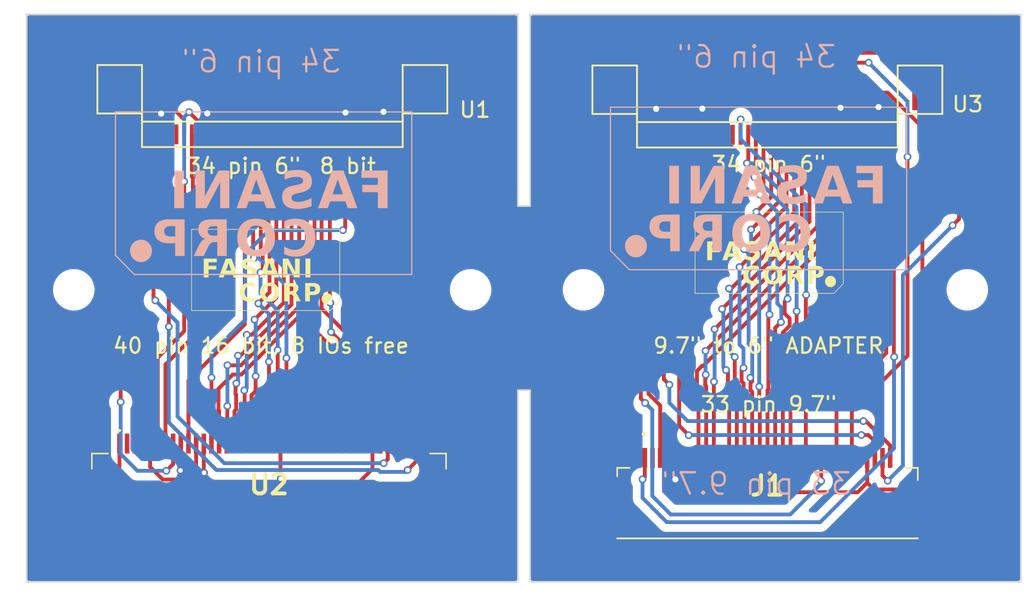
<source format=kicad_pcb>
(kicad_pcb (version 20221018) (generator pcbnew)
  (layers (0 "F.Cu" signal) (31 "B.Cu" signal) (34 "B.Paste" user) (35 "F.Paste" user) (36 "B.SilkS" user "B.Silkscreen") (37 "F.SilkS" user "F.Silkscreen") (38 "B.Mask" user) (39 "F.Mask" user) (44 "Edge.Cuts" user))
  (net 0 "")
  (net 1 "/-15V")
  (net 3 "/15V")
  (net 5 "GND")
  (net 7 "EPD_VDD")
  (net 8 "/XCL")
  (net 9 "/LEH")
  (net 10 "/EP_OE")
  (net 11 "/XSTL")
  (net 12 "/D0")
  (net 13 "/D1")
  (net 14 "/D2")
  (net 15 "/D3")
  (net 16 "/D4")
  (net 17 "/D5")
  (net 18 "/D6")
  (net 19 "/D7")
  (net 21 "/EP_VCOM")
  (net 23 "/+22V")
  (net 25 "/-20V")
  (net 27 "/EP_MODE")
  (net 28 "/EP_STV")
  (net 29 "/CKV")
  (net 30 "/BORDER")
  (net 44 "/-15V_A")
  (net 46 "/15V_A")
  (net 49 "EPD_VDD_A")
  (net 50 "/XCL_A")
  (net 51 "/LEH_A")
  (net 52 "/EP_OE_A")
  (net 53 "/XSTL_A")
  (net 54 "/D0_A")
  (net 55 "/D1_A")
  (net 56 "/D2_A")
  (net 57 "/D3_A")
  (net 58 "/D4_A")
  (net 59 "/D5_A")
  (net 60 "/D6_A")
  (net 61 "/D7_A")
  (net 63 "/EP_VCOM_A")
  (net 65 "/+22V_A")
  (net 67 "/-20V_A")
  (net 69 "/EP_MODE_A")
  (net 70 "/EP_STV_A")
  (net 71 "/CKV_A")
  (net 72 "/BORDER_A")
  (footprint "footprints:FH1233S05SH55" (layer "F.Cu") (at 125.78 93.37)
    (fp_text reference "J1")
    (fp_text value "XF2M-3315-1A" hide)
  )
  (footprint "epaper-breakout:X05A20H34G" (layer "F.Cu") (at 93.49 69.32 180)
    (fp_text reference "U1")
    (fp_text value "ED060XC5")
  )
  (footprint "MountingHole:MountingHole_2.2mm_M2" (layer "F.Cu") (at 80.54 79.46)
    (fp_text reference "H1" hide)
    (fp_text value "MountingHole" hide)
  )
  (footprint "MountingHole:MountingHole_2.2mm_M2" (layer "F.Cu") (at 138.81 79.46)
    (fp_text reference "H4" hide)
    (fp_text value "MountingHole" hide)
  )
  (footprint "footprints:FH1240S05SH55" (layer "F.Cu") (at 93.27 92.16)
    (fp_text reference "U2")
    (fp_text value "ED078KH6" hide)
  )
  (footprint "MountingHole:MountingHole_2.2mm_M2" (layer "F.Cu") (at 106.42 79.46)
    (fp_text reference "H2" hide)
    (fp_text value "MountingHole" hide)
  )
  (footprint "epaper-breakout:X05A20H34G" (layer "F.Cu") (at 125.77 69.35 180)
    (fp_text reference "U3")
    (fp_text value "ED060XC5")
  )
  (footprint "MountingHole:MountingHole_2.2mm_M2" (layer "F.Cu") (at 113.78 79.46)
    (fp_text reference "H3" hide)
    (fp_text value "MountingHole" hide)
  )
  (gr_poly (pts (xy 133.283167 73.825811) (xy 132.650279 73.825811) (xy 132.650279 72.785241) (xy 131.6393 72.785241) (xy 131.6393 72.306878) (xy 132.650279 72.306878) (xy 132.650279 71.849883) (xy 131.575189 71.849883) (xy 131.575189 71.37152) (xy 133.283167 71.37152)) (fill solid) (layer "B.SilkS"))
  (gr_line (start 134.86 78.149105) (end 116.772768 78.149105) (stroke (width 0.079374)) (layer "B.SilkS"))
  (gr_line (start 84.492768 78.459105) (end 83.26 77.211781) (stroke (width 0.079374)) (layer "B.SilkS"))
  (gr_poly (pts (xy 95.204052 71.637881) (xy 95.255692 71.640115) (xy 95.305869 71.64384) (xy 95.354581 71.649054) (xy 95.401829 71.655758) (xy 95.447614 71.663952) (xy 95.491934 71.673635) (xy 95.53479 71.684808) (xy 95.576182 71.697471) (xy 95.61611 71.711624) (xy 95.654574 71.727266) (xy 95.691574 71.744398) (xy 95.72711 71.763019) (xy 95.761182 71.783131) (xy 95.793789 71.804731) (xy 95.824933 71.827822) (xy 95.854394 71.852395) (xy 95.881955 71.878446) (xy 95.907614 71.905974) (xy 95.931373 71.934979) (xy 95.953232 71.965461) (xy 95.973189 71.99742) (xy 95.991246 72.030857) (xy 96.007402 72.06577) (xy 96.021658 72.102159) (xy 96.034012 72.140026) (xy 96.044466 72.17937) (xy 96.053019 72.220191) (xy 96.059672 72.262488) (xy 96.064424 72.306262) (xy 96.067275 72.351513) (xy 96.068225 72.398241) (xy 96.067525 72.436115) (xy 96.065425 72.472885) (xy 96.061926 72.508549) (xy 96.057026 72.54311) (xy 96.050727 72.576565) (xy 96.043028 72.608916) (xy 96.033929 72.640163) (xy 96.02343 72.670305) (xy 96.011531 72.699342) (xy 95.998233 72.727275) (xy 95.983534 72.754104) (xy 95.967436 72.779828) (xy 95.949938 72.804447) (xy 95.93104 72.827962) (xy 95.910742 72.850372) (xy 95.889044 72.871679) (xy 95.865978 72.892086) (xy 95.841577 72.911799) (xy 95.81584 72.930819) (xy 95.788768 72.949146) (xy 95.76036 72.966779) (xy 95.730616 72.983718) (xy 95.699537 72.999964) (xy 95.667122 73.015517) (xy 95.633371 73.030376) (xy 95.598285 73.044542) (xy 95.561863 73.058013) (xy 95.524105 73.070792) (xy 95.485012 73.082877) (xy 95.444583 73.094268) (xy 95.402818 73.104966) (xy 95.359718 73.114971) (xy 95.114781 73.169216) (xy 95.08977 73.174828) (xy 95.065696 73.180569) (xy 95.04256 73.186438) (xy 95.020362 73.192435) (xy 94.999101 73.19856) (xy 94.978777 73.204814) (xy 94.959391 73.211197) (xy 94.940942 73.217708) (xy 94.923431 73.224347) (xy 94.906858 73.231115) (xy 94.891222 73.238011) (xy 94.876523 73.245036) (xy 94.862762 73.252189) (xy 94.849939 73.25947) (xy 94.838053 73.26688) (xy 94.827104 73.274419) (xy 94.816753 73.282266) (xy 94.807069 73.290601) (xy 94.798054 73.299424) (xy 94.789706 73.308736) (xy 94.782026 73.318535) (xy 94.775014 73.328822) (xy 94.768669 73.339598) (xy 94.762993 73.350861) (xy 94.757984 73.362612) (xy 94.753643 73.374851) (xy 94.74997 73.387579) (xy 94.746965 73.400794) (xy 94.744628 73.414496) (xy 94.742958 73.428687) (xy 94.741957 73.443365) (xy 94.741623 73.458532) (xy 94.741687 73.464265) (xy 94.741879 73.469959) (xy 94.742201 73.475616) (xy 94.74265 73.481234) (xy 94.743228 73.486813) (xy 94.743934 73.492354) (xy 94.744769 73.497857) (xy 94.745732 73.503321) (xy 94.746824 73.508747) (xy 94.748044 73.514135) (xy 94.749393 73.519484) (xy 94.75087 73.524795) (xy 94.752475 73.530067) (xy 94.754209 73.535301) (xy 94.756071 73.540496) (xy 94.758062 73.545653) (xy 94.76022 73.550804) (xy 94.762583 73.55598) (xy 94.765152 73.561182) (xy 94.767926 73.566409) (xy 94.770905 73.571662) (xy 94.77409 73.57694) (xy 94.777481 73.582244) (xy 94.781077 73.587574) (xy 94.784878 73.592929) (xy 94.788885 73.59831) (xy 94.793098 73.603717) (xy 94.797515 73.609149) (xy 94.802139 73.614607) (xy 94.806968 73.620091) (xy 94.812002 73.625601) (xy 94.817242 73.631136) (xy 94.82277 73.636412) (xy 94.828672 73.64156) (xy 94.834945 73.646581) (xy 94.841591 73.651472) (xy 94.84861 73.656236) (xy 94.856001 73.660872) (xy 94.863764 73.665379) (xy 94.8719 73.669759) (xy 94.880409 73.67401) (xy 94.889289 73.678132) (xy 94.898543 73.682127) (xy 94.908168 73.685993) (xy 94.918166 73.689731) (xy 94.928537 73.693341) (xy 94.93928 73.696823) (xy 94.950395 73.700176) (xy 94.973229 73.705957) (xy 94.997348 73.710966) (xy 95.022751 73.715206) (xy 95.049438 73.718674) (xy 95.07741 73.721372) (xy 95.106666 73.723299) (xy 95.137205 73.724455) (xy 95.16903 73.72484) (xy 95.219463 73.723858) (xy 95.270487 73.72091) (xy 95.322102 73.715998) (xy 95.374307 73.709121) (xy 95.427103 73.700279) (xy 95.48049 73.689472) (xy 95.534468 73.6767) (xy 95.589037 73.661963) (xy 95.644196 73.645261) (xy 95.699947 73.626594) (xy 95.756288 73.605962) (xy 95.813219 73.583365) (xy 95.870742 73.558803) (xy 95.928855 73.532276) (xy 95.98756 73.503784) (xy 96.046854 73.473326) (xy 96.046854 74.007582) (xy 95.987707 74.028882) (xy 95.928624 74.048807) (xy 95.869606 74.067358) (xy 95.810651 74.084535) (xy 95.751761 74.100337) (xy 95.692935 74.114766) (xy 95.634173 74.12782) (xy 95.575475 74.1395) (xy 95.516842 74.149807) (xy 95.458272 74.158738) (xy 95.399767 74.166296) (xy 95.341327 74.17248) (xy 95.28295 74.177289) (xy 95.224638 74.180725) (xy 95.166389 74.182786) (xy 95.108205 74.183473) (xy 95.049501 74.182728) (xy 94.992569 74.180493) (xy 94.93741 74.176769) (xy 94.884023 74.171555) (xy 94.832408 74.164851) (xy 94.782565 74.156657) (xy 94.734495 74.146974) (xy 94.688197 74.135801) (xy 94.643671 74.123138) (xy 94.600918 74.108985) (xy 94.559937 74.093343) (xy 94.520728 74.076211) (xy 94.483291 74.05759) (xy 94.447627 74.037479) (xy 94.413735 74.015878) (xy 94.381616 73.992788) (xy 94.351358 73.968053) (xy 94.323053 73.941521) (xy 94.296699 73.91319) (xy 94.272298 73.883062) (xy 94.249849 73.851135) (xy 94.229352 73.81741) (xy 94.210807 73.781887) (xy 94.194214 73.744566) (xy 94.179574 73.705447) (xy 94.166885 73.66453) (xy 94.156149 73.621815) (xy 94.147364 73.577302) (xy 94.140532 73.530991) (xy 94.135652 73.482882) (xy 94.132724 73.432975) (xy 94.131748 73.38127) (xy 94.132454 73.34221) (xy 94.134573 73.304344) (xy 94.138105 73.267673) (xy 94.143049 73.232196) (xy 94.149406 73.197913) (xy 94.157176 73.164824) (xy 94.166359 73.13293) (xy 94.176954 73.10223) (xy 94.188962 73.072724) (xy 94.202382 73.044413) (xy 94.217216 73.017295) (xy 94.233462 72.991372) (xy 94.251121 72.966643) (xy 94.270192 72.943108) (xy 94.290676 72.920767) (xy 94.312573 72.89962) (xy 94.335812 72.879208) (xy 94.360734 72.859477) (xy 94.387337 72.840426) (xy 94.415623 72.822055) (xy 94.445592 72.804365) (xy 94.477243 72.787356) (xy 94.510576 72.771027) (xy 94.545592 72.755378) (xy 94.58229 72.74041) (xy 94.62067 72.726122) (xy 94.660733 72.712515) (xy 94.702478 72.699589) (xy 94.745906 72.687343) (xy 94.791016 72.675778) (xy 94.837808 72.664893) (xy 94.886283 72.654689) (xy 95.155877 72.600444) (xy 95.178082 72.595661) (xy 95.199491 72.590762) (xy 95.220103 72.585747) (xy 95.239919 72.580617) (xy 95.258939 72.575372) (xy 95.277163 72.57001) (xy 95.294591 72.564534) (xy 95.311222 72.558941) (xy 95.327057 72.553233) (xy 95.342096 72.547409) (xy 95.356338 72.54147) (xy 95.369785 72.535415) (xy 95.382435 72.529244) (xy 95.394289 72.522957) (xy 95.405346 72.516554) (xy 95.415608 72.510036) (xy 95.425163 72.503063) (xy 95.434101 72.495704) (xy 95.442423 72.48796) (xy 95.450129 72.479831) (xy 95.457218 72.471316) (xy 95.463691 72.462416) (xy 95.469547 72.453131) (xy 95.474787 72.44346) (xy 95.47941 72.433404) (xy 95.483417 72.422963) (xy 95.486808 72.412137) (xy 95.489582 72.400925) (xy 95.491739 72.389328) (xy 95.49328 72.377346) (xy 95.494205 72.364979) (xy 95.494513 72.352227) (xy 95.494115 72.33704) (xy 95.492921 72.322302) (xy 95.49093 72.308014) (xy 95.489636 72.301039) (xy 95.488143 72.294176) (xy 95.486451 72.287425) (xy 95.48456 72.280787) (xy 95.48247 72.274261) (xy 95.480181 72.267848) (xy 95.477693 72.261547) (xy 95.475005 72.255358) (xy 95.472119 72.249282) (xy 95.469034 72.243318) (xy 95.465749 72.237466) (xy 95.462265 72.231727) (xy 95.458583 72.2261) (xy 95.454701 72.220586) (xy 95.45062 72.215184) (xy 95.44634 72.209894) (xy 95.441862 72.204717) (xy 95.437184 72.199652) (xy 95.432307 72.1947) (xy 95.42723 72.18986) (xy 95.421955 72.185132) (xy 95.416481 72.180517) (xy 95.404935 72.171623) (xy 95.392593 72.163179) (xy 95.379314 72.155018) (xy 95.364956 72.147382) (xy 95.349519 72.140274) (xy 95.333003 72.133691) (xy 95.315409 72.127636) (xy 95.296735 72.122107) (xy 95.276983 72.117104) (xy 95.256152 72.112629) (xy 95.234243 72.108679) (xy 95.211254 72.105257) (xy 95.187187 72.10236) (xy 95.162041 72.099991) (xy 95.135816 72.098148) (xy 95.108513 72.096831) (xy 95.050669 72.095778) (xy 95.006677 72.096491) (xy 94.962234 72.098629) (xy 94.917343 72.102193) (xy 94.872002 72.107182) (xy 94.826211 72.113596) (xy 94.779971 72.121437) (xy 94.733281 72.130702) (xy 94.686142 72.141393) (xy 94.638553 72.15351) (xy 94.590515 72.167052) (xy 94.542027 72.18202) (xy 94.49309 72.198413) (xy 94.443703 72.216232) (xy 94.393867 72.235477) (xy 94.343581 72.256147) (xy 94.292846 72.278243) (xy 94.292846 71.758782) (xy 94.404783 71.730271) (xy 94.515385 71.705562) (xy 94.624651 71.684654) (xy 94.732581 71.667547) (xy 94.839175 71.654242) (xy 94.944434 71.644739) (xy 95.048357 71.639036) (xy 95.150945 71.637136) (xy 95.150947 71.637136)) (fill solid) (layer "B.SilkS"))
  (gr_line (start 102.58 67.86) (end 102.58 78.459105) (stroke (width 0.079374)) (layer "B.SilkS"))
  (gr_poly (pts (xy 87.771265 77.254051) (xy 87.154507 77.254051) (xy 87.154507 76.424226) (xy 86.747607 76.424226) (xy 86.693084 76.423463) (xy 86.64005 76.421172) (xy 86.588505 76.417355) (xy 86.53845 76.412011) (xy 86.489884 76.40514) (xy 86.442807 76.396742) (xy 86.39722 76.386817) (xy 86.353122 76.375366) (xy 86.310513 76.362387) (xy 86.269394 76.347882) (xy 86.229764 76.33185) (xy 86.191623 76.314291) (xy 86.154972 76.295206) (xy 86.11981 76.274593) (xy 86.086137 76.252454) (xy 86.053954 76.228789) (xy 86.023498 76.203406) (xy 85.995007 76.176522) (xy 85.96848 76.148136) (xy 85.943919 76.118249) (xy 85.921323 76.08686) (xy 85.900691 76.053969) (xy 85.882024 76.019577) (xy 85.865323 75.983682) (xy 85.850586 75.946287) (xy 85.837814 75.907389) (xy 85.827007 75.86699) (xy 85.818165 75.825089) (xy 85.811287 75.781686) (xy 85.806375 75.736781) (xy 85.803428 75.690375) (xy 85.802445 75.642467) (xy 86.438426 75.642467) (xy 86.438814 75.66259) (xy 86.439978 75.682114) (xy 86.441918 75.701037) (xy 86.444634 75.719359) (xy 86.448126 75.73708) (xy 86.452394 75.754201) (xy 86.457437 75.770721) (xy 86.463257 75.78664) (xy 86.469853 75.801959) (xy 86.477224 75.816677) (xy 86.485372 75.830794) (xy 86.494295 75.844311) (xy 86.503995 75.857226) (xy 86.51447 75.869541) (xy 86.525721 75.881255) (xy 86.537749 75.892369) (xy 86.550276 75.902651) (xy 86.56343 75.91227) (xy 86.57721 75.921225) (xy 86.591615 75.929517) (xy 86.606646 75.937145) (xy 86.622302 75.94411) (xy 86.638585 75.950411) (xy 86.655493 75.956049) (xy 86.673027 75.961024) (xy 86.691187 75.965336) (xy 86.709973 75.968984) (xy 86.729384 75.971969) (xy 86.749421 75.97429) (xy 86.770084 75.975948) (xy 86.791373 75.976943) (xy 86.813287 75.977275) (xy 87.154507 75.977275) (xy 87.154507 75.309251) (xy 86.813287 75.309251) (xy 86.791373 75.309583) (xy 86.770084 75.310578) (xy 86.749421 75.312236) (xy 86.729384 75.314557) (xy 86.709973 75.317542) (xy 86.691187 75.32119) (xy 86.673027 75.325502) (xy 86.655493 75.330477) (xy 86.638585 75.336115) (xy 86.622302 75.342416) (xy 86.606646 75.349381) (xy 86.591615 75.35701) (xy 86.57721 75.365301) (xy 86.56343 75.374256) (xy 86.550276 75.383875) (xy 86.537749 75.394157) (xy 86.525721 75.405078) (xy 86.51447 75.416611) (xy 86.503995 75.428757) (xy 86.494295 75.441517) (xy 86.485372 75.45489) (xy 86.477224 75.468876) (xy 86.469853 75.483475) (xy 86.463257 75.498688) (xy 86.457437 75.514513) (xy 86.452394 75.530952) (xy 86.448126 75.548004) (xy 86.444634 75.56567) (xy 86.441918 75.583949) (xy 86.439978 75.602841) (xy 86.438814 75.622347) (xy 86.438426 75.642467) (xy 85.802445 75.642467) (xy 85.803428 75.594563) (xy 85.806375 75.548174) (xy 85.811287 75.503299) (xy 85.818165 75.459939) (xy 85.827007 75.418093) (xy 85.837814 75.377762) (xy 85.850586 75.338945) (xy 85.865323 75.301643) (xy 85.882024 75.265855) (xy 85.900691 75.231582) (xy 85.921323 75.198823) (xy 85.943919 75.167579) (xy 85.96848 75.137849) (xy 85.995007 75.109634) (xy 86.023498 75.082933) (xy 86.053954 75.057747) (xy 86.08595 75.034081) (xy 86.11946 75.011942) (xy 86.154484 74.99133) (xy 86.191023 74.972244) (xy 86.229076 74.954685) (xy 86.268643 74.938653) (xy 86.309725 74.924148) (xy 86.352321 74.91117) (xy 86.396431 74.899718) (xy 86.442056 74.889793) (xy 86.489195 74.881395) (xy 86.537849 74.874524) (xy 86.588017 74.86918) (xy 86.639699 74.865363) (xy 86.692896 74.863072) (xy 86.747607 74.862309) (xy 87.771265 74.862309)) (fill solid) (layer "B.SilkS"))
  (gr_poly (pts (xy 117.2396 75.877279) (xy 117.275855 75.880107) (xy 117.311584 75.884763) (xy 117.346741 75.891202) (xy 117.38128 75.899378) (xy 117.415158 75.909245) (xy 117.44833 75.920757) (xy 117.48075 75.933867) (xy 117.512373 75.948531) (xy 117.543156 75.964701) (xy 117.573053 75.982332) (xy 117.602018 76.001377) (xy 117.630009 76.021792) (xy 117.656978 76.043529) (xy 117.682882 76.066543) (xy 117.707676 76.090788) (xy 117.731315 76.116217) (xy 117.753753 76.142785) (xy 117.774947 76.170446) (xy 117.794851 76.199154) (xy 117.813421 76.228862) (xy 117.830611 76.259526) (xy 117.846377 76.291098) (xy 117.860674 76.323532) (xy 117.873457 76.356784) (xy 117.884681 76.390806) (xy 117.894301 76.425552) (xy 117.902273 76.460978) (xy 117.908551 76.497036) (xy 117.913091 76.533681) (xy 117.915848 76.570867) (xy 117.916777 76.608547) (xy 117.915848 76.646227) (xy 117.913091 76.683413) (xy 117.90855 76.720058) (xy 117.902272 76.756116) (xy 117.8943 76.791541) (xy 117.88468 76.826288) (xy 117.873456 76.86031) (xy 117.860673 76.893562) (xy 117.846376 76.925996) (xy 117.83061 76.957568) (xy 117.81342 76.988231) (xy 117.79485 77.01794) (xy 117.774946 77.046647) (xy 117.753752 77.074308) (xy 117.731313 77.100877) (xy 117.707674 77.126306) (xy 117.68288 77.150551) (xy 117.656976 77.173565) (xy 117.630006 77.195302) (xy 117.602016 77.215716) (xy 117.57305 77.234762) (xy 117.543153 77.252393) (xy 117.51237 77.268563) (xy 117.480747 77.283226) (xy 117.448326 77.296337) (xy 117.415155 77.307848) (xy 117.381276 77.317715) (xy 117.346737 77.325891) (xy 117.31158 77.332331) (xy 117.275851 77.336987) (xy 117.239595 77.339815) (xy 117.202857 77.340767) (xy 117.166119 77.339815) (xy 117.129863 77.336987) (xy 117.094134 77.332331) (xy 117.058978 77.325891) (xy 117.024438 77.317715) (xy 116.99056 77.307848) (xy 116.957389 77.296337) (xy 116.924969 77.283226) (xy 116.893345 77.268563) (xy 116.862562 77.252393) (xy 116.832666 77.234762) (xy 116.8037 77.215716) (xy 116.77571 77.195302) (xy 116.74874 77.173565) (xy 116.722836 77.150551) (xy 116.698042 77.126306) (xy 116.674404 77.100877) (xy 116.651965 77.074308) (xy 116.630771 77.046647) (xy 116.610867 77.01794) (xy 116.592297 76.988231) (xy 116.575107 76.957568) (xy 116.559341 76.925996) (xy 116.545045 76.893562) (xy 116.532262 76.86031) (xy 116.521038 76.826288) (xy 116.511418 76.791541) (xy 116.503446 76.756116) (xy 116.497168 76.720058) (xy 116.492628 76.683413) (xy 116.489871 76.646227) (xy 116.488942 76.608547) (xy 116.489871 76.570867) (xy 116.492628 76.533681) (xy 116.497168 76.497036) (xy 116.503447 76.460978) (xy 116.511418 76.425552) (xy 116.521039 76.390806) (xy 116.532263 76.356784) (xy 116.545046 76.323532) (xy 116.559343 76.291098) (xy 116.575109 76.259526) (xy 116.592299 76.228862) (xy 116.610869 76.199154) (xy 116.630773 76.170446) (xy 116.651967 76.142785) (xy 116.674406 76.116217) (xy 116.698045 76.090788) (xy 116.722839 76.066543) (xy 116.748743 76.043529) (xy 116.775712 76.021792) (xy 116.803703 76.001377) (xy 116.832669 75.982332) (xy 116.862565 75.964701) (xy 116.893348 75.948531) (xy 116.924972 75.933867) (xy 116.957392 75.920757) (xy 116.990564 75.909245) (xy 117.024442 75.899378) (xy 117.058982 75.891202) (xy 117.094139 75.884763) (xy 117.129868 75.880107) (xy 117.166123 75.877279) (xy 117.202862 75.876326)) (fill solid) (layer "B.SilkS"))
  (gr_poly (pts (xy 90.518508 77.254042) (xy 89.90175 77.254042) (xy 89.90175 76.348924) (xy 89.727136 76.348924) (xy 89.707774 76.349206) (xy 89.688939 76.350051) (xy 89.670629 76.351459) (xy 89.652844 76.35343) (xy 89.635585 76.355965) (xy 89.618852 76.359062) (xy 89.602645 76.362723) (xy 89.586963 76.366947) (xy 89.571807 76.371735) (xy 89.557176 76.377085) (xy 89.543071 76.382999) (xy 89.529492 76.389475) (xy 89.516439 76.396515) (xy 89.503911 76.404118) (xy 89.491909 76.412284) (xy 89.480432 76.421013) (xy 89.469055 76.430206) (xy 89.457754 76.440162) (xy 89.446528 76.450882) (xy 89.435376 76.462366) (xy 89.4243 76.474613) (xy 89.413299 76.487623) (xy 89.402373 76.501396) (xy 89.391523 76.515933) (xy 89.380747 76.531234) (xy 89.370046 76.547297) (xy 89.359421 76.564124) (xy 89.34887 76.581715) (xy 89.338395 76.600068) (xy 89.327994 76.619185) (xy 89.317669 76.639065) (xy 89.307419 76.659709) (xy 89.015861 77.254042) (xy 88.359053 77.254042) (xy 88.693865 76.574803) (xy 88.717193 76.529521) (xy 88.740722 76.486593) (xy 88.764451 76.446018) (xy 88.776391 76.426613) (xy 88.788381 76.407796) (xy 88.800421 76.389567) (xy 88.81251 76.371927) (xy 88.82465 76.354875) (xy 88.83684 76.338411) (xy 88.84908 76.322535) (xy 88.86137 76.307248) (xy 88.873711 76.292549) (xy 88.886101 76.278438) (xy 88.898479 76.264927) (xy 88.911182 76.25203) (xy 88.92421 76.239746) (xy 88.937564 76.228076) (xy 88.951243 76.217018) (xy 88.965248 76.206574) (xy 88.979578 76.196743) (xy 88.994234 76.187526) (xy 89.009215 76.178921) (xy 89.024521 76.17093) (xy 89.040153 76.163553) (xy 89.05611 76.156788) (xy 89.072392 76.150637) (xy 89.089 76.145099) (xy 89.105933 76.140174) (xy 89.123192 76.135863) (xy 89.067517 76.11657) (xy 89.015435 76.094736) (xy 88.966944 76.070363) (xy 88.922045 76.043448) (xy 88.900942 76.029039) (xy 88.880738 76.013994) (xy 88.861431 75.998314) (xy 88.843023 75.981998) (xy 88.825512 75.965048) (xy 88.8089 75.947463) (xy 88.793185 75.929242) (xy 88.778368 75.910386) (xy 88.76445 75.890896) (xy 88.751429 75.87077) (xy 88.739306 75.850008) (xy 88.728081 75.828612) (xy 88.717755 75.806581) (xy 88.708326 75.783914) (xy 88.699795 75.760612) (xy 88.692162 75.736675) (xy 88.67959 75.686896) (xy 88.670611 75.634575) (xy 88.668552 75.613618) (xy 89.280184 75.613618) (xy 89.280504 75.633118) (xy 89.281461 75.651967) (xy 89.283057 75.670164) (xy 89.285291 75.687711) (xy 89.288163 75.704607) (xy 89.291674 75.720852) (xy 89.295822 75.736446) (xy 89.30061 75.751389) (xy 89.306035 75.765682) (xy 89.312099 75.779323) (xy 89.318801 75.792314) (xy 89.326141 75.804654) (xy 89.33412 75.816344) (xy 89.342736 75.827382) (xy 89.351992 75.837771) (xy 89.361885 75.847508) (xy 89.372367 75.856626) (xy 89.383787 75.865156) (xy 89.396146 75.873097) (xy 89.409444 75.88045) (xy 89.42368 75.887215) (xy 89.438855 75.893391) (xy 89.454968 75.898979) (xy 89.472021 75.903979) (xy 89.490012 75.90839) (xy 89.508941 75.912214) (xy 89.528809 75.915449) (xy 89.549616 75.918096) (xy 89.571362 75.920154) (xy 89.594046 75.921625) (xy 89.617668 75.922507) (xy 89.64223 75.922801) (xy 89.901749 75.922801) (xy 89.901749 75.309251) (xy 89.64223 75.309251) (xy 89.619383 75.30952) (xy 89.5973 75.310327) (xy 89.57598 75.311673) (xy 89.555423 75.313556) (xy 89.53563 75.315978) (xy 89.516601 75.318938) (xy 89.498334 75.322436) (xy 89.480832 75.326472) (xy 89.464092 75.331047) (xy 89.448116 75.336159) (xy 89.432904 75.34181) (xy 89.418455 75.347999) (xy 89.404769 75.354726) (xy 89.391847 75.361991) (xy 89.379688 75.369794) (xy 89.368293 75.378135) (xy 89.357624 75.386939) (xy 89.347643 75.396532) (xy 89.33835 75.406913) (xy 89.329746 75.418083) (xy 89.32183 75.430041) (xy 89.314602 75.442788) (xy 89.308063 75.456323) (xy 89.302212 75.470647) (xy 89.297049 75.48576) (xy 89.292575 75.501661) (xy 89.288789 75.518351) (xy 89.285692 75.535829) (xy 89.283283 75.554096) (xy 89.281562 75.573151) (xy 89.280529 75.592995) (xy 89.280185 75.613627) (xy 89.280184 75.613618) (xy 88.668552 75.613618) (xy 88.665223 75.579714) (xy 88.663427 75.522313) (xy 88.663427 75.522304) (xy 88.663603 75.503036) (xy 88.664128 75.484082) (xy 88.665004 75.465441) (xy 88.666231 75.447112) (xy 88.667808 75.429097) (xy 88.669735 75.411394) (xy 88.672013 75.394004) (xy 88.674641 75.376927) (xy 88.67762 75.360163) (xy 88.680949 75.343711) (xy 88.684628 75.327573) (xy 88.688658 75.311747) (xy 88.693039 75.296234) (xy 88.69777 75.281034) (xy 88.702851 75.266147) (xy 88.708283 75.251573) (xy 88.713921 75.237062) (xy 88.720022 75.222764) (xy 88.726586 75.208679) (xy 88.733614 75.194806) (xy 88.741104 75.181146) (xy 88.749058 75.167699) (xy 88.757475 75.154464) (xy 88.766354 75.141442) (xy 88.775697 75.128632) (xy 88.785503 75.116036) (xy 88.795772 75.103651) (xy 88.806504 75.09148) (xy 88.817699 75.079521) (xy 88.829357 75.067775) (xy 88.841478 75.056241) (xy 88.854062 75.04492) (xy 88.867184 75.033875) (xy 88.88092 75.023167) (xy 88.895269 75.012798) (xy 88.910231 75.002767) (xy 88.925806 74.993074) (xy 88.941995 74.983718) (xy 88.958797 74.974701) (xy 88.976212 74.966022) (xy 88.99424 74.957681) (xy 89.012882 74.949678) (xy 89.032137 74.942013) (xy 89.052005 74.934685) (xy 89.072487 74.927696) (xy 89.093581 74.921044) (xy 89.115289 74.91473) (xy 89.137611 74.908754) (xy 89.184068 74.897865) (xy 89.232928 74.888429) (xy 89.284191 74.880445) (xy 89.337857 74.873912) (xy 89.393926 74.868832) (xy 89.452398 74.865203) (xy 89.513273 74.863026) (xy 89.57655 74.8623) (xy 90.518508 74.8623)) (fill solid) (layer "B.SilkS"))
  (gr_poly (pts (xy 120.008804 73.825811) (xy 119.375915 73.825811) (xy 119.375915 71.37152) (xy 120.008804 71.37152)) (fill solid) (layer "B.SilkS"))
  (gr_poly (pts (xy 92.506852 74.820342) (xy 92.57585 74.824191) (xy 92.64292 74.830605) (xy 92.708062 74.839585) (xy 92.771277 74.85113) (xy 92.832565 74.865242) (xy 92.891926 74.881918) (xy 92.949359 74.901161) (xy 93.004865 74.922968) (xy 93.058443 74.947342) (xy 93.110094 74.974281) (xy 93.159818 75.003786) (xy 93.207614 75.035856) (xy 93.253483 75.070491) (xy 93.297425 75.107693) (xy 93.339439 75.147459) (xy 93.379012 75.189323) (xy 93.416033 75.233214) (xy 93.4505 75.279133) (xy 93.482415 75.327079) (xy 93.511776 75.377053) (xy 93.538584 75.429053) (xy 93.562839 75.483082) (xy 93.58454 75.539138) (xy 93.603689 75.597221) (xy 93.620284 75.657332) (xy 93.634326 75.719471) (xy 93.645816 75.783637) (xy 93.654752 75.849831) (xy 93.661134 75.918053) (xy 93.664964 75.988302) (xy 93.666241 76.060579) (xy 93.664964 76.132856) (xy 93.661134 76.203105) (xy 93.654752 76.271326) (xy 93.645816 76.33752) (xy 93.634326 76.401686) (xy 93.620284 76.463825) (xy 93.603689 76.523936) (xy 93.58454 76.58202) (xy 93.562839 76.638075) (xy 93.538584 76.692104) (xy 93.511776 76.744105) (xy 93.482415 76.794078) (xy 93.4505 76.842024) (xy 93.416033 76.887943) (xy 93.379012 76.931834) (xy 93.339439 76.973698) (xy 93.297425 77.013272) (xy 93.253483 77.050292) (xy 93.207614 77.084759) (xy 93.159818 77.116673) (xy 93.110094 77.146034) (xy 93.058443 77.172842) (xy 93.004865 77.197096) (xy 92.949359 77.218797) (xy 92.891926 77.237946) (xy 92.832565 77.254541) (xy 92.771277 77.268582) (xy 92.708062 77.280071) (xy 92.64292 77.289007) (xy 92.57585 77.29539) (xy 92.506852 77.299219) (xy 92.435928 77.300496) (xy 92.365009 77.299219) (xy 92.296031 77.29539) (xy 92.228992 77.289007) (xy 92.163893 77.280071) (xy 92.100734 77.268582) (xy 92.039515 77.254541) (xy 91.980236 77.237946) (xy 91.922897 77.218797) (xy 91.867498 77.197096) (xy 91.814038 77.172842) (xy 91.762519 77.146034) (xy 91.712939 77.116673) (xy 91.665299 77.084759) (xy 91.619599 77.050292) (xy 91.575839 77.013272) (xy 91.534019 76.973698) (xy 91.494251 76.931834) (xy 91.457049 76.887943) (xy 91.422413 76.842024) (xy 91.390342 76.794078) (xy 91.360837 76.744105) (xy 91.333898 76.692104) (xy 91.309524 76.638075) (xy 91.287716 76.58202) (xy 91.268473 76.523936) (xy 91.251796 76.463825) (xy 91.237685 76.401686) (xy 91.22614 76.33752) (xy 91.21716 76.271326) (xy 91.210746 76.203105) (xy 91.206897 76.132856) (xy 91.205615 76.060579) (xy 91.205615 76.06057) (xy 91.841597 76.06057) (xy 91.842148 76.103723) (xy 91.8438 76.145875) (xy 91.846553 76.187026) (xy 91.850408 76.227176) (xy 91.855364 76.266325) (xy 91.861421 76.304472) (xy 91.86858 76.341619) (xy 91.87684 76.377763) (xy 91.876839 76.377754) (xy 91.881382 76.39525) (xy 91.886201 76.412496) (xy 91.891295 76.429491) (xy 91.896664 76.446237) (xy 91.902308 76.462732) (xy 91.908228 76.478977) (xy 91.914423 76.494971) (xy 91.920893 76.510716) (xy 91.927639 76.52621) (xy 91.93466 76.541455) (xy 91.941957 76.556449) (xy 91.949529 76.571192) (xy 91.957376 76.585686) (xy 91.965498 76.599929) (xy 91.973896 76.613922) (xy 91.982569 76.627665) (xy 91.991555 76.640895) (xy 92.000891 76.653749) (xy 92.010578 76.666227) (xy 92.020615 76.67833) (xy 92.031003 76.690057) (xy 92.041741 76.701409) (xy 92.05283 76.712385) (xy 92.064269 76.722986) (xy 92.076059 76.733211) (xy 92.088198 76.743061) (xy 92.100689 76.752535) (xy 92.11353 76.761633) (xy 92.126721 76.770357) (xy 92.140262 76.778704) (xy 92.154154 76.786676) (xy 92.168397 76.794273) (xy 92.182958 76.801451) (xy 92.197808 76.808165) (xy 92.212945 76.814416) (xy 92.22837 76.820204) (xy 92.244083 76.825529) (xy 92.260084 76.830392) (xy 92.276373 76.834791) (xy 92.29295 76.838727) (xy 92.309814 76.8422) (xy 92.326967 76.845209) (xy 92.344407 76.847756) (xy 92.362135 76.84984) (xy 92.380151 76.851461) (xy 92.398454 76.852618) (xy 92.417046 76.853313) (xy 92.435925 76.853544) (xy 92.472395 76.8527) (xy 92.507714 76.850165) (xy 92.541881 76.845941) (xy 92.574896 76.840028) (xy 92.606761 76.832425) (xy 92.637473 76.823132) (xy 92.652398 76.817852) (xy 92.667035 76.81215) (xy 92.681384 76.806025) (xy 92.695445 76.799478) (xy 92.709218 76.792508) (xy 92.722703 76.785117) (xy 92.735901 76.777302) (xy 92.74881 76.769066) (xy 92.761432 76.760406) (xy 92.773766 76.751325) (xy 92.785812 76.741821) (xy 92.79757 76.731895) (xy 92.809041 76.721546) (xy 92.820223 76.710775) (xy 92.831118 76.699582) (xy 92.841725 76.687966) (xy 92.862075 76.663467) (xy 92.881273 76.637279) (xy 92.89912 76.609682) (xy 92.915816 76.580959) (xy 92.93136 76.55111) (xy 92.945753 76.520135) (xy 92.958994 76.488033) (xy 92.971084 76.454805) (xy 92.982022 76.42045) (xy 92.99181 76.384969) (xy 93.000445 76.348362) (xy 93.007929 76.310628) (xy 93.014262 76.271768) (xy 93.019444 76.231781) (xy 93.023474 76.190668) (xy 93.026352 76.148428) (xy 93.028079 76.105062) (xy 93.028655 76.06057) (xy 93.027704 76.002651) (xy 93.02485 75.946633) (xy 93.02271 75.919337) (xy 93.020094 75.892517) (xy 93.017003 75.866172) (xy 93.013436 75.840303) (xy 93.009394 75.814909) (xy 93.004876 75.789991) (xy 92.999882 75.765548) (xy 92.994413 75.741581) (xy 92.988468 75.718089) (xy 92.982048 75.695073) (xy 92.975152 75.672533) (xy 92.96778 75.650468) (xy 92.959883 75.628917) (xy 92.95141 75.607916) (xy 92.942362 75.587466) (xy 92.932737 75.567566) (xy 92.922537 75.548217) (xy 92.911762 75.529419) (xy 92.90041 75.511172) (xy 92.888483 75.493475) (xy 92.87598 75.476329) (xy 92.862902 75.459733) (xy 92.849247 75.443689) (xy 92.835017 75.428195) (xy 92.820212 75.413251) (xy 92.80483 75.398859) (xy 92.788873 75.385018) (xy 92.77234 75.371727) (xy 92.755069 75.358924) (xy 92.737297 75.346946) (xy 92.719025 75.335795) (xy 92.700252 75.325469) (xy 92.680978 75.31597) (xy 92.661204 75.307296) (xy 92.640929 75.299449) (xy 92.620153 75.292427) (xy 92.598877 75.286232) (xy 92.5771 75.280862) (xy 92.554823 75.276319) (xy 92.532045 75.272601) (xy 92.508766 75.26971) (xy 92.484987 75.267645) (xy 92.460707 75.266406) (xy 92.435927 75.265993) (xy 92.417047 75.266224) (xy 92.398456 75.266919) (xy 92.380152 75.268076) (xy 92.362136 75.269697) (xy 92.344408 75.271781) (xy 92.326968 75.274328) (xy 92.309815 75.277337) (xy 92.292951 75.28081) (xy 92.276374 75.284746) (xy 92.260085 75.289145) (xy 92.244085 75.294007) (xy 92.228371 75.299333) (xy 92.212946 75.305121) (xy 92.197809 75.311372) (xy 92.18296 75.318086) (xy 92.168398 75.325264) (xy 92.154156 75.332868) (xy 92.140264 75.34086) (xy 92.126722 75.349241) (xy 92.113531 75.358008) (xy 92.10069 75.367164) (xy 92.0882 75.376707) (xy 92.07606 75.386638) (xy 92.06427 75.396958) (xy 92.052831 75.407664) (xy 92.041742 75.418759) (xy 92.031004 75.430242) (xy 92.020617 75.442112) (xy 92.010579 75.454371) (xy 92.000892 75.467017) (xy 91.991556 75.480051) (xy 91.98257 75.493474) (xy 91.973897 75.507027) (xy 91.965499 75.520855) (xy 91.957377 75.534959) (xy 91.94953 75.549339) (xy 91.941958 75.563994) (xy 91.934661 75.578924) (xy 91.92764 75.59413) (xy 91.920895 75.609612) (xy 91.914424 75.625368) (xy 91.908229 75.641401) (xy 91.896665 75.674291) (xy 91.886202 75.708283) (xy 91.87684 75.743376) (xy 91.86858 75.779521) (xy 91.861421 75.816667) (xy 91.855364 75.854814) (xy 91.850408 75.893963) (xy 91.846553 75.934113) (xy 91.8438 75.975264) (xy 91.842148 76.017416) (xy 91.841597 76.06057) (xy 91.205615 76.06057) (xy 91.206891 75.988109) (xy 91.210721 75.917679) (xy 91.217104 75.849289) (xy 91.22604 75.782939) (xy 91.237529 75.718629) (xy 91.251571 75.656359) (xy 91.268166 75.596129) (xy 91.287315 75.537938) (xy 91.309017 75.481788) (xy 91.333272 75.427678) (xy 91.36008 75.375608) (xy 91.389441 75.325578) (xy 91.421355 75.277588) (xy 91.455822 75.231637) (xy 91.492843 75.187727) (xy 91.532417 75.145857) (xy 91.574243 75.106283) (xy 91.618022 75.069263) (xy 91.663753 75.034796) (xy 91.711437 75.002882) (xy 91.761073 74.973521) (xy 91.812661 74.946713) (xy 91.866202 74.922459) (xy 91.921696 74.900758) (xy 91.979141 74.88161) (xy 92.038539 74.865015) (xy 92.09989 74.850973) (xy 92.163193 74.839484) (xy 92.228448 74.830548) (xy 92.295655 74.824166) (xy 92.364815 74.820336) (xy 92.435928 74.81906)) (fill solid) (layer "B.SilkS"))
  (gr_line (start 134.86 67.55) (end 134.86 78.149105) (stroke (width 0.079374)) (layer "B.SilkS"))
  (gr_poly (pts (xy 121.368308 73.054846) (xy 122.260928 71.37152) (xy 122.967792 71.37152) (xy 122.967792 73.825811) (xy 122.36778 73.825811) (xy 122.36778 72.142486) (xy 121.47516 73.825811) (xy 120.768297 73.825811) (xy 120.768297 71.37152) (xy 121.368308 71.37152)) (fill solid) (layer "B.SilkS"))
  (gr_poly (pts (xy 124.786852 74.510342) (xy 124.85585 74.514191) (xy 124.92292 74.520605) (xy 124.988062 74.529585) (xy 125.051277 74.54113) (xy 125.112565 74.555242) (xy 125.171926 74.571918) (xy 125.229359 74.591161) (xy 125.284865 74.612968) (xy 125.338443 74.637342) (xy 125.390094 74.664281) (xy 125.439818 74.693786) (xy 125.487614 74.725856) (xy 125.533483 74.760491) (xy 125.577425 74.797693) (xy 125.619439 74.837459) (xy 125.659012 74.879323) (xy 125.696033 74.923214) (xy 125.7305 74.969133) (xy 125.762415 75.017079) (xy 125.791776 75.067053) (xy 125.818584 75.119053) (xy 125.842839 75.173082) (xy 125.86454 75.229138) (xy 125.883689 75.287221) (xy 125.900284 75.347332) (xy 125.914326 75.409471) (xy 125.925816 75.473637) (xy 125.934752 75.539831) (xy 125.941134 75.608053) (xy 125.944964 75.678302) (xy 125.946241 75.750579) (xy 125.944964 75.822856) (xy 125.941134 75.893105) (xy 125.934752 75.961326) (xy 125.925816 76.02752) (xy 125.914326 76.091686) (xy 125.900284 76.153825) (xy 125.883689 76.213936) (xy 125.86454 76.27202) (xy 125.842839 76.328075) (xy 125.818584 76.382104) (xy 125.791776 76.434105) (xy 125.762415 76.484078) (xy 125.7305 76.532024) (xy 125.696033 76.577943) (xy 125.659012 76.621834) (xy 125.619439 76.663698) (xy 125.577425 76.703272) (xy 125.533483 76.740292) (xy 125.487614 76.774759) (xy 125.439818 76.806673) (xy 125.390094 76.836034) (xy 125.338443 76.862842) (xy 125.284865 76.887096) (xy 125.229359 76.908797) (xy 125.171926 76.927946) (xy 125.112565 76.944541) (xy 125.051277 76.958582) (xy 124.988062 76.970071) (xy 124.92292 76.979007) (xy 124.85585 76.98539) (xy 124.786852 76.989219) (xy 124.715928 76.990496) (xy 124.645009 76.989219) (xy 124.576031 76.98539) (xy 124.508992 76.979007) (xy 124.443893 76.970071) (xy 124.380734 76.958582) (xy 124.319515 76.944541) (xy 124.260236 76.927946) (xy 124.202897 76.908797) (xy 124.147498 76.887096) (xy 124.094038 76.862842) (xy 124.042519 76.836034) (xy 123.992939 76.806673) (xy 123.945299 76.774759) (xy 123.899599 76.740292) (xy 123.855839 76.703272) (xy 123.814019 76.663698) (xy 123.774251 76.621834) (xy 123.737049 76.577943) (xy 123.702413 76.532024) (xy 123.670342 76.484078) (xy 123.640837 76.434105) (xy 123.613898 76.382104) (xy 123.589524 76.328075) (xy 123.567716 76.27202) (xy 123.548473 76.213936) (xy 123.531796 76.153825) (xy 123.517685 76.091686) (xy 123.50614 76.02752) (xy 123.49716 75.961326) (xy 123.490746 75.893105) (xy 123.486897 75.822856) (xy 123.485615 75.750579) (xy 123.485615 75.75057) (xy 124.121597 75.75057) (xy 124.122148 75.793723) (xy 124.1238 75.835875) (xy 124.126553 75.877026) (xy 124.130408 75.917176) (xy 124.135364 75.956325) (xy 124.141421 75.994472) (xy 124.14858 76.031619) (xy 124.15684 76.067763) (xy 124.156839 76.067754) (xy 124.161382 76.08525) (xy 124.166201 76.102496) (xy 124.171295 76.119491) (xy 124.176664 76.136237) (xy 124.182308 76.152732) (xy 124.188228 76.168977) (xy 124.194423 76.184971) (xy 124.200893 76.200716) (xy 124.207639 76.21621) (xy 124.21466 76.231455) (xy 124.221957 76.246449) (xy 124.229529 76.261192) (xy 124.237376 76.275686) (xy 124.245498 76.289929) (xy 124.253896 76.303922) (xy 124.262569 76.317665) (xy 124.271555 76.330895) (xy 124.280891 76.343749) (xy 124.290578 76.356227) (xy 124.300615 76.36833) (xy 124.311003 76.380057) (xy 124.321741 76.391409) (xy 124.33283 76.402385) (xy 124.344269 76.412986) (xy 124.356059 76.423211) (xy 124.368198 76.433061) (xy 124.380689 76.442535) (xy 124.39353 76.451633) (xy 124.406721 76.460357) (xy 124.420262 76.468704) (xy 124.434154 76.476676) (xy 124.448397 76.484273) (xy 124.462958 76.491451) (xy 124.477808 76.498165) (xy 124.492945 76.504416) (xy 124.50837 76.510204) (xy 124.524083 76.515529) (xy 124.540084 76.520392) (xy 124.556373 76.524791) (xy 124.57295 76.528727) (xy 124.589814 76.5322) (xy 124.606967 76.535209) (xy 124.624407 76.537756) (xy 124.642135 76.53984) (xy 124.660151 76.541461) (xy 124.678454 76.542618) (xy 124.697046 76.543313) (xy 124.715925 76.543544) (xy 124.752395 76.5427) (xy 124.787714 76.540165) (xy 124.821881 76.535941) (xy 124.854896 76.530028) (xy 124.886761 76.522425) (xy 124.917473 76.513132) (xy 124.932398 76.507852) (xy 124.947035 76.50215) (xy 124.961384 76.496025) (xy 124.975445 76.489478) (xy 124.989218 76.482508) (xy 125.002703 76.475117) (xy 125.015901 76.467302) (xy 125.02881 76.459066) (xy 125.041432 76.450406) (xy 125.053766 76.441325) (xy 125.065812 76.431821) (xy 125.07757 76.421895) (xy 125.089041 76.411546) (xy 125.100223 76.400775) (xy 125.111118 76.389582) (xy 125.121725 76.377966) (xy 125.142075 76.353467) (xy 125.161273 76.327279) (xy 125.17912 76.299682) (xy 125.195816 76.270959) (xy 125.21136 76.24111) (xy 125.225753 76.210135) (xy 125.238994 76.178033) (xy 125.251084 76.144805) (xy 125.262022 76.11045) (xy 125.27181 76.074969) (xy 125.280445 76.038362) (xy 125.287929 76.000628) (xy 125.294262 75.961768) (xy 125.299444 75.921781) (xy 125.303474 75.880668) (xy 125.306352 75.838428) (xy 125.308079 75.795062) (xy 125.308655 75.75057) (xy 125.307704 75.692651) (xy 125.30485 75.636633) (xy 125.30271 75.609337) (xy 125.300094 75.582517) (xy 125.297003 75.556172) (xy 125.293436 75.530303) (xy 125.289394 75.504909) (xy 125.284876 75.479991) (xy 125.279882 75.455548) (xy 125.274413 75.431581) (xy 125.268468 75.408089) (xy 125.262048 75.385073) (xy 125.255152 75.362533) (xy 125.24778 75.340468) (xy 125.239883 75.318917) (xy 125.23141 75.297916) (xy 125.222362 75.277466) (xy 125.212737 75.257566) (xy 125.202537 75.238217) (xy 125.191762 75.219419) (xy 125.18041 75.201172) (xy 125.168483 75.183475) (xy 125.15598 75.166329) (xy 125.142902 75.149733) (xy 125.129247 75.133689) (xy 125.115017 75.118195) (xy 125.100212 75.103251) (xy 125.08483 75.088859) (xy 125.068873 75.075018) (xy 125.05234 75.061727) (xy 125.035069 75.048924) (xy 125.017297 75.036946) (xy 124.999025 75.025795) (xy 124.980252 75.015469) (xy 124.960978 75.00597) (xy 124.941204 74.997296) (xy 124.920929 74.989449) (xy 124.900153 74.982427) (xy 124.878877 74.976232) (xy 124.8571 74.970862) (xy 124.834823 74.966319) (xy 124.812045 74.962601) (xy 124.788766 74.95971) (xy 124.764987 74.957645) (xy 124.740707 74.956406) (xy 124.715927 74.955993) (xy 124.697047 74.956224) (xy 124.678456 74.956919) (xy 124.660152 74.958076) (xy 124.642136 74.959697) (xy 124.624408 74.961781) (xy 124.606968 74.964328) (xy 124.589815 74.967337) (xy 124.572951 74.97081) (xy 124.556374 74.974746) (xy 124.540085 74.979145) (xy 124.524085 74.984007) (xy 124.508371 74.989333) (xy 124.492946 74.995121) (xy 124.477809 75.001372) (xy 124.46296 75.008086) (xy 124.448398 75.015264) (xy 124.434156 75.022868) (xy 124.420264 75.03086) (xy 124.406722 75.039241) (xy 124.393531 75.048008) (xy 124.38069 75.057164) (xy 124.3682 75.066707) (xy 124.35606 75.076638) (xy 124.34427 75.086958) (xy 124.332831 75.097664) (xy 124.321742 75.108759) (xy 124.311004 75.120242) (xy 124.300617 75.132112) (xy 124.290579 75.144371) (xy 124.280892 75.157017) (xy 124.271556 75.170051) (xy 124.26257 75.183474) (xy 124.253897 75.197027) (xy 124.245499 75.210855) (xy 124.237377 75.224959) (xy 124.22953 75.239339) (xy 124.221958 75.253994) (xy 124.214661 75.268924) (xy 124.20764 75.28413) (xy 124.200895 75.299612) (xy 124.194424 75.315368) (xy 124.188229 75.331401) (xy 124.176665 75.364291) (xy 124.166202 75.398283) (xy 124.15684 75.433376) (xy 124.14858 75.469521) (xy 124.141421 75.506667) (xy 124.135364 75.544814) (xy 124.130408 75.583963) (xy 124.126553 75.624113) (xy 124.1238 75.665264) (xy 124.122148 75.707416) (xy 124.121597 75.75057) (xy 123.485615 75.75057) (xy 123.486891 75.678109) (xy 123.490721 75.607679) (xy 123.497104 75.539289) (xy 123.50604 75.472939) (xy 123.517529 75.408629) (xy 123.531571 75.346359) (xy 123.548166 75.286129) (xy 123.567315 75.227938) (xy 123.589017 75.171788) (xy 123.613272 75.117678) (xy 123.64008 75.065608) (xy 123.669441 75.015578) (xy 123.701355 74.967588) (xy 123.735822 74.921637) (xy 123.772843 74.877727) (xy 123.812417 74.835857) (xy 123.854243 74.796283) (xy 123.898022 74.759263) (xy 123.943753 74.724796) (xy 123.991437 74.692882) (xy 124.041073 74.663521) (xy 124.092661 74.636713) (xy 124.146202 74.612459) (xy 124.201696 74.590758) (xy 124.259141 74.57161) (xy 124.318539 74.555015) (xy 124.37989 74.540973) (xy 124.443193 74.529484) (xy 124.508448 74.520548) (xy 124.575655 74.514166) (xy 124.644815 74.510336) (xy 124.715928 74.50906)) (fill solid) (layer "B.SilkS"))
  (gr_poly (pts (xy 89.088308 73.364846) (xy 89.980928 71.68152) (xy 90.687792 71.68152) (xy 90.687792 74.135811) (xy 90.08778 74.135811) (xy 90.08778 72.452486) (xy 89.19516 74.135811) (xy 88.488297 74.135811) (xy 88.488297 71.68152) (xy 89.088308 71.68152)) (fill solid) (layer "B.SilkS"))
  (gr_line (start 102.58 78.459105) (end 84.492768 78.459105) (stroke (width 0.079374)) (layer "B.SilkS"))
  (gr_poly (pts (xy 126.007329 73.825811) (xy 125.371152 73.825811) (xy 125.214985 73.378677) (xy 124.225377 73.378677) (xy 124.070853 73.825811) (xy 123.434676 73.825811) (xy 123.768954 72.923321) (xy 124.384832 72.923321) (xy 125.057173 72.923321) (xy 124.72018 71.946865) (xy 124.384832 72.923321) (xy 123.768954 72.923321) (xy 124.343735 71.37152) (xy 125.09827 71.37152)) (fill solid) (layer "B.SilkS"))
  (gr_line (start 115.54 76.901781) (end 115.54 67.55) (stroke (width 0.079374)) (layer "B.SilkS"))
  (gr_poly (pts (xy 120.051265 76.944051) (xy 119.434507 76.944051) (xy 119.434507 76.114226) (xy 119.027607 76.114226) (xy 118.973084 76.113463) (xy 118.92005 76.111172) (xy 118.868505 76.107355) (xy 118.81845 76.102011) (xy 118.769884 76.09514) (xy 118.722807 76.086742) (xy 118.67722 76.076817) (xy 118.633122 76.065366) (xy 118.590513 76.052387) (xy 118.549394 76.037882) (xy 118.509764 76.02185) (xy 118.471623 76.004291) (xy 118.434972 75.985206) (xy 118.39981 75.964593) (xy 118.366137 75.942454) (xy 118.333954 75.918789) (xy 118.303498 75.893406) (xy 118.275007 75.866522) (xy 118.24848 75.838136) (xy 118.223919 75.808249) (xy 118.201323 75.77686) (xy 118.180691 75.743969) (xy 118.162024 75.709577) (xy 118.145323 75.673682) (xy 118.130586 75.636287) (xy 118.117814 75.597389) (xy 118.107007 75.55699) (xy 118.098165 75.515089) (xy 118.091287 75.471686) (xy 118.086375 75.426781) (xy 118.083428 75.380375) (xy 118.082445 75.332467) (xy 118.718426 75.332467) (xy 118.718814 75.35259) (xy 118.719978 75.372114) (xy 118.721918 75.391037) (xy 118.724634 75.409359) (xy 118.728126 75.42708) (xy 118.732394 75.444201) (xy 118.737437 75.460721) (xy 118.743257 75.47664) (xy 118.749853 75.491959) (xy 118.757224 75.506677) (xy 118.765372 75.520794) (xy 118.774295 75.534311) (xy 118.783995 75.547226) (xy 118.79447 75.559541) (xy 118.805721 75.571255) (xy 118.817749 75.582369) (xy 118.830276 75.592651) (xy 118.84343 75.60227) (xy 118.85721 75.611225) (xy 118.871615 75.619517) (xy 118.886646 75.627145) (xy 118.902302 75.63411) (xy 118.918585 75.640411) (xy 118.935493 75.646049) (xy 118.953027 75.651024) (xy 118.971187 75.655336) (xy 118.989973 75.658984) (xy 119.009384 75.661969) (xy 119.029421 75.66429) (xy 119.050084 75.665948) (xy 119.071373 75.666943) (xy 119.093287 75.667275) (xy 119.434507 75.667275) (xy 119.434507 74.999251) (xy 119.093287 74.999251) (xy 119.071373 74.999583) (xy 119.050084 75.000578) (xy 119.029421 75.002236) (xy 119.009384 75.004557) (xy 118.989973 75.007542) (xy 118.971187 75.01119) (xy 118.953027 75.015502) (xy 118.935493 75.020477) (xy 118.918585 75.026115) (xy 118.902302 75.032416) (xy 118.886646 75.039381) (xy 118.871615 75.04701) (xy 118.85721 75.055301) (xy 118.84343 75.064256) (xy 118.830276 75.073875) (xy 118.817749 75.084157) (xy 118.805721 75.095078) (xy 118.79447 75.106611) (xy 118.783995 75.118757) (xy 118.774295 75.131517) (xy 118.765372 75.14489) (xy 118.757224 75.158876) (xy 118.749853 75.173475) (xy 118.743257 75.188688) (xy 118.737437 75.204513) (xy 118.732394 75.220952) (xy 118.728126 75.238004) (xy 118.724634 75.25567) (xy 118.721918 75.273949) (xy 118.719978 75.292841) (xy 118.718814 75.312347) (xy 118.718426 75.332467) (xy 118.082445 75.332467) (xy 118.083428 75.284563) (xy 118.086375 75.238174) (xy 118.091287 75.193299) (xy 118.098165 75.149939) (xy 118.107007 75.108093) (xy 118.117814 75.067762) (xy 118.130586 75.028945) (xy 118.145323 74.991643) (xy 118.162024 74.955855) (xy 118.180691 74.921582) (xy 118.201323 74.888823) (xy 118.223919 74.857579) (xy 118.24848 74.827849) (xy 118.275007 74.799634) (xy 118.303498 74.772933) (xy 118.333954 74.747747) (xy 118.36595 74.724081) (xy 118.39946 74.701942) (xy 118.434484 74.68133) (xy 118.471023 74.662244) (xy 118.509076 74.644685) (xy 118.548643 74.628653) (xy 118.589725 74.614148) (xy 118.632321 74.60117) (xy 118.676431 74.589718) (xy 118.722056 74.579793) (xy 118.769195 74.571395) (xy 118.817849 74.564524) (xy 118.868017 74.55918) (xy 118.919699 74.555363) (xy 118.972896 74.553072) (xy 119.027607 74.552309) (xy 120.051265 74.552309)) (fill solid) (layer "B.SilkS"))
  (gr_poly (pts (xy 95.073238 74.820361) (xy 95.145546 74.824266) (xy 95.215864 74.830774) (xy 95.284192 74.839885) (xy 95.35053 74.8516) (xy 95.414878 74.865917) (xy 95.477236 74.882838) (xy 95.537604 74.902362) (xy 95.595982 74.924489) (xy 95.65237 74.94922) (xy 95.706768 74.976553) (xy 95.759176 75.006489) (xy 95.809594 75.039029) (xy 95.858023 75.074171) (xy 95.904461 75.111917) (xy 95.948909 75.152266) (xy 95.990811 75.194861) (xy 96.030009 75.239346) (xy 96.066504 75.285721) (xy 96.100296 75.333986) (xy 96.131384 75.384141) (xy 96.159769 75.436186) (xy 96.18545 75.490121) (xy 96.208429 75.545946) (xy 96.228704 75.603661) (xy 96.246275 75.663265) (xy 96.261143 75.724759) (xy 96.273308 75.788144) (xy 96.28277 75.853418) (xy 96.289528 75.920582) (xy 96.293583 75.989635) (xy 96.294935 76.060579) (xy 96.293577 76.131522) (xy 96.289503 76.200576) (xy 96.282714 76.26774) (xy 96.273208 76.333014) (xy 96.260987 76.396398) (xy 96.24605 76.457892) (xy 96.228397 76.517497) (xy 96.208028 76.575211) (xy 96.184943 76.631036) (xy 96.159143 76.684971) (xy 96.130627 76.737016) (xy 96.099395 76.787171) (xy 96.065447 76.835436) (xy 96.028783 76.881811) (xy 95.989403 76.926296) (xy 95.947308 76.968892) (xy 95.902866 77.009047) (xy 95.856446 77.046612) (xy 95.808049 77.081586) (xy 95.757675 77.11397) (xy 95.705323 77.143762) (xy 95.650993 77.170964) (xy 95.594687 77.195575) (xy 95.536402 77.217596) (xy 95.476141 77.237026) (xy 95.413902 77.253865) (xy 95.349685 77.268113) (xy 95.283491 77.279771) (xy 95.21532 77.288838) (xy 95.145171 77.295314) (xy 95.073045 77.2992) (xy 94.998942 77.300496) (xy 94.9495 77.299801) (xy 94.900496 77.297717) (xy 94.85193 77.294244) (xy 94.803802 77.289382) (xy 94.756112 77.283131) (xy 94.70886 77.27549) (xy 94.662047 77.26646) (xy 94.615671 77.256041) (xy 94.569733 77.244233) (xy 94.524234 77.231035) (xy 94.479172 77.216448) (xy 94.434548 77.200472) (xy 94.390363 77.183106) (xy 94.346615 77.164351) (xy 94.303306 77.144207) (xy 94.260434 77.122673) (xy 94.260434 76.627665) (xy 94.301798 76.655018) (xy 94.343386 76.680606) (xy 94.3852 76.704429) (xy 94.42724 76.726488) (xy 94.469504 76.746781) (xy 94.511994 76.76531) (xy 94.554709 76.782075) (xy 94.597649 76.797075) (xy 94.640815 76.81031) (xy 94.684206 76.82178) (xy 94.727822 76.831486) (xy 94.771663 76.839427) (xy 94.81573 76.845603) (xy 94.860022 76.850015) (xy 94.904539 76.852662) (xy 94.949281 76.853544) (xy 94.949279 76.853563) (xy 94.990743 76.85273) (xy 95.03103 76.850234) (xy 95.07014 76.846073) (xy 95.108074 76.840247) (xy 95.144832 76.832757) (xy 95.180413 76.823602) (xy 95.214818 76.812782) (xy 95.248046 76.800298) (xy 95.280098 76.78615) (xy 95.310974 76.770337) (xy 95.340673 76.752859) (xy 95.369195 76.733717) (xy 95.396541 76.71291) (xy 95.422711 76.690438) (xy 95.447704 76.666302) (xy 95.471521 76.640501) (xy 95.494024 76.613267) (xy 95.515075 76.584832) (xy 95.534674 76.555195) (xy 95.552821 76.524357) (xy 95.569516 76.492317) (xy 95.58476 76.459076) (xy 95.598552 76.424634) (xy 95.610892 76.38899) (xy 95.621781 76.352145) (xy 95.631217 76.314098) (xy 95.639202 76.27485) (xy 95.645735 76.2344) (xy 95.650816 76.192749) (xy 95.654446 76.149897) (xy 95.656623 76.105843) (xy 95.657349 76.060588) (xy 95.656623 76.015333) (xy 95.654446 75.971279) (xy 95.650816 75.928427) (xy 95.645735 75.886776) (xy 95.639202 75.846326) (xy 95.631217 75.807078) (xy 95.621781 75.769031) (xy 95.610892 75.732186) (xy 95.598552 75.696542) (xy 95.58476 75.6621) (xy 95.569516 75.628859) (xy 95.552821 75.596819) (xy 95.534674 75.565981) (xy 95.515075 75.536344) (xy 95.494024 75.507908) (xy 95.471521 75.480675) (xy 95.447704 75.454681) (xy 95.422711 75.430364) (xy 95.396541 75.407724) (xy 95.369195 75.38676) (xy 95.340673 75.367474) (xy 95.310974 75.349865) (xy 95.280098 75.333933) (xy 95.248046 75.319678) (xy 95.214818 75.3071) (xy 95.180413 75.296199) (xy 95.144832 75.286975) (xy 95.108074 75.279428) (xy 95.07014 75.273558) (xy 95.03103 75.269365) (xy 94.990743 75.266849) (xy 94.949279 75.266011) (xy 94.904912 75.266893) (xy 94.86072 75.26954) (xy 94.816704 75.273952) (xy 94.772863 75.280128) (xy 94.729197 75.288069) (xy 94.685706 75.297775) (xy 94.64239 75.309245) (xy 94.59925 75.322481) (xy 94.556284 75.33748) (xy 94.513494 75.354245) (xy 94.470879 75.372774) (xy 94.42844 75.393068) (xy 94.386175 75.415126) (xy 94.344086 75.438949) (xy 94.302172 75.464537) (xy 94.260433 75.49189) (xy 94.260433 74.996882) (xy 94.303304 74.975349) (xy 94.346614 74.955204) (xy 94.390361 74.936449) (xy 94.434547 74.919084) (xy 94.479171 74.903107) (xy 94.524232 74.88852) (xy 94.569732 74.875323) (xy 94.61567 74.863514) (xy 94.662046 74.853095) (xy 94.708859 74.844065) (xy 94.756111 74.836424) (xy 94.803801 74.830173) (xy 94.851929 74.825311) (xy 94.900495 74.821838) (xy 94.949499 74.819754) (xy 94.998941 74.81906)) (fill solid) (layer "B.SilkS"))
  (gr_poly (pts (xy 93.727329 74.135811) (xy 93.091152 74.135811) (xy 92.934985 73.688677) (xy 91.945377 73.688677) (xy 91.790853 74.135811) (xy 91.154676 74.135811) (xy 91.488954 73.233321) (xy 92.104832 73.233321) (xy 92.777173 73.233321) (xy 92.44018 72.256865) (xy 92.104832 73.233321) (xy 91.488954 73.233321) (xy 92.063735 71.68152) (xy 92.81827 71.68152)) (fill solid) (layer "B.SilkS"))
  (gr_line (start 83.26 77.211781) (end 83.26 67.86) (stroke (width 0.079374)) (layer "B.SilkS"))
  (gr_line (start 115.54 67.55) (end 134.86 67.55) (stroke (width 0.079374)) (layer "B.SilkS"))
  (gr_line (start 83.26 67.86) (end 102.58 67.86) (stroke (width 0.079374)) (layer "B.SilkS"))
  (gr_poly (pts (xy 84.9596 76.187279) (xy 84.995855 76.190107) (xy 85.031584 76.194763) (xy 85.066741 76.201202) (xy 85.10128 76.209378) (xy 85.135158 76.219245) (xy 85.16833 76.230757) (xy 85.20075 76.243867) (xy 85.232373 76.258531) (xy 85.263156 76.274701) (xy 85.293053 76.292332) (xy 85.322018 76.311377) (xy 85.350009 76.331792) (xy 85.376978 76.353529) (xy 85.402882 76.376543) (xy 85.427676 76.400788) (xy 85.451315 76.426217) (xy 85.473753 76.452785) (xy 85.494947 76.480446) (xy 85.514851 76.509154) (xy 85.533421 76.538862) (xy 85.550611 76.569526) (xy 85.566377 76.601098) (xy 85.580674 76.633532) (xy 85.593457 76.666784) (xy 85.604681 76.700806) (xy 85.614301 76.735552) (xy 85.622273 76.770978) (xy 85.628551 76.807036) (xy 85.633091 76.843681) (xy 85.635848 76.880867) (xy 85.636777 76.918547) (xy 85.635848 76.956227) (xy 85.633091 76.993413) (xy 85.62855 77.030058) (xy 85.622272 77.066116) (xy 85.6143 77.101541) (xy 85.60468 77.136288) (xy 85.593456 77.17031) (xy 85.580673 77.203562) (xy 85.566376 77.235996) (xy 85.55061 77.267568) (xy 85.53342 77.298231) (xy 85.51485 77.32794) (xy 85.494946 77.356647) (xy 85.473752 77.384308) (xy 85.451313 77.410877) (xy 85.427674 77.436306) (xy 85.40288 77.460551) (xy 85.376976 77.483565) (xy 85.350006 77.505302) (xy 85.322016 77.525716) (xy 85.29305 77.544762) (xy 85.263153 77.562393) (xy 85.23237 77.578563) (xy 85.200747 77.593226) (xy 85.168326 77.606337) (xy 85.135155 77.617848) (xy 85.101276 77.627715) (xy 85.066737 77.635891) (xy 85.03158 77.642331) (xy 84.995851 77.646987) (xy 84.959595 77.649815) (xy 84.922857 77.650767) (xy 84.886119 77.649815) (xy 84.849863 77.646987) (xy 84.814134 77.642331) (xy 84.778978 77.635891) (xy 84.744438 77.627715) (xy 84.71056 77.617848) (xy 84.677389 77.606337) (xy 84.644969 77.593226) (xy 84.613345 77.578563) (xy 84.582562 77.562393) (xy 84.552666 77.544762) (xy 84.5237 77.525716) (xy 84.49571 77.505302) (xy 84.46874 77.483565) (xy 84.442836 77.460551) (xy 84.418042 77.436306) (xy 84.394404 77.410877) (xy 84.371965 77.384308) (xy 84.350771 77.356647) (xy 84.330867 77.32794) (xy 84.312297 77.298231) (xy 84.295107 77.267568) (xy 84.279341 77.235996) (xy 84.265045 77.203562) (xy 84.252262 77.17031) (xy 84.241038 77.136288) (xy 84.231418 77.101541) (xy 84.223446 77.066116) (xy 84.217168 77.030058) (xy 84.212628 76.993413) (xy 84.209871 76.956227) (xy 84.208942 76.918547) (xy 84.209871 76.880867) (xy 84.212628 76.843681) (xy 84.217168 76.807036) (xy 84.223447 76.770978) (xy 84.231418 76.735552) (xy 84.241039 76.700806) (xy 84.252263 76.666784) (xy 84.265046 76.633532) (xy 84.279343 76.601098) (xy 84.295109 76.569526) (xy 84.312299 76.538862) (xy 84.330869 76.509154) (xy 84.350773 76.480446) (xy 84.371967 76.452785) (xy 84.394406 76.426217) (xy 84.418045 76.400788) (xy 84.442839 76.376543) (xy 84.468743 76.353529) (xy 84.495712 76.331792) (xy 84.523703 76.311377) (xy 84.552669 76.292332) (xy 84.582565 76.274701) (xy 84.613348 76.258531) (xy 84.644972 76.243867) (xy 84.677392 76.230757) (xy 84.710564 76.219245) (xy 84.744442 76.209378) (xy 84.778982 76.201202) (xy 84.814139 76.194763) (xy 84.849868 76.190107) (xy 84.886123 76.187279) (xy 84.922862 76.186326)) (fill solid) (layer "B.SilkS"))
  (gr_poly (pts (xy 87.728804 74.135811) (xy 87.095915 74.135811) (xy 87.095915 71.68152) (xy 87.728804 71.68152)) (fill solid) (layer "B.SilkS"))
  (gr_poly (pts (xy 127.484052 71.327881) (xy 127.535692 71.330115) (xy 127.585869 71.33384) (xy 127.634581 71.339054) (xy 127.681829 71.345758) (xy 127.727614 71.353952) (xy 127.771934 71.363635) (xy 127.81479 71.374808) (xy 127.856182 71.387471) (xy 127.89611 71.401624) (xy 127.934574 71.417266) (xy 127.971574 71.434398) (xy 128.00711 71.453019) (xy 128.041182 71.473131) (xy 128.073789 71.494731) (xy 128.104933 71.517822) (xy 128.134394 71.542395) (xy 128.161955 71.568446) (xy 128.187614 71.595974) (xy 128.211373 71.624979) (xy 128.233232 71.655461) (xy 128.253189 71.68742) (xy 128.271246 71.720857) (xy 128.287402 71.75577) (xy 128.301658 71.792159) (xy 128.314012 71.830026) (xy 128.324466 71.86937) (xy 128.333019 71.910191) (xy 128.339672 71.952488) (xy 128.344424 71.996262) (xy 128.347275 72.041513) (xy 128.348225 72.088241) (xy 128.347525 72.126115) (xy 128.345425 72.162885) (xy 128.341926 72.198549) (xy 128.337026 72.23311) (xy 128.330727 72.266565) (xy 128.323028 72.298916) (xy 128.313929 72.330163) (xy 128.30343 72.360305) (xy 128.291531 72.389342) (xy 128.278233 72.417275) (xy 128.263534 72.444104) (xy 128.247436 72.469828) (xy 128.229938 72.494447) (xy 128.21104 72.517962) (xy 128.190742 72.540372) (xy 128.169044 72.561679) (xy 128.145978 72.582086) (xy 128.121577 72.601799) (xy 128.09584 72.620819) (xy 128.068768 72.639146) (xy 128.04036 72.656779) (xy 128.010616 72.673718) (xy 127.979537 72.689964) (xy 127.947122 72.705517) (xy 127.913371 72.720376) (xy 127.878285 72.734542) (xy 127.841863 72.748013) (xy 127.804105 72.760792) (xy 127.765012 72.772877) (xy 127.724583 72.784268) (xy 127.682818 72.794966) (xy 127.639718 72.804971) (xy 127.394781 72.859216) (xy 127.36977 72.864828) (xy 127.345696 72.870569) (xy 127.32256 72.876438) (xy 127.300362 72.882435) (xy 127.279101 72.88856) (xy 127.258777 72.894814) (xy 127.239391 72.901197) (xy 127.220942 72.907708) (xy 127.203431 72.914347) (xy 127.186858 72.921115) (xy 127.171222 72.928011) (xy 127.156523 72.935036) (xy 127.142762 72.942189) (xy 127.129939 72.94947) (xy 127.118053 72.95688) (xy 127.107104 72.964419) (xy 127.096753 72.972266) (xy 127.087069 72.980601) (xy 127.078054 72.989424) (xy 127.069706 72.998736) (xy 127.062026 73.008535) (xy 127.055014 73.018822) (xy 127.048669 73.029598) (xy 127.042993 73.040861) (xy 127.037984 73.052612) (xy 127.033643 73.064851) (xy 127.02997 73.077579) (xy 127.026965 73.090794) (xy 127.024628 73.104496) (xy 127.022958 73.118687) (xy 127.021957 73.133365) (xy 127.021623 73.148532) (xy 127.021687 73.154265) (xy 127.021879 73.159959) (xy 127.022201 73.165616) (xy 127.02265 73.171234) (xy 127.023228 73.176813) (xy 127.023934 73.182354) (xy 127.024769 73.187857) (xy 127.025732 73.193321) (xy 127.026824 73.198747) (xy 127.028044 73.204135) (xy 127.029393 73.209484) (xy 127.03087 73.214795) (xy 127.032475 73.220067) (xy 127.034209 73.225301) (xy 127.036071 73.230496) (xy 127.038062 73.235653) (xy 127.04022 73.240804) (xy 127.042583 73.24598) (xy 127.045152 73.251182) (xy 127.047926 73.256409) (xy 127.050905 73.261662) (xy 127.05409 73.26694) (xy 127.057481 73.272244) (xy 127.061077 73.277574) (xy 127.064878 73.282929) (xy 127.068885 73.28831) (xy 127.073098 73.293717) (xy 127.077515 73.299149) (xy 127.082139 73.304607) (xy 127.086968 73.310091) (xy 127.092002 73.315601) (xy 127.097242 73.321136) (xy 127.10277 73.326412) (xy 127.108672 73.33156) (xy 127.114945 73.336581) (xy 127.121591 73.341472) (xy 127.12861 73.346236) (xy 127.136001 73.350872) (xy 127.143764 73.355379) (xy 127.1519 73.359759) (xy 127.160409 73.36401) (xy 127.169289 73.368132) (xy 127.178543 73.372127) (xy 127.188168 73.375993) (xy 127.198166 73.379731) (xy 127.208537 73.383341) (xy 127.21928 73.386823) (xy 127.230395 73.390176) (xy 127.253229 73.395957) (xy 127.277348 73.400966) (xy 127.302751 73.405206) (xy 127.329438 73.408674) (xy 127.35741 73.411372) (xy 127.386666 73.413299) (xy 127.417205 73.414455) (xy 127.44903 73.41484) (xy 127.499463 73.413858) (xy 127.550487 73.41091) (xy 127.602102 73.405998) (xy 127.654307 73.399121) (xy 127.707103 73.390279) (xy 127.76049 73.379472) (xy 127.814468 73.3667) (xy 127.869037 73.351963) (xy 127.924196 73.335261) (xy 127.979947 73.316594) (xy 128.036288 73.295962) (xy 128.093219 73.273365) (xy 128.150742 73.248803) (xy 128.208855 73.222276) (xy 128.26756 73.193784) (xy 128.326854 73.163326) (xy 128.326854 73.697582) (xy 128.267707 73.718882) (xy 128.208624 73.738807) (xy 128.149606 73.757358) (xy 128.090651 73.774535) (xy 128.031761 73.790337) (xy 127.972935 73.804766) (xy 127.914173 73.81782) (xy 127.855475 73.8295) (xy 127.796842 73.839807) (xy 127.738272 73.848738) (xy 127.679767 73.856296) (xy 127.621327 73.86248) (xy 127.56295 73.867289) (xy 127.504638 73.870725) (xy 127.446389 73.872786) (xy 127.388205 73.873473) (xy 127.329501 73.872728) (xy 127.272569 73.870493) (xy 127.21741 73.866769) (xy 127.164023 73.861555) (xy 127.112408 73.854851) (xy 127.062565 73.846657) (xy 127.014495 73.836974) (xy 126.968197 73.825801) (xy 126.923671 73.813138) (xy 126.880918 73.798985) (xy 126.839937 73.783343) (xy 126.800728 73.766211) (xy 126.763291 73.74759) (xy 126.727627 73.727479) (xy 126.693735 73.705878) (xy 126.661616 73.682788) (xy 126.631358 73.658053) (xy 126.603053 73.631521) (xy 126.576699 73.60319) (xy 126.552298 73.573062) (xy 126.529849 73.541135) (xy 126.509352 73.50741) (xy 126.490807 73.471887) (xy 126.474214 73.434566) (xy 126.459574 73.395447) (xy 126.446885 73.35453) (xy 126.436149 73.311815) (xy 126.427364 73.267302) (xy 126.420532 73.220991) (xy 126.415652 73.172882) (xy 126.412724 73.122975) (xy 126.411748 73.07127) (xy 126.412454 73.03221) (xy 126.414573 72.994344) (xy 126.418105 72.957673) (xy 126.423049 72.922196) (xy 126.429406 72.887913) (xy 126.437176 72.854824) (xy 126.446359 72.82293) (xy 126.456954 72.79223) (xy 126.468962 72.762724) (xy 126.482382 72.734413) (xy 126.497216 72.707295) (xy 126.513462 72.681372) (xy 126.531121 72.656643) (xy 126.550192 72.633108) (xy 126.570676 72.610767) (xy 126.592573 72.58962) (xy 126.615812 72.569208) (xy 126.640734 72.549477) (xy 126.667337 72.530426) (xy 126.695623 72.512055) (xy 126.725592 72.494365) (xy 126.757243 72.477356) (xy 126.790576 72.461027) (xy 126.825592 72.445378) (xy 126.86229 72.43041) (xy 126.90067 72.416122) (xy 126.940733 72.402515) (xy 126.982478 72.389589) (xy 127.025906 72.377343) (xy 127.071016 72.365778) (xy 127.117808 72.354893) (xy 127.166283 72.344689) (xy 127.435877 72.290444) (xy 127.458082 72.285661) (xy 127.479491 72.280762) (xy 127.500103 72.275747) (xy 127.519919 72.270617) (xy 127.538939 72.265372) (xy 127.557163 72.26001) (xy 127.574591 72.254534) (xy 127.591222 72.248941) (xy 127.607057 72.243233) (xy 127.622096 72.237409) (xy 127.636338 72.23147) (xy 127.649785 72.225415) (xy 127.662435 72.219244) (xy 127.674289 72.212957) (xy 127.685346 72.206554) (xy 127.695608 72.200036) (xy 127.705163 72.193063) (xy 127.714101 72.185704) (xy 127.722423 72.17796) (xy 127.730129 72.169831) (xy 127.737218 72.161316) (xy 127.743691 72.152416) (xy 127.749547 72.143131) (xy 127.754787 72.13346) (xy 127.75941 72.123404) (xy 127.763417 72.112963) (xy 127.766808 72.102137) (xy 127.769582 72.090925) (xy 127.771739 72.079328) (xy 127.77328 72.067346) (xy 127.774205 72.054979) (xy 127.774513 72.042227) (xy 127.774115 72.02704) (xy 127.772921 72.012302) (xy 127.77093 71.998014) (xy 127.769636 71.991039) (xy 127.768143 71.984176) (xy 127.766451 71.977425) (xy 127.76456 71.970787) (xy 127.76247 71.964261) (xy 127.760181 71.957848) (xy 127.757693 71.951547) (xy 127.755005 71.945358) (xy 127.752119 71.939282) (xy 127.749034 71.933318) (xy 127.745749 71.927466) (xy 127.742265 71.921727) (xy 127.738583 71.9161) (xy 127.734701 71.910586) (xy 127.73062 71.905184) (xy 127.72634 71.899894) (xy 127.721862 71.894717) (xy 127.717184 71.889652) (xy 127.712307 71.8847) (xy 127.70723 71.87986) (xy 127.701955 71.875132) (xy 127.696481 71.870517) (xy 127.684935 71.861623) (xy 127.672593 71.853179) (xy 127.659314 71.845018) (xy 127.644956 71.837382) (xy 127.629519 71.830274) (xy 127.613003 71.823691) (xy 127.595409 71.817636) (xy 127.576735 71.812107) (xy 127.556983 71.807104) (xy 127.536152 71.802629) (xy 127.514243 71.798679) (xy 127.491254 71.795257) (xy 127.467187 71.79236) (xy 127.442041 71.789991) (xy 127.415816 71.788148) (xy 127.388513 71.786831) (xy 127.330669 71.785778) (xy 127.286677 71.786491) (xy 127.242234 71.788629) (xy 127.197343 71.792193) (xy 127.152002 71.797182) (xy 127.106211 71.803596) (xy 127.059971 71.811437) (xy 127.013281 71.820702) (xy 126.966142 71.831393) (xy 126.918553 71.84351) (xy 126.870515 71.857052) (xy 126.822027 71.87202) (xy 126.77309 71.888413) (xy 126.723703 71.906232) (xy 126.673867 71.925477) (xy 126.623581 71.946147) (xy 126.572846 71.968243) (xy 126.572846 71.448782) (xy 126.684783 71.420271) (xy 126.795385 71.395562) (xy 126.904651 71.374654) (xy 127.012581 71.357547) (xy 127.119175 71.344242) (xy 127.224434 71.334739) (xy 127.328357 71.329036) (xy 127.430945 71.327136) (xy 127.430947 71.327136)) (fill solid) (layer "B.SilkS"))
  (gr_poly (pts (xy 127.353238 74.510361) (xy 127.425546 74.514266) (xy 127.495864 74.520774) (xy 127.564192 74.529885) (xy 127.63053 74.5416) (xy 127.694878 74.555917) (xy 127.757236 74.572838) (xy 127.817604 74.592362) (xy 127.875982 74.614489) (xy 127.93237 74.63922) (xy 127.986768 74.666553) (xy 128.039176 74.696489) (xy 128.089594 74.729029) (xy 128.138023 74.764171) (xy 128.184461 74.801917) (xy 128.228909 74.842266) (xy 128.270811 74.884861) (xy 128.310009 74.929346) (xy 128.346504 74.975721) (xy 128.380296 75.023986) (xy 128.411384 75.074141) (xy 128.439769 75.126186) (xy 128.46545 75.180121) (xy 128.488429 75.235946) (xy 128.508704 75.293661) (xy 128.526275 75.353265) (xy 128.541143 75.414759) (xy 128.553308 75.478144) (xy 128.56277 75.543418) (xy 128.569528 75.610582) (xy 128.573583 75.679635) (xy 128.574935 75.750579) (xy 128.573577 75.821522) (xy 128.569503 75.890576) (xy 128.562714 75.95774) (xy 128.553208 76.023014) (xy 128.540987 76.086398) (xy 128.52605 76.147892) (xy 128.508397 76.207497) (xy 128.488028 76.265211) (xy 128.464943 76.321036) (xy 128.439143 76.374971) (xy 128.410627 76.427016) (xy 128.379395 76.477171) (xy 128.345447 76.525436) (xy 128.308783 76.571811) (xy 128.269403 76.616296) (xy 128.227308 76.658892) (xy 128.182866 76.699047) (xy 128.136446 76.736612) (xy 128.088049 76.771586) (xy 128.037675 76.80397) (xy 127.985323 76.833762) (xy 127.930993 76.860964) (xy 127.874687 76.885575) (xy 127.816402 76.907596) (xy 127.756141 76.927026) (xy 127.693902 76.943865) (xy 127.629685 76.958113) (xy 127.563491 76.969771) (xy 127.49532 76.978838) (xy 127.425171 76.985314) (xy 127.353045 76.9892) (xy 127.278942 76.990496) (xy 127.2295 76.989801) (xy 127.180496 76.987717) (xy 127.13193 76.984244) (xy 127.083802 76.979382) (xy 127.036112 76.973131) (xy 126.98886 76.96549) (xy 126.942047 76.95646) (xy 126.895671 76.946041) (xy 126.849733 76.934233) (xy 126.804234 76.921035) (xy 126.759172 76.906448) (xy 126.714548 76.890472) (xy 126.670363 76.873106) (xy 126.626615 76.854351) (xy 126.583306 76.834207) (xy 126.540434 76.812673) (xy 126.540434 76.317665) (xy 126.581798 76.345018) (xy 126.623386 76.370606) (xy 126.6652 76.394429) (xy 126.70724 76.416488) (xy 126.749504 76.436781) (xy 126.791994 76.45531) (xy 126.834709 76.472075) (xy 126.877649 76.487075) (xy 126.920815 76.50031) (xy 126.964206 76.51178) (xy 127.007822 76.521486) (xy 127.051663 76.529427) (xy 127.09573 76.535603) (xy 127.140022 76.540015) (xy 127.184539 76.542662) (xy 127.229281 76.543544) (xy 127.229279 76.543563) (xy 127.270743 76.54273) (xy 127.31103 76.540234) (xy 127.35014 76.536073) (xy 127.388074 76.530247) (xy 127.424832 76.522757) (xy 127.460413 76.513602) (xy 127.494818 76.502782) (xy 127.528046 76.490298) (xy 127.560098 76.47615) (xy 127.590974 76.460337) (xy 127.620673 76.442859) (xy 127.649195 76.423717) (xy 127.676541 76.40291) (xy 127.702711 76.380438) (xy 127.727704 76.356302) (xy 127.751521 76.330501) (xy 127.774024 76.303267) (xy 127.795075 76.274832) (xy 127.814674 76.245195) (xy 127.832821 76.214357) (xy 127.849516 76.182317) (xy 127.86476 76.149076) (xy 127.878552 76.114634) (xy 127.890892 76.07899) (xy 127.901781 76.042145) (xy 127.911217 76.004098) (xy 127.919202 75.96485) (xy 127.925735 75.9244) (xy 127.930816 75.882749) (xy 127.934446 75.839897) (xy 127.936623 75.795843) (xy 127.937349 75.750588) (xy 127.936623 75.705333) (xy 127.934446 75.661279) (xy 127.930816 75.618427) (xy 127.925735 75.576776) (xy 127.919202 75.536326) (xy 127.911217 75.497078) (xy 127.901781 75.459031) (xy 127.890892 75.422186) (xy 127.878552 75.386542) (xy 127.86476 75.3521) (xy 127.849516 75.318859) (xy 127.832821 75.286819) (xy 127.814674 75.255981) (xy 127.795075 75.226344) (xy 127.774024 75.197908) (xy 127.751521 75.170675) (xy 127.727704 75.144681) (xy 127.702711 75.120364) (xy 127.676541 75.097724) (xy 127.649195 75.07676) (xy 127.620673 75.057474) (xy 127.590974 75.039865) (xy 127.560098 75.023933) (xy 127.528046 75.009678) (xy 127.494818 74.9971) (xy 127.460413 74.986199) (xy 127.424832 74.976975) (xy 127.388074 74.969428) (xy 127.35014 74.963558) (xy 127.31103 74.959365) (xy 127.270743 74.956849) (xy 127.229279 74.956011) (xy 127.184912 74.956893) (xy 127.14072 74.95954) (xy 127.096704 74.963952) (xy 127.052863 74.970128) (xy 127.009197 74.978069) (xy 126.965706 74.987775) (xy 126.92239 74.999245) (xy 126.87925 75.012481) (xy 126.836284 75.02748) (xy 126.793494 75.044245) (xy 126.750879 75.062774) (xy 126.70844 75.083068) (xy 126.666175 75.105126) (xy 126.624086 75.128949) (xy 126.582172 75.154537) (xy 126.540433 75.18189) (xy 126.540433 74.686882) (xy 126.583304 74.665349) (xy 126.626614 74.645204) (xy 126.670361 74.626449) (xy 126.714547 74.609084) (xy 126.759171 74.593107) (xy 126.804232 74.57852) (xy 126.849732 74.565323) (xy 126.89567 74.553514) (xy 126.942046 74.543095) (xy 126.988859 74.534065) (xy 127.036111 74.526424) (xy 127.083801 74.520173) (xy 127.131929 74.515311) (xy 127.180495 74.511838) (xy 127.229499 74.509754) (xy 127.278941 74.50906)) (fill solid) (layer "B.SilkS"))
  (gr_line (start 116.772768 78.149105) (end 115.54 76.901781) (stroke (width 0.079374)) (layer "B.SilkS"))
  (gr_poly (pts (xy 101.003167 74.135811) (xy 100.370279 74.135811) (xy 100.370279 73.095241) (xy 99.3593 73.095241) (xy 99.3593 72.616878) (xy 100.370279 72.616878) (xy 100.370279 72.159883) (xy 99.295189 72.159883) (xy 99.295189 71.68152) (xy 101.003167 71.68152)) (fill solid) (layer "B.SilkS"))
  (gr_poly (pts (xy 99.040363 74.135811) (xy 98.404186 74.135811) (xy 98.248019 73.688677) (xy 97.258411 73.688677) (xy 97.103887 74.135811) (xy 96.46771 74.135811) (xy 96.801988 73.233321) (xy 97.417866 73.233321) (xy 98.090207 73.233321) (xy 97.753214 72.256865) (xy 97.417866 73.233321) (xy 96.801988 73.233321) (xy 97.376769 71.68152) (xy 98.131304 71.68152)) (fill solid) (layer "B.SilkS"))
  (gr_poly (pts (xy 131.320363 73.825811) (xy 130.684186 73.825811) (xy 130.528019 73.378677) (xy 129.538411 73.378677) (xy 129.383887 73.825811) (xy 128.74771 73.825811) (xy 129.081988 72.923321) (xy 129.697866 72.923321) (xy 130.370207 72.923321) (xy 130.033214 71.946865) (xy 129.697866 72.923321) (xy 129.081988 72.923321) (xy 129.656769 71.37152) (xy 130.411304 71.37152)) (fill solid) (layer "B.SilkS"))
  (gr_poly (pts (xy 122.798508 76.944042) (xy 122.18175 76.944042) (xy 122.18175 76.038924) (xy 122.007136 76.038924) (xy 121.987774 76.039206) (xy 121.968939 76.040051) (xy 121.950629 76.041459) (xy 121.932844 76.04343) (xy 121.915585 76.045965) (xy 121.898852 76.049062) (xy 121.882645 76.052723) (xy 121.866963 76.056947) (xy 121.851807 76.061735) (xy 121.837176 76.067085) (xy 121.823071 76.072999) (xy 121.809492 76.079475) (xy 121.796439 76.086515) (xy 121.783911 76.094118) (xy 121.771909 76.102284) (xy 121.760432 76.111013) (xy 121.749055 76.120206) (xy 121.737754 76.130162) (xy 121.726528 76.140882) (xy 121.715376 76.152366) (xy 121.7043 76.164613) (xy 121.693299 76.177623) (xy 121.682373 76.191396) (xy 121.671523 76.205933) (xy 121.660747 76.221234) (xy 121.650046 76.237297) (xy 121.639421 76.254124) (xy 121.62887 76.271715) (xy 121.618395 76.290068) (xy 121.607994 76.309185) (xy 121.597669 76.329065) (xy 121.587419 76.349709) (xy 121.295861 76.944042) (xy 120.639053 76.944042) (xy 120.973865 76.264803) (xy 120.997193 76.219521) (xy 121.020722 76.176593) (xy 121.044451 76.136018) (xy 121.056391 76.116613) (xy 121.068381 76.097796) (xy 121.080421 76.079567) (xy 121.09251 76.061927) (xy 121.10465 76.044875) (xy 121.11684 76.028411) (xy 121.12908 76.012535) (xy 121.14137 75.997248) (xy 121.153711 75.982549) (xy 121.166101 75.968438) (xy 121.178479 75.954927) (xy 121.191182 75.94203) (xy 121.20421 75.929746) (xy 121.217564 75.918076) (xy 121.231243 75.907018) (xy 121.245248 75.896574) (xy 121.259578 75.886743) (xy 121.274234 75.877526) (xy 121.289215 75.868921) (xy 121.304521 75.86093) (xy 121.320153 75.853553) (xy 121.33611 75.846788) (xy 121.352392 75.840637) (xy 121.369 75.835099) (xy 121.385933 75.830174) (xy 121.403192 75.825863) (xy 121.347517 75.80657) (xy 121.295435 75.784736) (xy 121.246944 75.760363) (xy 121.202045 75.733448) (xy 121.180942 75.719039) (xy 121.160738 75.703994) (xy 121.141431 75.688314) (xy 121.123023 75.671998) (xy 121.105512 75.655048) (xy 121.0889 75.637463) (xy 121.073185 75.619242) (xy 121.058368 75.600386) (xy 121.04445 75.580896) (xy 121.031429 75.56077) (xy 121.019306 75.540008) (xy 121.008081 75.518612) (xy 120.997755 75.496581) (xy 120.988326 75.473914) (xy 120.979795 75.450612) (xy 120.972162 75.426675) (xy 120.95959 75.376896) (xy 120.950611 75.324575) (xy 120.948552 75.303618) (xy 121.560184 75.303618) (xy 121.560504 75.323118) (xy 121.561461 75.341967) (xy 121.563057 75.360164) (xy 121.565291 75.377711) (xy 121.568163 75.394607) (xy 121.571674 75.410852) (xy 121.575822 75.426446) (xy 121.58061 75.441389) (xy 121.586035 75.455682) (xy 121.592099 75.469323) (xy 121.598801 75.482314) (xy 121.606141 75.494654) (xy 121.61412 75.506344) (xy 121.622736 75.517382) (xy 121.631992 75.527771) (xy 121.641885 75.537508) (xy 121.652367 75.546626) (xy 121.663787 75.555156) (xy 121.676146 75.563097) (xy 121.689444 75.57045) (xy 121.70368 75.577215) (xy 121.718855 75.583391) (xy 121.734968 75.588979) (xy 121.752021 75.593979) (xy 121.770012 75.59839) (xy 121.788941 75.602214) (xy 121.808809 75.605449) (xy 121.829616 75.608096) (xy 121.851362 75.610154) (xy 121.874046 75.611625) (xy 121.897668 75.612507) (xy 121.92223 75.612801) (xy 122.181749 75.612801) (xy 122.181749 74.999251) (xy 121.92223 74.999251) (xy 121.899383 74.99952) (xy 121.8773 75.000327) (xy 121.85598 75.001673) (xy 121.835423 75.003556) (xy 121.81563 75.005978) (xy 121.796601 75.008938) (xy 121.778334 75.012436) (xy 121.760832 75.016472) (xy 121.744092 75.021047) (xy 121.728116 75.026159) (xy 121.712904 75.03181) (xy 121.698455 75.037999) (xy 121.684769 75.044726) (xy 121.671847 75.051991) (xy 121.659688 75.059794) (xy 121.648293 75.068135) (xy 121.637624 75.076939) (xy 121.627643 75.086532) (xy 121.61835 75.096913) (xy 121.609746 75.108083) (xy 121.60183 75.120041) (xy 121.594602 75.132788) (xy 121.588063 75.146323) (xy 121.582212 75.160647) (xy 121.577049 75.17576) (xy 121.572575 75.191661) (xy 121.568789 75.208351) (xy 121.565692 75.225829) (xy 121.563283 75.244096) (xy 121.561562 75.263151) (xy 121.560529 75.282995) (xy 121.560185 75.303627) (xy 121.560184 75.303618) (xy 120.948552 75.303618) (xy 120.945223 75.269714) (xy 120.943427 75.212313) (xy 120.943427 75.212304) (xy 120.943603 75.193036) (xy 120.944128 75.174082) (xy 120.945004 75.155441) (xy 120.946231 75.137112) (xy 120.947808 75.119097) (xy 120.949735 75.101394) (xy 120.952013 75.084004) (xy 120.954641 75.066927) (xy 120.95762 75.050163) (xy 120.960949 75.033711) (xy 120.964628 75.017573) (xy 120.968658 75.001747) (xy 120.973039 74.986234) (xy 120.97777 74.971034) (xy 120.982851 74.956147) (xy 120.988283 74.941573) (xy 120.993921 74.927062) (xy 121.000022 74.912764) (xy 121.006586 74.898679) (xy 121.013614 74.884806) (xy 121.021104 74.871146) (xy 121.029058 74.857699) (xy 121.037475 74.844464) (xy 121.046354 74.831442) (xy 121.055697 74.818632) (xy 121.065503 74.806036) (xy 121.075772 74.793651) (xy 121.086504 74.78148) (xy 121.097699 74.769521) (xy 121.109357 74.757775) (xy 121.121478 74.746241) (xy 121.134062 74.73492) (xy 121.147184 74.723875) (xy 121.16092 74.713167) (xy 121.175269 74.702798) (xy 121.190231 74.692767) (xy 121.205806 74.683074) (xy 121.221995 74.673718) (xy 121.238797 74.664701) (xy 121.256212 74.656022) (xy 121.27424 74.647681) (xy 121.292882 74.639678) (xy 121.312137 74.632013) (xy 121.332005 74.624685) (xy 121.352487 74.617696) (xy 121.373581 74.611044) (xy 121.395289 74.60473) (xy 121.417611 74.598754) (xy 121.464068 74.587865) (xy 121.512928 74.578429) (xy 121.564191 74.570445) (xy 121.617857 74.563912) (xy 121.673926 74.558832) (xy 121.732398 74.555203) (xy 121.793273 74.553026) (xy 121.85655 74.5523) (xy 122.798508 74.5523)) (fill solid) (layer "B.SilkS"))
  (gr_poly (pts (xy 122.702404 76.539942) (xy 122.164859 76.539942) (xy 122.164859 76.768439) (xy 122.670349 76.768439) (xy 122.670349 77.007621) (xy 122.164859 77.007621) (xy 122.164859 77.527906) (xy 121.848415 77.527906) (xy 121.848415 76.30076) (xy 122.702404 76.30076)) (fill solid) (layer "F.SilkS"))
  (gr_poly (pts (xy 94.972635 78.266662) (xy 94.972635 77.424999) (xy 95.27264 77.424999) (xy 95.27264 78.652145) (xy 94.919209 78.652145) (xy 94.472899 77.810482) (xy 94.472899 78.652145) (xy 94.172893 78.652145) (xy 94.172893 77.424999) (xy 94.526325 77.424999)) (fill solid) (layer "F.SilkS"))
  (gr_line (start 121.06 79.689552) (end 130.103615 79.689552) (stroke (width 0.039687)) (layer "F.SilkS"))
  (gr_poly (pts (xy 93.334381 78.994407) (xy 93.368961 78.996322) (xy 93.402565 78.999513) (xy 93.435192 79.003981) (xy 93.466844 79.009725) (xy 93.497519 79.016746) (xy 93.527218 79.025044) (xy 93.555941 79.034618) (xy 93.583687 79.045469) (xy 93.610458 79.057596) (xy 93.636252 79.071) (xy 93.66107 79.08568) (xy 93.684912 79.101637) (xy 93.707778 79.11887) (xy 93.729667 79.137381) (xy 93.75058 79.157168) (xy 93.770367 79.178103) (xy 93.788877 79.200058) (xy 93.806111 79.223033) (xy 93.822068 79.247028) (xy 93.836749 79.272043) (xy 93.850153 79.298078) (xy 93.86228 79.325133) (xy 93.873131 79.353208) (xy 93.882705 79.382303) (xy 93.891003 79.412418) (xy 93.898024 79.443553) (xy 93.903769 79.475708) (xy 93.908237 79.508883) (xy 93.911428 79.543078) (xy 93.913343 79.578293) (xy 93.913981 79.614528) (xy 93.91334 79.650667) (xy 93.911416 79.685791) (xy 93.908208 79.719902) (xy 93.903719 79.752999) (xy 93.897946 79.785082) (xy 93.89089 79.816152) (xy 93.882552 79.846207) (xy 93.872931 79.875249) (xy 93.862027 79.903277) (xy 93.84984 79.930291) (xy 93.83637 79.956291) (xy 93.821617 79.981278) (xy 93.805582 80.005251) (xy 93.788264 80.028211) (xy 93.769663 80.050156) (xy 93.749779 80.071088) (xy 93.728869 80.090875) (xy 93.706989 80.109385) (xy 93.684139 80.126619) (xy 93.660319 80.142576) (xy 93.635529 80.157256) (xy 93.609769 80.17066) (xy 93.58304 80.182787) (xy 93.55534 80.193638) (xy 93.52667 80.203212) (xy 93.497031 80.211509) (xy 93.466421 80.21853) (xy 93.434842 80.224275) (xy 93.402292 80.228742) (xy 93.368773 80.231934) (xy 93.334284 80.233849) (xy 93.298825 80.234487) (xy 93.263362 80.233849) (xy 93.228864 80.231934) (xy 93.195329 80.228742) (xy 93.162757 80.224275) (xy 93.13115 80.21853) (xy 93.100506 80.211509) (xy 93.070826 80.203212) (xy 93.042109 80.193638) (xy 93.014356 80.182787) (xy 92.987567 80.17066) (xy 92.961741 80.157256) (xy 92.93688 80.142576) (xy 92.912981 80.126619) (xy 92.890047 80.109385) (xy 92.868076 80.090875) (xy 92.847069 80.071088) (xy 92.827282 80.050156) (xy 92.808772 80.028211) (xy 92.791538 80.005251) (xy 92.775581 79.981278) (xy 92.760901 79.956291) (xy 92.747497 79.930291) (xy 92.735369 79.903277) (xy 92.724518 79.875249) (xy 92.714944 79.846207) (xy 92.706646 79.816152) (xy 92.699625 79.785082) (xy 92.693881 79.752999) (xy 92.689413 79.719902) (xy 92.686221 79.685791) (xy 92.684306 79.650667) (xy 92.683668 79.614528) (xy 92.683668 79.614524) (xy 93.002461 79.614524) (xy 93.002749 79.63677) (xy 93.003612 79.658453) (xy 93.005052 79.679573) (xy 93.007067 79.70013) (xy 93.009657 79.720123) (xy 93.012824 79.739553) (xy 93.016566 79.75842) (xy 93.020884 79.776724) (xy 93.025777 79.794464) (xy 93.031247 79.811641) (xy 93.037291 79.828256) (xy 93.043912 79.844306) (xy 93.051108 79.859794) (xy 93.058881 79.874719) (xy 93.067228 79.88908) (xy 93.076152 79.902878) (xy 93.085751 79.915972) (xy 93.095926 79.928222) (xy 93.10123 79.93403) (xy 93.106677 79.939627) (xy 93.112268 79.945012) (xy 93.118003 79.950186) (xy 93.123882 79.95515) (xy 93.129905 79.959901) (xy 93.136072 79.964442) (xy 93.142383 79.968772) (xy 93.148838 79.97289) (xy 93.155437 79.976797) (xy 93.16218 79.980493) (xy 93.169066 79.983978) (xy 93.176097 79.987252) (xy 93.183271 79.990314) (xy 93.190589 79.993165) (xy 93.198052 79.995805) (xy 93.213408 80.000451) (xy 93.22934 80.004253) (xy 93.245848 80.00721) (xy 93.262932 80.009322) (xy 93.280591 80.010589) (xy 93.298826 80.011011) (xy 93.308266 80.010895) (xy 93.317561 80.010548) (xy 93.326713 80.009969) (xy 93.335721 80.009159) (xy 93.344585 80.008117) (xy 93.353305 80.006844) (xy 93.361881 80.005339) (xy 93.370314 80.003602) (xy 93.378602 80.001634) (xy 93.386746 79.999435) (xy 93.394747 79.997004) (xy 93.402603 79.994341) (xy 93.410316 79.991447) (xy 93.417885 79.988321) (xy 93.425309 79.984964) (xy 93.43259 79.981376) (xy 93.439711 79.977577) (xy 93.446657 79.973591) (xy 93.453428 79.969417) (xy 93.460024 79.965056) (xy 93.466444 79.960506) (xy 93.472689 79.955769) (xy 93.478759 79.950844) (xy 93.484654 79.945732) (xy 93.490374 79.940431) (xy 93.495918 79.934943) (xy 93.501287 79.929267) (xy 93.506481 79.923404) (xy 93.511499 79.917352) (xy 93.516343 79.911113) (xy 93.521011 79.904686) (xy 93.525504 79.898072) (xy 93.529841 79.8912) (xy 93.53404 79.884204) (xy 93.538101 79.877082) (xy 93.542024 79.869835) (xy 93.54581 79.862463) (xy 93.549458 79.854966) (xy 93.552969 79.847344) (xy 93.556342 79.839597) (xy 93.559577 79.831725) (xy 93.562675 79.823727) (xy 93.565634 79.815605) (xy 93.568457 79.807357) (xy 93.571141 79.798985) (xy 93.573688 79.790487) (xy 93.576097 79.781864) (xy 93.578369 79.773116) (xy 93.578368 79.773121) (xy 93.582498 79.755048) (xy 93.586078 79.736475) (xy 93.589107 79.717401) (xy 93.591585 79.697827) (xy 93.593512 79.677752) (xy 93.594889 79.657176) (xy 93.595715 79.6361) (xy 93.59599 79.614524) (xy 93.595715 79.592947) (xy 93.594889 79.571871) (xy 93.593512 79.551296) (xy 93.591585 79.531221) (xy 93.589107 79.511646) (xy 93.586078 79.492572) (xy 93.582498 79.473999) (xy 93.578368 79.455927) (xy 93.573688 79.43838) (xy 93.568456 79.421384) (xy 93.562674 79.404939) (xy 93.559576 79.396923) (xy 93.556341 79.389045) (xy 93.552968 79.381304) (xy 93.549458 79.373701) (xy 93.54581 79.366236) (xy 93.542024 79.358908) (xy 93.5381 79.351719) (xy 93.534039 79.344667) (xy 93.52984 79.337752) (xy 93.525504 79.330976) (xy 93.521011 79.324265) (xy 93.516342 79.317748) (xy 93.511499 79.311424) (xy 93.50648 79.305295) (xy 93.501286 79.29936) (xy 93.495917 79.293619) (xy 93.490373 79.288071) (xy 93.484653 79.282718) (xy 93.478759 79.277558) (xy 93.472689 79.272593) (xy 93.466444 79.267821) (xy 93.460023 79.263243) (xy 93.453428 79.258859) (xy 93.446657 79.254669) (xy 93.439711 79.250673) (xy 93.43259 79.246871) (xy 93.425309 79.243282) (xy 93.417884 79.239925) (xy 93.410315 79.236799) (xy 93.402603 79.233905) (xy 93.394746 79.231243) (xy 93.386746 79.228812) (xy 93.378601 79.226612) (xy 93.370313 79.224644) (xy 93.361881 79.222908) (xy 93.353305 79.221403) (xy 93.344585 79.220129) (xy 93.335721 79.219087) (xy 93.326713 79.218277) (xy 93.317561 79.217698) (xy 93.308265 79.217351) (xy 93.298825 79.217235) (xy 93.286435 79.217442) (xy 93.274295 79.218061) (xy 93.262405 79.219094) (xy 93.250766 79.22054) (xy 93.239377 79.222398) (xy 93.228238 79.22467) (xy 93.21735 79.227355) (xy 93.206712 79.230453) (xy 93.196324 79.233963) (xy 93.186187 79.237887) (xy 93.176299 79.242224) (xy 93.166663 79.246974) (xy 93.157276 79.252136) (xy 93.14814 79.257712) (xy 93.139254 79.263701) (xy 93.130618 79.270102) (xy 93.122352 79.276748) (xy 93.114373 79.283669) (xy 93.106683 79.290865) (xy 93.09928 79.298336) (xy 93.092165 79.306083) (xy 93.085338 79.314106) (xy 93.078798 79.322403) (xy 93.072547 79.330976) (xy 93.066583 79.339825) (xy 93.060908 79.348949) (xy 93.05552 79.358348) (xy 93.05042 79.368022) (xy 93.045608 79.377972) (xy 93.041083 79.388197) (xy 93.036847 79.398697) (xy 93.032898 79.409473) (xy 93.029213 79.420505) (xy 93.025765 79.431776) (xy 93.022554 79.443284) (xy 93.019582 79.455029) (xy 93.016847 79.467013) (xy 93.014351 79.479234) (xy 93.012092 79.491693) (xy 93.01007 79.50439) (xy 93.008287 79.517325) (xy 93.006741 79.530498) (xy 93.005433 79.543908) (xy 93.004363 79.557556) (xy 93.002937 79.585564) (xy 93.002461 79.614524) (xy 92.683668 79.614524) (xy 92.684306 79.57839) (xy 92.686221 79.543265) (xy 92.689413 79.509154) (xy 92.693881 79.476058) (xy 92.699625 79.443974) (xy 92.706646 79.412905) (xy 92.714944 79.38285) (xy 92.724518 79.353808) (xy 92.735369 79.32578) (xy 92.747497 79.298766) (xy 92.760901 79.272765) (xy 92.775581 79.247779) (xy 92.791538 79.223806) (xy 92.808772 79.200846) (xy 92.827282 79.178901) (xy 92.847069 79.157969) (xy 92.868076 79.138085) (xy 92.890047 79.119485) (xy 92.912981 79.102167) (xy 92.93688 79.086132) (xy 92.961741 79.07138) (xy 92.987567 79.05791) (xy 93.014356 79.045723) (xy 93.042109 79.034819) (xy 93.070826 79.025198) (xy 93.100506 79.01686) (xy 93.13115 79.009804) (xy 93.162757 79.004031) (xy 93.195329 78.999542) (xy 93.228864 78.996334) (xy 93.263362 78.99441) (xy 93.298825 78.993769)) (fill solid) (layer "F.SilkS"))
  (gr_poly (pts (xy 124.116144 77.527906) (xy 123.798055 77.527906) (xy 123.720793 77.304338) (xy 123.225989 77.304338) (xy 123.147906 77.527906) (xy 122.829817 77.527906) (xy 122.996956 77.07666) (xy 123.304895 77.07666) (xy 123.641066 77.07666) (xy 123.473392 76.588433) (xy 123.304895 77.07666) (xy 122.996956 77.07666) (xy 123.284347 76.30076) (xy 123.661614 76.30076)) (fill solid) (layer "F.SilkS"))
  (gr_line (start 130.719999 74.39) (end 121.06 74.39) (stroke (width 0.039687)) (layer "F.SilkS"))
  (gr_line (start 130.103615 79.689552) (end 130.719999 79.065891) (stroke (width 0.039687)) (layer "F.SilkS"))
  (gr_poly (pts (xy 129.906937 78.55364) (xy 129.925065 78.555053) (xy 129.94293 78.557382) (xy 129.960508 78.560601) (xy 129.977778 78.564689) (xy 129.994717 78.569623) (xy 130.011303 78.575378) (xy 130.027513 78.581934) (xy 130.043325 78.589265) (xy 130.058716 78.59735) (xy 130.073665 78.606166) (xy 130.088148 78.615689) (xy 130.102143 78.625896) (xy 130.115627 78.636764) (xy 130.128579 78.648271) (xy 130.140976 78.660394) (xy 130.152796 78.673108) (xy 130.164015 78.686393) (xy 130.174612 78.700223) (xy 130.184564 78.714577) (xy 130.193849 78.729431) (xy 130.202444 78.744763) (xy 130.210327 78.760549) (xy 130.217476 78.776766) (xy 130.223867 78.793392) (xy 130.229479 78.810403) (xy 130.234289 78.827776) (xy 130.238275 78.845489) (xy 130.241414 78.863518) (xy 130.243685 78.88184) (xy 130.245063 78.900433) (xy 130.245528 78.919273) (xy 130.245063 78.938114) (xy 130.243685 78.956706) (xy 130.241415 78.975029) (xy 130.238276 78.993058) (xy 130.23429 79.010771) (xy 130.22948 79.028144) (xy 130.223868 79.045155) (xy 130.217476 79.061781) (xy 130.210328 79.077998) (xy 130.202445 79.093784) (xy 130.19385 79.109116) (xy 130.184565 79.12397) (xy 130.174613 79.138324) (xy 130.164016 79.152154) (xy 130.152797 79.165438) (xy 130.140978 79.178153) (xy 130.128581 79.190275) (xy 130.115629 79.201782) (xy 130.102144 79.212651) (xy 130.088149 79.222858) (xy 130.073666 79.232381) (xy 130.058718 79.241196) (xy 130.043326 79.249281) (xy 130.027515 79.256613) (xy 130.011305 79.263168) (xy 129.994719 79.268924) (xy 129.97778 79.273858) (xy 129.96051 79.277946) (xy 129.942932 79.281165) (xy 129.925067 79.283493) (xy 129.906939 79.284907) (xy 129.88857 79.285384) (xy 129.870201 79.284907) (xy 129.852073 79.283493) (xy 129.834209 79.281165) (xy 129.81663 79.277946) (xy 129.79936 79.273858) (xy 129.782421 79.268924) (xy 129.765836 79.263168) (xy 129.749625 79.256613) (xy 129.733813 79.249281) (xy 129.718422 79.241196) (xy 129.703474 79.232381) (xy 129.688991 79.222858) (xy 129.674996 79.212651) (xy 129.661511 79.201782) (xy 129.648559 79.190275) (xy 129.636162 79.178153) (xy 129.624342 79.165438) (xy 129.613123 79.152154) (xy 129.602526 79.138324) (xy 129.592574 79.12397) (xy 129.583289 79.109116) (xy 129.574694 79.093784) (xy 129.566811 79.077998) (xy 129.559663 79.061781) (xy 129.553271 79.045155) (xy 129.547659 79.028144) (xy 129.542849 79.010771) (xy 129.538863 78.993058) (xy 129.535724 78.975029) (xy 129.533454 78.956706) (xy 129.532075 78.938114) (xy 129.531611 78.919273) (xy 129.532075 78.900433) (xy 129.533454 78.88184) (xy 129.535724 78.863518) (xy 129.538863 78.845489) (xy 129.542849 78.827776) (xy 129.547659 78.810403) (xy 129.553271 78.793392) (xy 129.559662 78.776766) (xy 129.566811 78.760549) (xy 129.574694 78.744763) (xy 129.583289 78.729431) (xy 129.592573 78.714577) (xy 129.602525 78.700223) (xy 129.613122 78.686393) (xy 129.624342 78.673108) (xy 129.636161 78.660394) (xy 129.648558 78.648271) (xy 129.66151 78.636764) (xy 129.674995 78.625896) (xy 129.68899 78.615689) (xy 129.703472 78.606166) (xy 129.718421 78.59735) (xy 129.733812 78.589265) (xy 129.749624 78.581934) (xy 129.765834 78.575378) (xy 129.78242 78.569623) (xy 129.799359 78.564689) (xy 129.816629 78.560601) (xy 129.834207 78.557382) (xy 129.852071 78.555053) (xy 129.870199 78.55364) (xy 129.888568 78.553163)) (fill solid) (layer "F.SilkS"))
  (gr_line (start 88.22679 80.813791) (end 97.270405 80.813791) (stroke (width 0.039687)) (layer "F.SilkS"))
  (gr_poly (pts (xy 96.170341 79.015775) (xy 96.196939 79.01692) (xy 96.22278 79.018829) (xy 96.247864 79.021501) (xy 96.272191 79.024937) (xy 96.295761 79.029136) (xy 96.318573 79.034098) (xy 96.340628 79.039824) (xy 96.361926 79.046313) (xy 96.382467 79.053566) (xy 96.402251 79.061582) (xy 96.421277 79.070361) (xy 96.439547 79.079904) (xy 96.457059 79.09021) (xy 96.473814 79.101279) (xy 96.489812 79.113112) (xy 96.50504 79.125706) (xy 96.519285 79.139056) (xy 96.532549 79.153164) (xy 96.544829 79.168029) (xy 96.556128 79.183651) (xy 96.566443 79.20003) (xy 96.575777 79.217167) (xy 96.584128 79.235061) (xy 96.591496 79.253712) (xy 96.597882 79.27312) (xy 96.603286 79.293286) (xy 96.607707 79.314208) (xy 96.611145 79.335889) (xy 96.613601 79.358326) (xy 96.615075 79.38152) (xy 96.615566 79.405472) (xy 96.615075 79.429426) (xy 96.613601 79.45263) (xy 96.611145 79.475082) (xy 96.607707 79.496783) (xy 96.603286 79.517734) (xy 96.597882 79.537933) (xy 96.591496 79.557382) (xy 96.584128 79.57608) (xy 96.575777 79.594027) (xy 96.566443 79.611223) (xy 96.556128 79.627669) (xy 96.544829 79.643363) (xy 96.532549 79.658307) (xy 96.519285 79.6725) (xy 96.50504 79.685942) (xy 96.489812 79.698633) (xy 96.47372 79.710466) (xy 96.456884 79.721536) (xy 96.439303 79.731842) (xy 96.420977 79.741385) (xy 96.401907 79.750164) (xy 96.382092 79.75818) (xy 96.361532 79.765433) (xy 96.340228 79.771922) (xy 96.318179 79.777648) (xy 96.295385 79.78261) (xy 96.271847 79.786809) (xy 96.247564 79.790244) (xy 96.222536 79.792917) (xy 96.196764 79.794825) (xy 96.170247 79.79597) (xy 96.142985 79.796352) (xy 95.939535 79.796352) (xy 95.939535 80.211264) (xy 95.631156 80.211264) (xy 95.631156 79.238865) (xy 95.939535 79.238865) (xy 95.939535 79.572876) (xy 96.110145 79.572876) (xy 96.121102 79.572711) (xy 96.131747 79.572213) (xy 96.142078 79.571384) (xy 96.152097 79.570223) (xy 96.161802 79.568731) (xy 96.171195 79.566907) (xy 96.180275 79.564751) (xy 96.189042 79.562264) (xy 96.197496 79.559445) (xy 96.205638 79.556294) (xy 96.213466 79.552811) (xy 96.220981 79.548997) (xy 96.228184 79.544851) (xy 96.235074 79.540374) (xy 96.241651 79.535564) (xy 96.247914 79.530423) (xy 96.253928 79.524867) (xy 96.259554 79.51901) (xy 96.264792 79.512852) (xy 96.269641 79.506394) (xy 96.274103 79.499636) (xy 96.278177 79.492577) (xy 96.281863 79.485219) (xy 96.28516 79.477559) (xy 96.28807 79.469599) (xy 96.290592 79.461339) (xy 96.292726 79.452779) (xy 96.294472 79.443918) (xy 96.29583 79.434757) (xy 96.2968 79.425296) (xy 96.297382 79.415534) (xy 96.297576 79.405472) (xy 96.297382 79.395413) (xy 96.2968 79.38566) (xy 96.29583 79.376214) (xy 96.294472 79.367074) (xy 96.292726 79.358241) (xy 96.290592 79.349715) (xy 96.28807 79.341496) (xy 96.28516 79.333583) (xy 96.281863 79.325977) (xy 96.278177 79.318677) (xy 96.274103 79.311684) (xy 96.269641 79.304998) (xy 96.264792 79.298618) (xy 96.259554 79.292544) (xy 96.253928 79.286778) (xy 96.247914 79.281318) (xy 96.241651 79.276177) (xy 96.235074 79.271367) (xy 96.228184 79.26689) (xy 96.220981 79.262744) (xy 96.213466 79.25893) (xy 96.205638 79.255447) (xy 96.197496 79.252296) (xy 96.189042 79.249477) (xy 96.180275 79.24699) (xy 96.171195 79.244834) (xy 96.161802 79.24301) (xy 96.152097 79.241518) (xy 96.142078 79.240357) (xy 96.131747 79.239528) (xy 96.121102 79.23903) (xy 96.110145 79.238865) (xy 95.939535 79.238865) (xy 95.631156 79.238865) (xy 95.631156 79.015394) (xy 96.142985 79.015394)) (fill solid) (layer "F.SilkS"))
  (gr_line (start 97.886789 80.19013) (end 97.886789 75.514239) (stroke (width 0.039687)) (layer "F.SilkS"))
  (gr_poly (pts (xy 95.968831 78.652145) (xy 95.652387 78.652145) (xy 95.652387 77.424999) (xy 95.968831 77.424999)) (fill solid) (layer "F.SilkS"))
  (gr_line (start 97.886789 75.514239) (end 88.22679 75.514239) (stroke (width 0.039687)) (layer "F.SilkS"))
  (gr_poly (pts (xy 97.073727 79.677879) (xy 97.091855 79.679292) (xy 97.10972 79.681621) (xy 97.127298 79.68484) (xy 97.144568 79.688928) (xy 97.161507 79.693862) (xy 97.178093 79.699617) (xy 97.194303 79.706173) (xy 97.210115 79.713504) (xy 97.225506 79.721589) (xy 97.240455 79.730405) (xy 97.254938 79.739928) (xy 97.268933 79.750135) (xy 97.282417 79.761003) (xy 97.295369 79.77251) (xy 97.307766 79.784633) (xy 97.319586 79.797347) (xy 97.330805 79.810632) (xy 97.341402 79.824462) (xy 97.351354 79.838816) (xy 97.360639 79.85367) (xy 97.369234 79.869002) (xy 97.377117 79.884788) (xy 97.384266 79.901005) (xy 97.390657 79.917631) (xy 97.396269 79.934642) (xy 97.401079 79.952015) (xy 97.405065 79.969728) (xy 97.408204 79.987757) (xy 97.410475 80.006079) (xy 97.411853 80.024672) (xy 97.412318 80.043512) (xy 97.411853 80.062353) (xy 97.410475 80.080945) (xy 97.408205 80.099268) (xy 97.405066 80.117297) (xy 97.40108 80.13501) (xy 97.39627 80.152383) (xy 97.390658 80.169394) (xy 97.384266 80.18602) (xy 97.377118 80.202237) (xy 97.369235 80.218023) (xy 97.36064 80.233355) (xy 97.351355 80.248209) (xy 97.341403 80.262563) (xy 97.330806 80.276393) (xy 97.319587 80.289677) (xy 97.307768 80.302392) (xy 97.295371 80.314514) (xy 97.282419 80.326021) (xy 97.268934 80.33689) (xy 97.254939 80.347097) (xy 97.240456 80.35662) (xy 97.225508 80.365435) (xy 97.210116 80.37352) (xy 97.194305 80.380852) (xy 97.178095 80.387407) (xy 97.161509 80.393163) (xy 97.14457 80.398097) (xy 97.1273 80.402185) (xy 97.109722 80.405404) (xy 97.091857 80.407732) (xy 97.073729 80.409146) (xy 97.05536 80.409623) (xy 97.036991 80.409146) (xy 97.018863 80.407732) (xy 97.000999 80.405404) (xy 96.98342 80.402185) (xy 96.96615 80.398097) (xy 96.949211 80.393163) (xy 96.932626 80.387407) (xy 96.916415 80.380852) (xy 96.900603 80.37352) (xy 96.885212 80.365435) (xy 96.870264 80.35662) (xy 96.855781 80.347097) (xy 96.841786 80.33689) (xy 96.828301 80.326021) (xy 96.815349 80.314514) (xy 96.802952 80.302392) (xy 96.791132 80.289677) (xy 96.779913 80.276393) (xy 96.769316 80.262563) (xy 96.759364 80.248209) (xy 96.750079 80.233355) (xy 96.741484 80.218023) (xy 96.733601 80.202237) (xy 96.726453 80.18602) (xy 96.720061 80.169394) (xy 96.714449 80.152383) (xy 96.709639 80.13501) (xy 96.705653 80.117297) (xy 96.702514 80.099268) (xy 96.700244 80.080945) (xy 96.698865 80.062353) (xy 96.698401 80.043512) (xy 96.698865 80.024672) (xy 96.700244 80.006079) (xy 96.702514 79.987757) (xy 96.705653 79.969728) (xy 96.709639 79.952015) (xy 96.714449 79.934642) (xy 96.720061 79.917631) (xy 96.726452 79.901005) (xy 96.733601 79.884788) (xy 96.741484 79.869002) (xy 96.750079 79.85367) (xy 96.759363 79.838816) (xy 96.769315 79.824462) (xy 96.779912 79.810632) (xy 96.791132 79.797347) (xy 96.802951 79.784633) (xy 96.815348 79.77251) (xy 96.8283 79.761003) (xy 96.841785 79.750135) (xy 96.85578 79.739928) (xy 96.870262 79.730405) (xy 96.885211 79.721589) (xy 96.900602 79.713504) (xy 96.916414 79.706173) (xy 96.932624 79.699617) (xy 96.94921 79.693862) (xy 96.966149 79.688928) (xy 96.983419 79.68484) (xy 97.000997 79.681621) (xy 97.018861 79.679292) (xy 97.036989 79.677879) (xy 97.055358 79.677402)) (fill solid) (layer "F.SilkS"))
  (gr_poly (pts (xy 126.772661 77.527906) (xy 126.454572 77.527906) (xy 126.37731 77.304338) (xy 125.882506 77.304338) (xy 125.804422 77.527906) (xy 125.486334 77.527906) (xy 125.653473 77.07666) (xy 125.961412 77.07666) (xy 126.297583 77.07666) (xy 126.129908 76.588433) (xy 125.961412 77.07666) (xy 125.653473 77.07666) (xy 125.940863 76.30076) (xy 126.318131 76.30076)) (fill solid) (layer "F.SilkS"))
  (gr_line (start 97.270405 80.813791) (end 97.886789 80.19013) (stroke (width 0.039687)) (layer "F.SilkS"))
  (gr_poly (pts (xy 128.802041 77.527906) (xy 128.485597 77.527906) (xy 128.485597 76.30076) (xy 128.802041 76.30076)) (fill solid) (layer "F.SilkS"))
  (gr_line (start 88.22679 75.514239) (end 88.22679 80.813791) (stroke (width 0.039687)) (layer "F.SilkS"))
  (gr_poly (pts (xy 127.593362 77.891513) (xy 127.6238 77.892601) (xy 127.653036 77.894416) (xy 127.68107 77.896956) (xy 127.707903 77.900222) (xy 127.733535 77.904214) (xy 127.757965 77.908933) (xy 127.781194 77.914377) (xy 127.792354 77.917365) (xy 127.803208 77.920522) (xy 127.813756 77.923848) (xy 127.823996 77.927343) (xy 127.83393 77.931006) (xy 127.843558 77.934839) (xy 127.852879 77.938841) (xy 127.861893 77.943011) (xy 127.8706 77.947351) (xy 127.879001 77.951859) (xy 127.887096 77.956537) (xy 127.894883 77.961383) (xy 127.902364 77.966399) (xy 127.909539 77.971584) (xy 127.916406 77.976937) (xy 127.922968 77.98246) (xy 127.92926 77.988121) (xy 127.93532 77.993887) (xy 127.941149 77.99976) (xy 127.946747 78.00574) (xy 127.952113 78.011826) (xy 127.957247 78.018018) (xy 127.96215 78.024316) (xy 127.966822 78.030721) (xy 127.971262 78.037232) (xy 127.97547 78.043849) (xy 127.979447 78.050573) (xy 127.983192 78.057403) (xy 127.986706 78.064339) (xy 127.989988 78.071382) (xy 127.993038 78.078531) (xy 127.995857 78.085786) (xy 127.998573 78.093074) (xy 128.001114 78.100517) (xy 128.003479 78.108117) (xy 128.005669 78.115874) (xy 128.007684 78.123786) (xy 128.009524 78.131856) (xy 128.011189 78.140081) (xy 128.012678 78.148463) (xy 128.013992 78.157002) (xy 128.015131 78.165697) (xy 128.016095 78.174548) (xy 128.016884 78.183556) (xy 128.017497 78.19272) (xy 128.017935 78.202041) (xy 128.018198 78.211518) (xy 128.018285 78.221152) (xy 128.018285 78.221156) (xy 128.017387 78.249857) (xy 128.014693 78.277288) (xy 128.010204 78.303448) (xy 128.003918 78.328338) (xy 128.000101 78.340306) (xy 127.995836 78.351957) (xy 127.991122 78.36329) (xy 127.985958 78.374306) (xy 127.980346 78.385004) (xy 127.974284 78.395385) (xy 127.967774 78.405448) (xy 127.960815 78.415193) (xy 127.953406 78.424621) (xy 127.945549 78.433731) (xy 127.937243 78.442524) (xy 127.928488 78.450999) (xy 127.919283 78.459157) (xy 127.90963 78.466997) (xy 127.899528 78.474519) (xy 127.888976 78.481724) (xy 127.866527 78.495181) (xy 127.842282 78.507368) (xy 127.81624 78.518285) (xy 127.788403 78.527931) (xy 127.797032 78.530087) (xy 127.805499 78.532549) (xy 127.813803 78.535318) (xy 127.821944 78.538394) (xy 127.829922 78.541776) (xy 127.837738 78.545465) (xy 127.845391 78.549461) (xy 127.852882 78.553763) (xy 127.860209 78.558372) (xy 127.867374 78.563287) (xy 127.874377 78.568509) (xy 127.881216 78.574038) (xy 127.887893 78.579873) (xy 127.894408 78.586015) (xy 127.900759 78.592464) (xy 127.906948 78.599219) (xy 127.913143 78.606274) (xy 127.919313 78.613624) (xy 127.925458 78.621268) (xy 127.931579 78.629206) (xy 127.937674 78.637437) (xy 127.943743 78.645963) (xy 127.949788 78.654784) (xy 127.955808 78.663898) (xy 127.961803 78.673306) (xy 127.967773 78.683009) (xy 127.979638 78.703296) (xy 127.991402 78.724761) (xy 128.003066 78.747401) (xy 128.170472 79.087021) (xy 127.842068 79.087021) (xy 127.696289 78.789854) (xy 127.691164 78.779533) (xy 127.686002 78.769593) (xy 127.680801 78.760034) (xy 127.675564 78.750857) (xy 127.670289 78.742062) (xy 127.664976 78.733649) (xy 127.659626 78.725617) (xy 127.654238 78.717967) (xy 127.648812 78.710698) (xy 127.643349 78.703811) (xy 127.637849 78.697306) (xy 127.632311 78.691183) (xy 127.626735 78.685441) (xy 127.621122 78.680081) (xy 127.615471 78.675103) (xy 127.609783 78.670506) (xy 127.604044 78.666142) (xy 127.598043 78.662059) (xy 127.591779 78.658257) (xy 127.585253 78.654738) (xy 127.578463 78.651499) (xy 127.571411 78.648542) (xy 127.564095 78.645867) (xy 127.556517 78.643474) (xy 127.548676 78.641362) (xy 127.540573 78.639531) (xy 127.532206 78.637982) (xy 127.523577 78.636715) (xy 127.514684 78.635729) (xy 127.505529 78.635025) (xy 127.496112 78.634603) (xy 127.486431 78.634462) (xy 127.399123 78.634462) (xy 127.399123 79.087021) (xy 127.090745 79.087021) (xy 127.090745 78.114626) (xy 127.399125 78.114626) (xy 127.399125 78.4214) (xy 127.528884 78.4214) (xy 127.541165 78.421253) (xy 127.552976 78.420812) (xy 127.564318 78.420077) (xy 127.575191 78.419048) (xy 127.585594 78.417724) (xy 127.595528 78.416107) (xy 127.604993 78.414195) (xy 127.613988 78.411989) (xy 127.622514 78.40949) (xy 127.630571 78.406696) (xy 127.638159 78.403607) (xy 127.645277 78.400225) (xy 127.651926 78.396548) (xy 127.658105 78.392578) (xy 127.663815 78.388313) (xy 127.669056 78.383754) (xy 127.674003 78.378885) (xy 127.678631 78.373691) (xy 127.682939 78.368172) (xy 127.686928 78.362327) (xy 127.690598 78.356157) (xy 127.693949 78.349662) (xy 127.696981 78.342841) (xy 127.699694 78.335695) (xy 127.702088 78.328223) (xy 127.704162 78.320426) (xy 127.705917 78.312303) (xy 127.707353 78.303856) (xy 127.70847 78.295082) (xy 127.709268 78.285983) (xy 127.709747 78.276559) (xy 127.709907 78.266809) (xy 127.709906 78.266814) (xy 127.709734 78.256497) (xy 127.709218 78.246575) (xy 127.708357 78.237048) (xy 127.707153 78.227914) (xy 127.705604 78.219175) (xy 127.703711 78.21083) (xy 127.701474 78.20288) (xy 127.698893 78.195324) (xy 127.695967 78.188162) (xy 127.692697 78.181394) (xy 127.689084 78.175021) (xy 127.685126 78.169041) (xy 127.680824 78.163457) (xy 127.676177 78.158266) (xy 127.671187 78.15347) (xy 127.665852 78.149068) (xy 127.660154 78.144897) (xy 127.654075 78.140995) (xy 127.647614 78.137363) (xy 127.640771 78.133999) (xy 127.633547 78.130905) (xy 127.625941 78.12808) (xy 127.617953 78.125523) (xy 127.609583 78.123236) (xy 127.600832 78.121218) (xy 127.591699 78.119469) (xy 127.582184 78.117989) (xy 127.572287 78.116778) (xy 127.562009 78.115836) (xy 127.551349 78.115164) (xy 127.540307 78.11476) (xy 127.528884 78.114626) (xy 127.399125 78.114626) (xy 127.090745 78.114626) (xy 127.090745 77.89115) (xy 127.561723 77.89115)) (fill solid) (layer "F.SilkS"))
  (gr_poly (pts (xy 124.875249 77.869877) (xy 124.899751 77.870919) (xy 124.924034 77.872655) (xy 124.948098 77.875087) (xy 124.971943 77.878212) (xy 124.995569 77.882033) (xy 125.018976 77.886547) (xy 125.042164 77.891757) (xy 125.065132 77.897661) (xy 125.087882 77.90426) (xy 125.110413 77.911554) (xy 125.132725 77.919542) (xy 125.154818 77.928225) (xy 125.176692 77.937602) (xy 125.198346 77.947674) (xy 125.219782 77.958441) (xy 125.219782 78.205945) (xy 125.198913 78.192269) (xy 125.177956 78.179475) (xy 125.156911 78.167563) (xy 125.135779 78.156534) (xy 125.114559 78.146387) (xy 125.093251 78.137122) (xy 125.071856 78.12874) (xy 125.050374 78.12124) (xy 125.028803 78.114623) (xy 125.007146 78.108888) (xy 124.9854 78.104035) (xy 124.963567 78.100064) (xy 124.941647 78.096976) (xy 124.919638 78.09477) (xy 124.897542 78.093447) (xy 124.875359 78.093005) (xy 124.854627 78.093425) (xy 124.834484 78.094683) (xy 124.814929 78.096779) (xy 124.795962 78.099714) (xy 124.777583 78.103487) (xy 124.759792 78.108099) (xy 124.74259 78.11355) (xy 124.725976 78.119839) (xy 124.70995 78.126967) (xy 124.694512 78.134933) (xy 124.679662 78.143737) (xy 124.665401 78.15338) (xy 124.651728 78.163862) (xy 124.638643 78.175182) (xy 124.626147 78.18734) (xy 124.614238 78.200337) (xy 124.602987 78.213954) (xy 124.592461 78.228172) (xy 124.582662 78.24299) (xy 124.573588 78.258409) (xy 124.565241 78.274429) (xy 124.557619 78.29105) (xy 124.550723 78.308271) (xy 124.544553 78.326093) (xy 124.539109 78.344516) (xy 124.53439 78.363539) (xy 124.530398 78.383163) (xy 124.527131 78.403388) (xy 124.524591 78.424213) (xy 124.522776 78.445639) (xy 124.521687 78.467666) (xy 124.521324 78.490294) (xy 124.521687 78.512922) (xy 124.522776 78.534948) (xy 124.524591 78.556375) (xy 124.527131 78.5772) (xy 124.530398 78.597425) (xy 124.53439 78.617049) (xy 124.539109 78.636072) (xy 124.544553 78.654495) (xy 124.550723 78.672317) (xy 124.557619 78.689538) (xy 124.565241 78.706159) (xy 124.573588 78.722178) (xy 124.582662 78.737598) (xy 124.592461 78.752416) (xy 124.602987 78.766634) (xy 124.614238 78.780251) (xy 124.626147 78.793151) (xy 124.638643 78.805219) (xy 124.651728 78.816455) (xy 124.665401 78.826858) (xy 124.679662 78.83643) (xy 124.694512 78.845168) (xy 124.70995 78.853075) (xy 124.725976 78.860149) (xy 124.74259 78.866391) (xy 124.759792 78.871801) (xy 124.777583 78.876378) (xy 124.795962 78.880123) (xy 124.814929 78.883036) (xy 124.834484 78.885117) (xy 124.854627 78.886365) (xy 124.875359 78.886781) (xy 124.875358 78.886772) (xy 124.897729 78.886331) (xy 124.919988 78.885008) (xy 124.942134 78.882802) (xy 124.964167 78.879713) (xy 124.986088 78.875743) (xy 125.007896 78.87089) (xy 125.029591 78.865155) (xy 125.051174 78.858537) (xy 125.072644 78.851037) (xy 125.094002 78.842655) (xy 125.115246 78.833391) (xy 125.136379 78.823244) (xy 125.157398 78.812215) (xy 125.178305 78.800303) (xy 125.1991 78.787509) (xy 125.219781 78.773833) (xy 125.219781 79.021336) (xy 125.198346 79.032103) (xy 125.176691 79.042175) (xy 125.154817 79.051553) (xy 125.132724 79.060236) (xy 125.110413 79.068224) (xy 125.087882 79.075517) (xy 125.065132 79.082116) (xy 125.042163 79.088021) (xy 125.018975 79.09323) (xy 124.995568 79.097745) (xy 124.971942 79.101565) (xy 124.948097 79.104691) (xy 124.924033 79.107122) (xy 124.899751 79.108859) (xy 124.875249 79.109901) (xy 124.850528 79.110248) (xy 124.813476 79.1096) (xy 124.777413 79.107657) (xy 124.742339 79.104419) (xy 124.708253 79.099885) (xy 124.675156 79.094057) (xy 124.643048 79.086932) (xy 124.611928 79.078513) (xy 124.581798 79.068798) (xy 124.552655 79.057788) (xy 124.524502 79.045482) (xy 124.497337 79.031881) (xy 124.471161 79.016985) (xy 124.445974 79.000793) (xy 124.421776 78.983306) (xy 124.398566 78.964524) (xy 124.376345 78.944446) (xy 124.355297 78.923148) (xy 124.335607 78.900906) (xy 124.317275 78.877718) (xy 124.300301 78.853586) (xy 124.284685 78.828508) (xy 124.270427 78.802486) (xy 124.257527 78.775518) (xy 124.245985 78.747606) (xy 124.2358 78.718748) (xy 124.226974 78.688946) (xy 124.219505 78.658199) (xy 124.213395 78.626507) (xy 124.208642 78.59387) (xy 124.205247 78.560288) (xy 124.20321 78.525761) (xy 124.202531 78.490289) (xy 124.203207 78.454818) (xy 124.205235 78.420291) (xy 124.208614 78.386709) (xy 124.213345 78.354072) (xy 124.219427 78.32238) (xy 124.226861 78.291633) (xy 124.235647 78.26183) (xy 124.245784 78.232973) (xy 124.257274 78.205061) (xy 124.270114 78.178093) (xy 124.284307 78.152071) (xy 124.299851 78.126993) (xy 124.316747 78.102861) (xy 124.334994 78.079673) (xy 124.354593 78.05743) (xy 124.375544 78.036133) (xy 124.397768 78.015959) (xy 124.420988 77.997086) (xy 124.445202 77.979514) (xy 124.470411 77.963245) (xy 124.496615 77.948276) (xy 124.523814 77.93461) (xy 124.552008 77.922245) (xy 124.581197 77.911181) (xy 124.611381 77.901419) (xy 124.64256 77.892959) (xy 124.674734 77.8858) (xy 124.707903 77.879943) (xy 124.742067 77.875387) (xy 124.777226 77.872133) (xy 124.813379 77.870181) (xy 124.850528 77.86953)) (fill solid) (layer "F.SilkS"))
  (gr_line (start 130.719999 79.065891) (end 130.719999 74.39) (stroke (width 0.039687)) (layer "F.SilkS"))
  (gr_poly (pts (xy 91.282934 78.652145) (xy 90.964845 78.652145) (xy 90.887583 78.428577) (xy 90.392779 78.428577) (xy 90.314696 78.652145) (xy 89.996607 78.652145) (xy 90.163746 78.200899) (xy 90.471685 78.200899) (xy 90.807856 78.200899) (xy 90.640182 77.712672) (xy 90.471685 78.200899) (xy 90.163746 78.200899) (xy 90.451137 77.424999) (xy 90.828404 77.424999)) (fill solid) (layer "F.SilkS"))
  (gr_poly (pts (xy 126.167591 77.870168) (xy 126.202171 77.872083) (xy 126.235775 77.875274) (xy 126.268402 77.879742) (xy 126.300054 77.885486) (xy 126.330729 77.892507) (xy 126.360428 77.900805) (xy 126.389151 77.910379) (xy 126.416897 77.92123) (xy 126.443668 77.933357) (xy 126.469462 77.946761) (xy 126.49428 77.961441) (xy 126.518122 77.977398) (xy 126.540988 77.994631) (xy 126.562877 78.013142) (xy 126.58379 78.032929) (xy 126.603577 78.053864) (xy 126.622087 78.075819) (xy 126.639321 78.098794) (xy 126.655278 78.122789) (xy 126.669959 78.147804) (xy 126.683363 78.173839) (xy 126.69549 78.200894) (xy 126.706341 78.228969) (xy 126.715915 78.258064) (xy 126.724213 78.288179) (xy 126.731234 78.319314) (xy 126.736979 78.351469) (xy 126.741447 78.384644) (xy 126.744638 78.418839) (xy 126.746553 78.454054) (xy 126.747191 78.490289) (xy 126.74655 78.526428) (xy 126.744626 78.561552) (xy 126.741418 78.595663) (xy 126.736929 78.62876) (xy 126.731156 78.660843) (xy 126.7241 78.691913) (xy 126.715762 78.721968) (xy 126.706141 78.75101) (xy 126.695237 78.779038) (xy 126.68305 78.806052) (xy 126.66958 78.832052) (xy 126.654827 78.857039) (xy 126.638792 78.881012) (xy 126.621474 78.903972) (xy 126.602873 78.925917) (xy 126.582989 78.946849) (xy 126.562079 78.966636) (xy 126.540199 78.985146) (xy 126.517349 79.00238) (xy 126.493529 79.018337) (xy 126.468739 79.033017) (xy 126.442979 79.046421) (xy 126.41625 79.058548) (xy 126.38855 79.069399) (xy 126.35988 79.078973) (xy 126.330241 79.08727) (xy 126.299631 79.094291) (xy 126.268052 79.100036) (xy 126.235502 79.104503) (xy 126.201983 79.107695) (xy 126.167494 79.10961) (xy 126.132035 79.110248) (xy 126.096572 79.10961) (xy 126.062074 79.107695) (xy 126.028539 79.104503) (xy 125.995967 79.100036) (xy 125.96436 79.094291) (xy 125.933716 79.08727) (xy 125.904036 79.078973) (xy 125.875319 79.069399) (xy 125.847566 79.058548) (xy 125.820777 79.046421) (xy 125.794951 79.033017) (xy 125.77009 79.018337) (xy 125.746191 79.00238) (xy 125.723257 78.985146) (xy 125.701286 78.966636) (xy 125.680279 78.946849) (xy 125.660492 78.925917) (xy 125.641982 78.903972) (xy 125.624748 78.881012) (xy 125.608791 78.857039) (xy 125.594111 78.832052) (xy 125.580707 78.806052) (xy 125.568579 78.779038) (xy 125.557728 78.75101) (xy 125.548154 78.721968) (xy 125.539856 78.691913) (xy 125.532835 78.660843) (xy 125.527091 78.62876) (xy 125.522623 78.595663) (xy 125.519431 78.561552) (xy 125.517516 78.526428) (xy 125.516878 78.490289) (xy 125.516878 78.490285) (xy 125.835671 78.490285) (xy 125.835959 78.512531) (xy 125.836822 78.534214) (xy 125.838262 78.555334) (xy 125.840277 78.575891) (xy 125.842867 78.595884) (xy 125.846034 78.615314) (xy 125.849776 78.634181) (xy 125.854094 78.652485) (xy 125.858987 78.670225) (xy 125.864457 78.687402) (xy 125.870501 78.704017) (xy 125.877122 78.720067) (xy 125.884318 78.735555) (xy 125.892091 78.75048) (xy 125.900438 78.764841) (xy 125.909362 78.778639) (xy 125.918961 78.791733) (xy 125.929136 78.803983) (xy 125.93444 78.809791) (xy 125.939887 78.815388) (xy 125.945478 78.820773) (xy 125.951213 78.825947) (xy 125.957092 78.830911) (xy 125.963115 78.835662) (xy 125.969282 78.840203) (xy 125.975593 78.844533) (xy 125.982048 78.848651) (xy 125.988647 78.852558) (xy 125.99539 78.856254) (xy 126.002276 78.859739) (xy 126.009307 78.863013) (xy 126.016481 78.866075) (xy 126.023799 78.868926) (xy 126.031262 78.871566) (xy 126.046618 78.876212) (xy 126.06255 78.880014) (xy 126.079058 78.882971) (xy 126.096142 78.885083) (xy 126.113801 78.88635) (xy 126.132036 78.886772) (xy 126.141476 78.886656) (xy 126.150771 78.886309) (xy 126.159923 78.88573) (xy 126.168931 78.88492) (xy 126.177795 78.883878) (xy 126.186515 78.882605) (xy 126.195091 78.8811) (xy 126.203524 78.879363) (xy 126.211812 78.877395) (xy 126.219956 78.875196) (xy 126.227957 78.872765) (xy 126.235813 78.870102) (xy 126.243526 78.867208) (xy 126.251095 78.864082) (xy 126.258519 78.860725) (xy 126.2658 78.857137) (xy 126.272921 78.853338) (xy 126.279867 78.849352) (xy 126.286638 78.845178) (xy 126.293234 78.840817) (xy 126.299654 78.836267) (xy 126.305899 78.83153) (xy 126.311969 78.826605) (xy 126.317864 78.821493) (xy 126.323584 78.816192) (xy 126.329128 78.810704) (xy 126.334497 78.805028) (xy 126.339691 78.799165) (xy 126.344709 78.793113) (xy 126.349553 78.786874) (xy 126.354221 78.780447) (xy 126.358714 78.773833) (xy 126.363051 78.766961) (xy 126.36725 78.759965) (xy 126.371311 78.752843) (xy 126.375234 78.745596) (xy 126.37902 78.738224) (xy 126.382668 78.730727) (xy 126.386179 78.723105) (xy 126.389552 78.715358) (xy 126.392787 78.707486) (xy 126.395885 78.699488) (xy 126.398844 78.691366) (xy 126.401667 78.683118) (xy 126.404351 78.674746) (xy 126.406898 78.666248) (xy 126.409307 78.657625) (xy 126.411579 78.648877) (xy 126.411578 78.648882) (xy 126.415708 78.630809) (xy 126.419288 78.612236) (xy 126.422317 78.593162) (xy 126.424795 78.573588) (xy 126.426722 78.553513) (xy 126.428099 78.532937) (xy 126.428925 78.511861) (xy 126.4292 78.490285) (xy 126.428925 78.468708) (xy 126.428099 78.447632) (xy 126.426722 78.427057) (xy 126.424795 78.406982) (xy 126.422317 78.387407) (xy 126.419288 78.368333) (xy 126.415708 78.34976) (xy 126.411578 78.331688) (xy 126.406898 78.314141) (xy 126.401666 78.297145) (xy 126.395884 78.2807) (xy 126.392786 78.272684) (xy 126.389551 78.264806) (xy 126.386178 78.257065) (xy 126.382668 78.249462) (xy 126.37902 78.241997) (xy 126.375234 78.234669) (xy 126.37131 78.22748) (xy 126.367249 78.220428) (xy 126.36305 78.213513) (xy 126.358714 78.206737) (xy 126.354221 78.200026) (xy 126.349552 78.193509) (xy 126.344709 78.187185) (xy 126.33969 78.181056) (xy 126.334496 78.175121) (xy 126.329127 78.16938) (xy 126.323583 78.163832) (xy 126.317863 78.158479) (xy 126.311969 78.153319) (xy 126.305899 78.148354) (xy 126.299654 78.143582) (xy 126.293233 78.139004) (xy 126.286638 78.13462) (xy 126.279867 78.13043) (xy 126.272921 78.126434) (xy 126.2658 78.122632) (xy 126.258519 78.119043) (xy 126.251094 78.115686) (xy 126.243525 78.11256) (xy 126.235813 78.109666) (xy 126.227956 78.107004) (xy 126.219956 78.104573) (xy 126.211811 78.102373) (xy 126.203523 78.100405) (xy 126.195091 78.098669) (xy 126.186515 78.097164) (xy 126.177795 78.09589) (xy 126.168931 78.094848) (xy 126.159923 78.094038) (xy 126.150771 78.093459) (xy 126.141475 78.093112) (xy 126.132035 78.092996) (xy 126.119645 78.093203) (xy 126.107505 78.093822) (xy 126.095615 78.094855) (xy 126.083976 78.096301) (xy 126.072587 78.098159) (xy 126.061448 78.100431) (xy 126.05056 78.103116) (xy 126.039922 78.106214) (xy 126.029534 78.109724) (xy 126.019397 78.113648) (xy 126.009509 78.117985) (xy 125.999873 78.122735) (xy 125.990486 78.127897) (xy 125.98135 78.133473) (xy 125.972464 78.139462) (xy 125.963828 78.145863) (xy 125.955562 78.152509) (xy 125.947583 78.15943) (xy 125.939893 78.166626) (xy 125.93249 78.174097) (xy 125.925375 78.181844) (xy 125.918548 78.189867) (xy 125.912008 78.198164) (xy 125.905757 78.206737) (xy 125.899793 78.215586) (xy 125.894118 78.22471) (xy 125.88873 78.234109) (xy 125.88363 78.243783) (xy 125.878818 78.253733) (xy 125.874293 78.263958) (xy 125.870057 78.274458) (xy 125.866108 78.285234) (xy 125.862423 78.296266) (xy 125.858975 78.307537) (xy 125.855764 78.319045) (xy 125.852792 78.33079) (xy 125.850057 78.342774) (xy 125.847561 78.354995) (xy 125.845302 78.367454) (xy 125.84328 78.380151) (xy 125.841497 78.393086) (xy 125.839951 78.406259) (xy 125.838643 78.419669) (xy 125.837573 78.433317) (xy 125.836147 78.461325) (xy 125.835671 78.490285) (xy 125.516878 78.490285) (xy 125.517516 78.454151) (xy 125.519431 78.419026) (xy 125.522623 78.384915) (xy 125.527091 78.351819) (xy 125.532835 78.319735) (xy 125.539856 78.288666) (xy 125.548154 78.258611) (xy 125.557728 78.229569) (xy 125.568579 78.201541) (xy 125.580707 78.174527) (xy 125.594111 78.148526) (xy 125.608791 78.12354) (xy 125.624748 78.099567) (xy 125.641982 78.076607) (xy 125.660492 78.054662) (xy 125.680279 78.03373) (xy 125.701286 78.013846) (xy 125.723257 77.995246) (xy 125.746191 77.977928) (xy 125.77009 77.961893) (xy 125.794951 77.947141) (xy 125.820777 77.933671) (xy 125.847566 77.921484) (xy 125.875319 77.91058) (xy 125.904036 77.900959) (xy 125.933716 77.892621) (xy 125.96436 77.885565) (xy 125.995967 77.879792) (xy 126.028539 77.875303) (xy 126.062074 77.872095) (xy 126.096572 77.870171) (xy 126.132035 77.86953)) (fill solid) (layer "F.SilkS"))
  (gr_poly (pts (xy 129.003551 77.891536) (xy 129.030149 77.892681) (xy 129.05599 77.89459) (xy 129.081074 77.897262) (xy 129.105401 77.900698) (xy 129.128971 77.904897) (xy 129.151783 77.909859) (xy 129.173838 77.915585) (xy 129.195136 77.922074) (xy 129.215677 77.929327) (xy 129.235461 77.937343) (xy 129.254487 77.946122) (xy 129.272757 77.955665) (xy 129.290269 77.965971) (xy 129.307024 77.97704) (xy 129.323022 77.988873) (xy 129.33825 78.001467) (xy 129.352495 78.014817) (xy 129.365759 78.028925) (xy 129.378039 78.04379) (xy 129.389338 78.059412) (xy 129.399653 78.075791) (xy 129.408987 78.092928) (xy 129.417338 78.110822) (xy 129.424706 78.129473) (xy 129.431092 78.148881) (xy 129.436496 78.169047) (xy 129.440917 78.189969) (xy 129.444355 78.21165) (xy 129.446811 78.234087) (xy 129.448285 78.257281) (xy 129.448776 78.281233) (xy 129.448285 78.305187) (xy 129.446811 78.328391) (xy 129.444355 78.350843) (xy 129.440917 78.372544) (xy 129.436496 78.393495) (xy 129.431092 78.413694) (xy 129.424706 78.433143) (xy 129.417338 78.451841) (xy 129.408987 78.469788) (xy 129.399653 78.486984) (xy 129.389338 78.50343) (xy 129.378039 78.519124) (xy 129.365759 78.534068) (xy 129.352495 78.548261) (xy 129.33825 78.561703) (xy 129.323022 78.574394) (xy 129.30693 78.586227) (xy 129.290094 78.597297) (xy 129.272513 78.607603) (xy 129.254187 78.617146) (xy 129.235117 78.625925) (xy 129.215302 78.633941) (xy 129.194742 78.641194) (xy 129.173438 78.647683) (xy 129.151389 78.653409) (xy 129.128595 78.658371) (xy 129.105057 78.66257) (xy 129.080774 78.666005) (xy 129.055746 78.668678) (xy 129.029974 78.670586) (xy 129.003457 78.671731) (xy 128.976195 78.672113) (xy 128.772745 78.672113) (xy 128.772745 79.087025) (xy 128.464366 79.087025) (xy 128.464366 78.114626) (xy 128.772745 78.114626) (xy 128.772745 78.448637) (xy 128.943355 78.448637) (xy 128.954312 78.448472) (xy 128.964957 78.447974) (xy 128.975288 78.447145) (xy 128.985307 78.445984) (xy 128.995012 78.444492) (xy 129.004405 78.442668) (xy 129.013485 78.440512) (xy 129.022252 78.438025) (xy 129.030706 78.435206) (xy 129.038848 78.432055) (xy 129.046676 78.428572) (xy 129.054191 78.424758) (xy 129.061394 78.420612) (xy 129.068284 78.416135) (xy 129.074861 78.411325) (xy 129.081124 78.406184) (xy 129.087138 78.400628) (xy 129.092764 78.394771) (xy 129.098002 78.388613) (xy 129.102851 78.382155) (xy 129.107313 78.375397) (xy 129.111387 78.368338) (xy 129.115073 78.36098) (xy 129.11837 78.35332) (xy 129.12128 78.34536) (xy 129.123802 78.3371) (xy 129.125936 78.32854) (xy 129.127682 78.319679) (xy 129.12904 78.310518) (xy 129.13001 78.301057) (xy 129.130592 78.291295) (xy 129.130786 78.281233) (xy 129.130592 78.271174) (xy 129.13001 78.261421) (xy 129.12904 78.251975) (xy 129.127682 78.242835) (xy 129.125936 78.234002) (xy 129.123802 78.225476) (xy 129.12128 78.217257) (xy 129.11837 78.209344) (xy 129.115073 78.201738) (xy 129.111387 78.194438) (xy 129.107313 78.187445) (xy 129.102851 78.180759) (xy 129.098002 78.174379) (xy 129.092764 78.168305) (xy 129.087138 78.162539) (xy 129.081124 78.157079) (xy 129.074861 78.151938) (xy 129.068284 78.147128) (xy 129.061394 78.142651) (xy 129.054191 78.138505) (xy 129.046676 78.134691) (xy 129.038848 78.131208) (xy 129.030706 78.128057) (xy 129.022252 78.125238) (xy 129.013485 78.122751) (xy 129.004405 78.120595) (xy 128.995012 78.118771) (xy 128.985307 78.117279) (xy 128.975288 78.116118) (xy 128.964957 78.115289) (xy 128.954312 78.114791) (xy 128.943355 78.114626) (xy 128.772745 78.114626) (xy 128.464366 78.114626) (xy 128.464366 77.891155) (xy 128.976195 77.891155)) (fill solid) (layer "F.SilkS"))
  (gr_poly (pts (xy 93.939451 78.652145) (xy 93.621362 78.652145) (xy 93.5441 78.428577) (xy 93.049296 78.428577) (xy 92.971212 78.652145) (xy 92.653124 78.652145) (xy 92.820263 78.200899) (xy 93.128202 78.200899) (xy 93.464373 78.200899) (xy 93.296698 77.712672) (xy 93.128202 78.200899) (xy 92.820263 78.200899) (xy 93.107653 77.424999) (xy 93.484921 77.424999)) (fill solid) (layer "F.SilkS"))
  (gr_poly (pts (xy 127.805845 77.142423) (xy 127.805845 76.30076) (xy 128.10585 76.30076) (xy 128.10585 77.527906) (xy 127.752419 77.527906) (xy 127.306109 76.686243) (xy 127.306109 77.527906) (xy 127.006103 77.527906) (xy 127.006103 76.30076) (xy 127.359535 76.30076)) (fill solid) (layer "F.SilkS"))
  (gr_poly (pts (xy 124.82582 76.279518) (xy 124.877782 76.282369) (xy 124.930411 76.287121) (xy 124.983708 76.293774) (xy 125.037673 76.302327) (xy 125.092306 76.312781) (xy 125.147607 76.325135) (xy 125.203576 76.339391) (xy 125.203576 76.599121) (xy 125.178208 76.588074) (xy 125.153065 76.577738) (xy 125.128147 76.568116) (xy 125.103453 76.559207) (xy 125.078985 76.55101) (xy 125.054741 76.543526) (xy 125.030722 76.536755) (xy 125.006928 76.530697) (xy 124.983358 76.525351) (xy 124.960013 76.520718) (xy 124.936893 76.516798) (xy 124.913998 76.513591) (xy 124.891327 76.511096) (xy 124.868881 76.509315) (xy 124.84666 76.508245) (xy 124.824664 76.507889) (xy 124.795742 76.508416) (xy 124.782091 76.509074) (xy 124.768978 76.509995) (xy 124.756405 76.51118) (xy 124.744372 76.512628) (xy 124.732877 76.51434) (xy 124.721923 76.516314) (xy 124.711507 76.518552) (xy 124.701631 76.521053) (xy 124.692294 76.523818) (xy 124.683497 76.526846) (xy 124.675239 76.530137) (xy 124.667521 76.533691) (xy 124.660342 76.537509) (xy 124.653702 76.54159) (xy 124.647531 76.545812) (xy 124.641758 76.550258) (xy 124.639021 76.552566) (xy 124.636384 76.55493) (xy 124.633846 76.55735) (xy 124.631407 76.559826) (xy 124.629068 76.562359) (xy 124.626829 76.564947) (xy 124.624689 76.567592) (xy 124.622648 76.570293) (xy 124.620707 76.57305) (xy 124.618866 76.575864) (xy 124.617124 76.578733) (xy 124.615482 76.581659) (xy 124.613939 76.584641) (xy 124.612496 76.587679) (xy 124.611152 76.590773) (xy 124.609908 76.593924) (xy 124.608764 76.597131) (xy 124.607719 76.600394) (xy 124.606773 76.603713) (xy 124.605927 76.607088) (xy 124.605181 76.610519) (xy 124.604534 76.614007) (xy 124.603538 76.621151) (xy 124.602941 76.62852) (xy 124.602742 76.636113) (xy 124.602896 76.64249) (xy 124.603359 76.648673) (xy 124.604129 76.654664) (xy 124.605208 76.660463) (xy 124.606595 76.666068) (xy 124.60829 76.671482) (xy 124.610294 76.676702) (xy 124.612605 76.68173) (xy 124.615225 76.686565) (xy 124.618153 76.691208) (xy 124.62139 76.695658) (xy 124.624934 76.699915) (xy 124.628787 76.70398) (xy 124.632948 76.707852) (xy 124.637418 76.711531) (xy 124.642195 76.715018) (xy 124.647326 76.718277) (xy 124.652854 76.721479) (xy 124.658781 76.724622) (xy 124.665106 76.727707) (xy 124.67183 76.730735) (xy 124.678951 76.733705) (xy 124.68647 76.736617) (xy 124.694388 76.739471) (xy 124.702703 76.742267) (xy 124.711417 76.745005) (xy 124.720529 76.747686) (xy 124.730039 76.750309) (xy 124.739947 76.752874) (xy 124.750253 76.755381) (xy 124.760958 76.75783) (xy 124.77206 76.760222) (xy 124.906857 76.787345) (xy 124.931094 76.792447) (xy 124.954491 76.797889) (xy 124.977046 76.803672) (xy 124.998759 76.809794) (xy 125.019632 76.816258) (xy 125.039663 76.823061) (xy 125.058854 76.830205) (xy 125.077203 76.837689) (xy 125.094711 76.845513) (xy 125.111377 76.853678) (xy 125.127203 76.862183) (xy 125.142187 76.871028) (xy 125.15633 76.880213) (xy 125.169632 76.889738) (xy 125.182092 76.899604) (xy 125.193712 76.90981) (xy 125.20466 76.920384) (xy 125.214902 76.931554) (xy 125.224438 76.943321) (xy 125.233268 76.955686) (xy 125.241391 76.968648) (xy 125.248807 76.982206) (xy 125.255518 76.996362) (xy 125.261522 77.011115) (xy 125.266819 77.026465) (xy 125.27141 77.042412) (xy 125.275295 77.058957) (xy 125.278474 77.076098) (xy 125.280946 77.093836) (xy 125.282712 77.112172) (xy 125.283772 77.131105) (xy 125.284125 77.150635) (xy 125.283637 77.176488) (xy 125.282173 77.201441) (xy 125.279733 77.225496) (xy 125.276316 77.248651) (xy 125.271924 77.270908) (xy 125.266556 77.292265) (xy 125.260212 77.312724) (xy 125.252891 77.332283) (xy 125.244595 77.350944) (xy 125.235322 77.368705) (xy 125.225074 77.385567) (xy 125.213849 77.401531) (xy 125.201649 77.416595) (xy 125.188472 77.43076) (xy 125.17432 77.444027) (xy 125.159191 77.456394) (xy 125.143131 77.467939) (xy 125.126185 77.478739) (xy 125.108353 77.488795) (xy 125.089635 77.498106) (xy 125.07003 77.506672) (xy 125.04954 77.514493) (xy 125.028163 77.521569) (xy 125.0059 77.5279) (xy 124.982751 77.533487) (xy 124.958716 77.538329) (xy 124.933795 77.542425) (xy 124.907987 77.545777) (xy 124.881294 77.548384) (xy 124.853714 77.550247) (xy 124.825248 77.551364) (xy 124.795896 77.551736) (xy 124.766804 77.551393) (xy 124.73768 77.550362) (xy 124.708524 77.548645) (xy 124.679336 77.54624) (xy 124.650115 77.543148) (xy 124.620863 77.539369) (xy 124.591578 77.534903) (xy 124.562261 77.52975) (xy 124.532912 77.52391) (xy 124.503531 77.517383) (xy 124.474118 77.510169) (xy 124.444673 77.502267) (xy 124.415196 77.493679) (xy 124.385687 77.484403) (xy 124.356145 77.474441) (xy 124.326572 77.463791) (xy 124.326572 77.196663) (xy 124.356219 77.211892) (xy 124.385571 77.226138) (xy 124.414628 77.239401) (xy 124.443389 77.251682) (xy 124.471855 77.262981) (xy 124.500025 77.273297) (xy 124.527901 77.28263) (xy 124.55548 77.290981) (xy 124.582765 77.29835) (xy 124.609754 77.304736) (xy 124.636447 77.310139) (xy 124.662845 77.31456) (xy 124.688948 77.317999) (xy 124.714755 77.320455) (xy 124.740267 77.321929) (xy 124.765484 77.32242) (xy 124.781396 77.322227) (xy 124.796666 77.321649) (xy 124.811294 77.320686) (xy 124.825279 77.319337) (xy 124.838623 77.317603) (xy 124.851324 77.315483) (xy 124.863384 77.312978) (xy 124.874801 77.310088) (xy 124.880359 77.308411) (xy 124.88573 77.306671) (xy 124.890915 77.304866) (xy 124.895914 77.302997) (xy 124.900727 77.301063) (xy 124.905354 77.299066) (xy 124.909794 77.297005) (xy 124.914048 77.294879) (xy 124.918116 77.29269) (xy 124.921998 77.290436) (xy 124.925693 77.288118) (xy 124.929203 77.285736) (xy 124.932526 77.28329) (xy 124.935663 77.28078) (xy 124.938613 77.278206) (xy 124.941378 77.275568) (xy 124.943998 77.2728) (xy 124.946515 77.270046) (xy 124.948929 77.267304) (xy 124.951241 77.264575) (xy 124.95345 77.261859) (xy 124.955556 77.259155) (xy 124.957559 77.256465) (xy 124.95946 77.253787) (xy 124.961258 77.251122) (xy 124.962953 77.24847) (xy 124.964546 77.245831) (xy 124.966036 77.243204) (xy 124.967423 77.240591) (xy 124.968707 77.23799) (xy 124.969889 77.235402) (xy 124.970967 77.232827) (xy 124.971963 77.230248) (xy 124.972894 77.22765) (xy 124.973761 77.225033) (xy 124.974564 77.222397) (xy 124.975302 77.219742) (xy 124.975976 77.217067) (xy 124.976587 77.214374) (xy 124.977132 77.211661) (xy 124.977614 77.208929) (xy 124.978031 77.206177) (xy 124.978385 77.203407) (xy 124.978673 77.200617) (xy 124.978898 77.197808) (xy 124.979059 77.19498) (xy 124.979155 77.192132) (xy 124.979187 77.189266) (xy 124.97902 77.181683) (xy 124.978519 77.174343) (xy 124.977685 77.167248) (xy 124.976516 77.160397) (xy 124.975013 77.153789) (xy 124.973177 77.147426) (xy 124.971006 77.141306) (xy 124.968502 77.13543) (xy 124.965664 77.129799) (xy 124.962492 77.124411) (xy 124.958986 77.119267) (xy 124.955146 77.114368) (xy 124.950972 77.109712) (xy 124.946464 77.105301) (xy 124.941622 77.101133) (xy 124.936446 77.097209) (xy 124.930972 77.09344) (xy 124.925029 77.089735) (xy 124.918617 77.086094) (xy 124.911737 77.082518) (xy 124.904388 77.079005) (xy 124.89657 77.075557) (xy 124.888283 77.072174) (xy 124.879527 77.068854) (xy 124.870303 77.065598) (xy 124.86061 77.062407) (xy 124.850448 77.05928) (xy 124.839818 77.056217) (xy 124.828718 77.053219) (xy 124.81715 77.050284) (xy 124.805114 77.047414) (xy 124.792608 77.044608) (xy 124.67014 77.017485) (xy 124.64859 77.012483) (xy 124.627707 77.007134) (xy 124.607493 77.001438) (xy 124.587946 76.995396) (xy 124.569067 76.989007) (xy 124.550856 76.982271) (xy 124.533313 76.975188) (xy 124.516438 76.967759) (xy 124.50023 76.959982) (xy 124.484691 76.951859) (xy 124.469819 76.943389) (xy 124.455615 76.934573) (xy 124.442079 76.92541) (xy 124.42921 76.9159) (xy 124.41701 76.906043) (xy 124.405477 76.895839) (xy 124.394628 76.885186) (xy 124.384479 76.873981) (xy 124.37503 76.862223) (xy 124.366281 76.849914) (xy 124.358232 76.837052) (xy 124.350882 76.823638) (xy 124.344233 76.809671) (xy 124.338284 76.795152) (xy 124.333034 76.780081) (xy 124.328485 76.764458) (xy 124.324635 76.748283) (xy 124.321486 76.731555) (xy 124.319036 76.714275) (xy 124.317286 76.696442) (xy 124.316236 76.678058) (xy 124.315886 76.659121) (xy 124.316361 76.635757) (xy 124.317787 76.613131) (xy 124.320163 76.591244) (xy 124.323489 76.570095) (xy 124.327766 76.549685) (xy 124.332993 76.530013) (xy 124.33917 76.51108) (xy 124.346298 76.492885) (xy 124.354376 76.475428) (xy 124.363404 76.45871) (xy 124.373383 76.442731) (xy 124.384312 76.42749) (xy 124.396192 76.412987) (xy 124.409022 76.399223) (xy 124.422802 76.386198) (xy 124.437532 76.373911) (xy 124.453104 76.362366) (xy 124.469408 76.351565) (xy 124.486444 76.34151) (xy 124.504212 76.332199) (xy 124.522712 76.323633) (xy 124.541944 76.315812) (xy 124.561908 76.308736) (xy 124.582604 76.302404) (xy 124.604032 76.296818) (xy 124.626192 76.291976) (xy 124.649084 76.287879) (xy 124.672708 76.284527) (xy 124.697064 76.28192) (xy 124.722153 76.280058) (xy 124.747973 76.27894) (xy 124.774525 76.278568) (xy 124.774526 76.278568)) (fill solid) (layer "F.SilkS"))
  (gr_poly (pts (xy 91.99261 77.403757) (xy 92.044572 77.406608) (xy 92.097201 77.41136) (xy 92.150498 77.418013) (xy 92.204463 77.426566) (xy 92.259096 77.43702) (xy 92.314397 77.449374) (xy 92.370366 77.46363) (xy 92.370366 77.72336) (xy 92.344998 77.712313) (xy 92.319855 77.701977) (xy 92.294937 77.692355) (xy 92.270243 77.683446) (xy 92.245775 77.675249) (xy 92.221531 77.667765) (xy 92.197512 77.660994) (xy 92.173718 77.654936) (xy 92.150148 77.64959) (xy 92.126803 77.644957) (xy 92.103683 77.641037) (xy 92.080788 77.63783) (xy 92.058117 77.635335) (xy 92.035671 77.633554) (xy 92.01345 77.632484) (xy 91.991454 77.632128) (xy 91.962532 77.632655) (xy 91.948881 77.633313) (xy 91.935768 77.634234) (xy 91.923195 77.635419) (xy 91.911162 77.636867) (xy 91.899667 77.638579) (xy 91.888713 77.640553) (xy 91.878297 77.642791) (xy 91.868421 77.645292) (xy 91.859084 77.648057) (xy 91.850287 77.651085) (xy 91.842029 77.654376) (xy 91.834311 77.65793) (xy 91.827132 77.661748) (xy 91.820492 77.665829) (xy 91.814321 77.670051) (xy 91.808548 77.674497) (xy 91.805811 77.676805) (xy 91.803174 77.679169) (xy 91.800636 77.681589) (xy 91.798197 77.684065) (xy 91.795858 77.686598) (xy 91.793619 77.689186) (xy 91.791479 77.691831) (xy 91.789438 77.694532) (xy 91.787497 77.697289) (xy 91.785656 77.700103) (xy 91.783914 77.702972) (xy 91.782272 77.705898) (xy 91.780729 77.70888) (xy 91.779286 77.711918) (xy 91.777942 77.715012) (xy 91.776698 77.718163) (xy 91.775554 77.72137) (xy 91.774509 77.724633) (xy 91.773563 77.727952) (xy 91.772717 77.731327) (xy 91.771971 77.734758) (xy 91.771324 77.738246) (xy 91.770328 77.74539) (xy 91.769731 77.752759) (xy 91.769532 77.760352) (xy 91.769686 77.766729) (xy 91.770149 77.772912) (xy 91.770919 77.778903) (xy 91.771998 77.784702) (xy 91.773385 77.790307) (xy 91.77508 77.795721) (xy 91.777084 77.800941) (xy 91.779395 77.805969) (xy 91.782015 77.810804) (xy 91.784943 77.815447) (xy 91.78818 77.819897) (xy 91.791724 77.824154) (xy 91.795577 77.828219) (xy 91.799738 77.832091) (xy 91.804208 77.83577) (xy 91.808985 77.839257) (xy 91.814116 77.842516) (xy 91.819644 77.845718) (xy 91.825571 77.848861) (xy 91.831896 77.851946) (xy 91.83862 77.854974) (xy 91.845741 77.857944) (xy 91.85326 77.860856) (xy 91.861178 77.86371) (xy 91.869493 77.866506) (xy 91.878207 77.869244) (xy 91.887319 77.871925) (xy 91.896829 77.874548) (xy 91.906737 77.877113) (xy 91.917043 77.87962) (xy 91.927748 77.882069) (xy 91.93885 77.884461) (xy 92.073647 77.911584) (xy 92.097884 77.916686) (xy 92.121281 77.922128) (xy 92.143836 77.927911) (xy 92.165549 77.934033) (xy 92.186422 77.940497) (xy 92.206453 77.9473) (xy 92.225644 77.954444) (xy 92.243993 77.961928) (xy 92.261501 77.969752) (xy 92.278167 77.977917) (xy 92.293993 77.986422) (xy 92.308977 77.995267) (xy 92.32312 78.004452) (xy 92.336422 78.013977) (xy 92.348882 78.023843) (xy 92.360502 78.034049) (xy 92.37145 78.044623) (xy 92.381692 78.055793) (xy 92.391228 78.06756) (xy 92.400058 78.079925) (xy 92.408181 78.092887) (xy 92.415597 78.106445) (xy 92.422308 78.120601) (xy 92.428312 78.135354) (xy 92.433609 78.150704) (xy 92.4382 78.166651) (xy 92.442085 78.183196) (xy 92.445264 78.200337) (xy 92.447736 78.218075) (xy 92.449502 78.236411) (xy 92.450562 78.255344) (xy 92.450915 78.274874) (xy 92.450427 78.300727) (xy 92.448963 78.32568) (xy 92.446523 78.349735) (xy 92.443106 78.37289) (xy 92.438714 78.395147) (xy 92.433346 78.416504) (xy 92.427002 78.436963) (xy 92.419681 78.456522) (xy 92.411385 78.475183) (xy 92.402112 78.492944) (xy 92.391864 78.509806) (xy 92.380639 78.52577) (xy 92.368439 78.540834) (xy 92.355262 78.554999) (xy 92.34111 78.568266) (xy 92.325981 78.580633) (xy 92.309921 78.592178) (xy 92.292975 78.602978) (xy 92.275143 78.613034) (xy 92.256425 78.622345) (xy 92.23682 78.630911) (xy 92.21633 78.638732) (xy 92.194953 78.645808) (xy 92.17269 78.652139) (xy 92.149541 78.657726) (xy 92.125506 78.662568) (xy 92.100585 78.666664) (xy 92.074777 78.670016) (xy 92.048084 78.672623) (xy 92.020504 78.674486) (xy 91.992038 78.675603) (xy 91.962686 78.675975) (xy 91.933594 78.675632) (xy 91.90447 78.674601) (xy 91.875314 78.672884) (xy 91.846126 78.670479) (xy 91.816905 78.667387) (xy 91.787653 78.663608) (xy 91.758368 78.659142) (xy 91.729051 78.653989) (xy 91.699702 78.648149) (xy 91.670321 78.641622) (xy 91.640908 78.634408) (xy 91.611463 78.626506) (xy 91.581986 78.617918) (xy 91.552477 78.608642) (xy 91.522935 78.59868) (xy 91.493362 78.58803) (xy 91.493362 78.320902) (xy 91.523009 78.336131) (xy 91.552361 78.350377) (xy 91.581418 78.36364) (xy 91.610179 78.375921) (xy 91.638645 78.38722) (xy 91.666815 78.397536) (xy 91.694691 78.406869) (xy 91.72227 78.41522) (xy 91.749555 78.422589) (xy 91.776544 78.428975) (xy 91.803237 78.434378) (xy 91.829635 78.438799) (xy 91.855738 78.442238) (xy 91.881545 78.444694) (xy 91.907057 78.446168) (xy 91.932274 78.446659) (xy 91.948186 78.446466) (xy 91.963456 78.445888) (xy 91.978084 78.444925) (xy 91.992069 78.443576) (xy 92.005413 78.441842) (xy 92.018114 78.439722) (xy 92.030174 78.437217) (xy 92.041591 78.434327) (xy 92.047149 78.43265) (xy 92.05252 78.43091) (xy 92.057705 78.429105) (xy 92.062704 78.427236) (xy 92.067517 78.425302) (xy 92.072144 78.423305) (xy 92.076584 78.421244) (xy 92.080838 78.419118) (xy 92.084906 78.416929) (xy 92.088788 78.414675) (xy 92.092483 78.412357) (xy 92.095993 78.409975) (xy 92.099316 78.407529) (xy 92.102453 78.405019) (xy 92.105403 78.402445) (xy 92.108168 78.399807) (xy 92.110788 78.397039) (xy 92.113305 78.394285) (xy 92.115719 78.391543) (xy 92.118031 78.388814) (xy 92.12024 78.386098) (xy 92.122346 78.383394) (xy 92.124349 78.380704) (xy 92.12625 78.378026) (xy 92.128048 78.375361) (xy 92.129743 78.372709) (xy 92.131336 78.37007) (xy 92.132826 78.367443) (xy 92.134213 78.36483) (xy 92.135497 78.362229) (xy 92.136679 78.359641) (xy 92.137757 78.357066) (xy 92.138753 78.354487) (xy 92.139684 78.351889) (xy 92.140551 78.349272) (xy 92.141354 78.346636) (xy 92.142092 78.343981) (xy 92.142766 78.341306) (xy 92.143377 78.338613) (xy 92.143922 78.3359) (xy 92.144404 78.333168) (xy 92.144821 78.330416) (xy 92.145175 78.327646) (xy 92.145463 78.324856) (xy 92.145688 78.322047) (xy 92.145849 78.319219) (xy 92.145945 78.316371) (xy 92.145977 78.313505) (xy 92.14581 78.305922) (xy 92.145309 78.298582) (xy 92.144475 78.291487) (xy 92.143306 78.284636) (xy 92.141803 78.278028) (xy 92.139967 78.271665) (xy 92.137796 78.265545) (xy 92.135292 78.259669) (xy 92.132454 78.254038) (xy 92.129282 78.24865) (xy 92.125776 78.243506) (xy 92.121936 78.238607) (xy 92.117762 78.233951) (xy 92.113254 78.22954) (xy 92.108412 78.225372) (xy 92.103236 78.221448) (xy 92.097762 78.217679) (xy 92.091819 78.213974) (xy 92.085407 78.210333) (xy 92.078527 78.206757) (xy 92.071178 78.203244) (xy 92.06336 78.199796) (xy 92.055073 78.196413) (xy 92.046317 78.193093) (xy 92.037093 78.189837) (xy 92.0274 78.186646) (xy 92.017238 78.183519) (xy 92.006608 78.180456) (xy 91.995508 78.177458) (xy 91.98394 78.174523) (xy 91.971904 78.171653) (xy 91.959398 78.168847) (xy 91.83693 78.141724) (xy 91.81538 78.136722) (xy 91.794497 78.131373) (xy 91.774283 78.125677) (xy 91.754736 78.119635) (xy 91.735857 78.113246) (xy 91.717646 78.10651) (xy 91.700103 78.099427) (xy 91.683228 78.091998) (xy 91.66702 78.084221) (xy 91.651481 78.076098) (xy 91.636609 78.067628) (xy 91.622405 78.058812) (xy 91.608869 78.049649) (xy 91.596 78.040139) (xy 91.5838 78.030282) (xy 91.572267 78.020078) (xy 91.561418 78.009425) (xy 91.551269 77.99822) (xy 91.54182 77.986462) (xy 91.533071 77.974153) (xy 91.525022 77.961291) (xy 91.517672 77.947877) (xy 91.511023 77.93391) (xy 91.505074 77.919391) (xy 91.499824 77.90432) (xy 91.495275 77.888697) (xy 91.491425 77.872522) (xy 91.488276 77.855794) (xy 91.485826 77.838514) (xy 91.484076 77.820681) (xy 91.483026 77.802297) (xy 91.482676 77.78336) (xy 91.483151 77.759996) (xy 91.484577 77.73737) (xy 91.486953 77.715483) (xy 91.490279 77.694334) (xy 91.494556 77.673924) (xy 91.499783 77.654252) (xy 91.50596 77.635319) (xy 91.513088 77.617124) (xy 91.521166 77.599667) (xy 91.530194 77.582949) (xy 91.540173 77.56697) (xy 91.551102 77.551729) (xy 91.562982 77.537226) (xy 91.575812 77.523462) (xy 91.589592 77.510437) (xy 91.604322 77.49815) (xy 91.619894 77.486605) (xy 91.636198 77.475804) (xy 91.653234 77.465749) (xy 91.671002 77.456438) (xy 91.689502 77.447872) (xy 91.708734 77.440051) (xy 91.728698 77.432975) (xy 91.749394 77.426643) (xy 91.770822 77.421057) (xy 91.792982 77.416215) (xy 91.815874 77.412118) (xy 91.839498 77.408766) (xy 91.863854 77.406159) (xy 91.888943 77.404297) (xy 91.914763 77.403179) (xy 91.941315 77.402807) (xy 91.941316 77.402807)) (fill solid) (layer "F.SilkS"))
  (gr_poly (pts (xy 89.869194 77.664181) (xy 89.331649 77.664181) (xy 89.331649 77.892678) (xy 89.837139 77.892678) (xy 89.837139 78.13186) (xy 89.331649 78.13186) (xy 89.331649 78.652145) (xy 89.015205 78.652145) (xy 89.015205 77.424999) (xy 89.869194 77.424999)) (fill solid) (layer "F.SilkS"))
  (gr_line (start 121.06 74.39) (end 121.06 79.689552) (stroke (width 0.039687)) (layer "F.SilkS"))
  (gr_poly (pts (xy 92.042039 78.994116) (xy 92.066541 78.995158) (xy 92.090824 78.996894) (xy 92.114888 78.999326) (xy 92.138733 79.002451) (xy 92.162359 79.006272) (xy 92.185766 79.010786) (xy 92.208954 79.015996) (xy 92.231922 79.0219) (xy 92.254672 79.028499) (xy 92.277203 79.035793) (xy 92.299515 79.043781) (xy 92.321608 79.052464) (xy 92.343482 79.061841) (xy 92.365136 79.071913) (xy 92.386572 79.08268) (xy 92.386572 79.330184) (xy 92.365703 79.316508) (xy 92.344746 79.303714) (xy 92.323701 79.291802) (xy 92.302569 79.280773) (xy 92.281349 79.270626) (xy 92.260041 79.261361) (xy 92.238646 79.252979) (xy 92.217164 79.245479) (xy 92.195593 79.238862) (xy 92.173936 79.233127) (xy 92.15219 79.228274) (xy 92.130357 79.224303) (xy 92.108437 79.221215) (xy 92.086428 79.219009) (xy 92.064332 79.217686) (xy 92.042149 79.217244) (xy 92.021417 79.217664) (xy 92.001274 79.218922) (xy 91.981719 79.221018) (xy 91.962752 79.223953) (xy 91.944373 79.227726) (xy 91.926582 79.232338) (xy 91.90938 79.237789) (xy 91.892766 79.244078) (xy 91.87674 79.251206) (xy 91.861302 79.259172) (xy 91.846452 79.267976) (xy 91.832191 79.277619) (xy 91.818518 79.288101) (xy 91.805433 79.299421) (xy 91.792937 79.311579) (xy 91.781028 79.324576) (xy 91.769777 79.338193) (xy 91.759251 79.352411) (xy 91.749452 79.367229) (xy 91.740378 79.382648) (xy 91.732031 79.398668) (xy 91.724409 79.415289) (xy 91.717513 79.43251) (xy 91.711343 79.450332) (xy 91.705899 79.468755) (xy 91.70118 79.487778) (xy 91.697188 79.507402) (xy 91.693921 79.527627) (xy 91.691381 79.548452) (xy 91.689566 79.569878) (xy 91.688477 79.591905) (xy 91.688114 79.614533) (xy 91.688477 79.637161) (xy 91.689566 79.659187) (xy 91.691381 79.680614) (xy 91.693921 79.701439) (xy 91.697188 79.721664) (xy 91.70118 79.741288) (xy 91.705899 79.760311) (xy 91.711343 79.778734) (xy 91.717513 79.796556) (xy 91.724409 79.813777) (xy 91.732031 79.830398) (xy 91.740378 79.846417) (xy 91.749452 79.861837) (xy 91.759251 79.876655) (xy 91.769777 79.890873) (xy 91.781028 79.90449) (xy 91.792937 79.91739) (xy 91.805433 79.929458) (xy 91.818518 79.940694) (xy 91.832191 79.951097) (xy 91.846452 79.960669) (xy 91.861302 79.969407) (xy 91.87674 79.977314) (xy 91.892766 79.984388) (xy 91.90938 79.99063) (xy 91.926582 79.99604) (xy 91.944373 80.000617) (xy 91.962752 80.004362) (xy 91.981719 80.007275) (xy 92.001274 80.009356) (xy 92.021417 80.010604) (xy 92.042149 80.01102) (xy 92.042148 80.011011) (xy 92.064519 80.01057) (xy 92.086778 80.009247) (xy 92.108924 80.007041) (xy 92.130957 80.003952) (xy 92.152878 79.999982) (xy 92.174686 79.995129) (xy 92.196381 79.989394) (xy 92.217964 79.982776) (xy 92.239434 79.975276) (xy 92.260792 79.966894) (xy 92.282036 79.95763) (xy 92.303169 79.947483) (xy 92.324188 79.936454) (xy 92.345095 79.924542) (xy 92.36589 79.911748) (xy 92.386571 79.898072) (xy 92.386571 80.145575) (xy 92.365136 80.156342) (xy 92.343481 80.166414) (xy 92.321607 80.175792) (xy 92.299514 80.184475) (xy 92.277203 80.192463) (xy 92.254672 80.199756) (xy 92.231922 80.206355) (xy 92.208953 80.21226) (xy 92.185765 80.217469) (xy 92.162358 80.221984) (xy 92.138732 80.225804) (xy 92.114887 80.22893) (xy 92.090823 80.231361) (xy 92.066541 80.233098) (xy 92.042039 80.23414) (xy 92.017318 80.234487) (xy 91.980266 80.233839) (xy 91.944203 80.231896) (xy 91.909129 80.228658) (xy 91.875043 80.224124) (xy 91.841946 80.218296) (xy 91.809838 80.211171) (xy 91.778718 80.202752) (xy 91.748588 80.193037) (xy 91.719445 80.182027) (xy 91.691292 80.169721) (xy 91.664127 80.15612) (xy 91.637951 80.141224) (xy 91.612764 80.125032) (xy 91.588566 80.107545) (xy 91.565356 80.088763) (xy 91.543135 80.068685) (xy 91.522087 80.047387) (xy 91.502397 80.025145) (xy 91.484065 80.001957) (xy 91.467091 79.977825) (xy 91.451475 79.952747) (xy 91.437217 79.926725) (xy 91.424317 79.899757) (xy 91.412775 79.871845) (xy 91.40259 79.842987) (xy 91.393764 79.813185) (xy 91.386295 79.782438) (xy 91.380185 79.750746) (xy 91.375432 79.718109) (xy 91.372037 79.684527) (xy 91.37 79.65) (xy 91.369321 79.614528) (xy 91.369997 79.579057) (xy 91.372025 79.54453) (xy 91.375404 79.510948) (xy 91.380135 79.478311) (xy 91.386217 79.446619) (xy 91.393651 79.415872) (xy 91.402437 79.386069) (xy 91.412574 79.357212) (xy 91.424064 79.3293) (xy 91.436904 79.302332) (xy 91.451097 79.27631) (xy 91.466641 79.251232) (xy 91.483537 79.2271) (xy 91.501784 79.203912) (xy 91.521383 79.181669) (xy 91.542334 79.160372) (xy 91.564558 79.140198) (xy 91.587778 79.121325) (xy 91.611992 79.103753) (xy 91.637201 79.087484) (xy 91.663405 79.072515) (xy 91.690604 79.058849) (xy 91.718798 79.046484) (xy 91.747987 79.03542) (xy 91.778171 79.025658) (xy 91.80935 79.017198) (xy 91.841524 79.010039) (xy 91.874693 79.004182) (xy 91.908857 78.999626) (xy 91.944016 78.996372) (xy 91.980169 78.99442) (xy 92.017318 78.993769)) (fill solid) (layer "F.SilkS"))
  (gr_poly (pts (xy 94.760152 79.015752) (xy 94.79059 79.01684) (xy 94.819826 79.018655) (xy 94.84786 79.021195) (xy 94.874693 79.024461) (xy 94.900325 79.028453) (xy 94.924755 79.033172) (xy 94.947984 79.038616) (xy 94.959144 79.041604) (xy 94.969998 79.044761) (xy 94.980546 79.048087) (xy 94.990786 79.051582) (xy 95.00072 79.055245) (xy 95.010348 79.059078) (xy 95.019669 79.06308) (xy 95.028683 79.06725) (xy 95.03739 79.07159) (xy 95.045791 79.076098) (xy 95.053886 79.080776) (xy 95.061673 79.085622) (xy 95.069154 79.090638) (xy 95.076329 79.095823) (xy 95.083196 79.101176) (xy 95.089758 79.106699) (xy 95.09605 79.11236) (xy 95.10211 79.118126) (xy 95.107939 79.123999) (xy 95.113537 79.129979) (xy 95.118903 79.136065) (xy 95.124037 79.142257) (xy 95.12894 79.148555) (xy 95.133612 79.15496) (xy 95.138052 79.161471) (xy 95.14226 79.168088) (xy 95.146237 79.174812) (xy 95.149982 79.181642) (xy 95.153496 79.188578) (xy 95.156778 79.195621) (xy 95.159828 79.20277) (xy 95.162647 79.210025) (xy 95.165363 79.217313) (xy 95.167904 79.224756) (xy 95.170269 79.232356) (xy 95.172459 79.240113) (xy 95.174474 79.248025) (xy 95.176314 79.256095) (xy 95.177979 79.26432) (xy 95.179468 79.272702) (xy 95.180782 79.281241) (xy 95.181921 79.289936) (xy 95.182885 79.298787) (xy 95.183674 79.307795) (xy 95.184287 79.316959) (xy 95.184725 79.32628) (xy 95.184988 79.335757) (xy 95.185075 79.345391) (xy 95.185075 79.345395) (xy 95.184177 79.374096) (xy 95.181483 79.401527) (xy 95.176994 79.427687) (xy 95.170708 79.452577) (xy 95.166891 79.464545) (xy 95.162626 79.476196) (xy 95.157912 79.487529) (xy 95.152748 79.498545) (xy 95.147136 79.509243) (xy 95.141074 79.519624) (xy 95.134564 79.529687) (xy 95.127605 79.539432) (xy 95.120196 79.54886) (xy 95.112339 79.55797) (xy 95.104033 79.566763) (xy 95.095278 79.575238) (xy 95.086073 79.583396) (xy 95.07642 79.591236) (xy 95.066318 79.598758) (xy 95.055766 79.605963) (xy 95.033317 79.61942) (xy 95.009072 79.631607) (xy 94.98303 79.642524) (xy 94.955193 79.65217) (xy 94.963822 79.654326) (xy 94.972289 79.656788) (xy 94.980593 79.659557) (xy 94.988734 79.662633) (xy 94.996712 79.666015) (xy 95.004528 79.669704) (xy 95.012181 79.6737) (xy 95.019672 79.678002) (xy 95.026999 79.682611) (xy 95.034164 79.687526) (xy 95.041167 79.692748) (xy 95.048006 79.698277) (xy 95.054683 79.704112) (xy 95.061198 79.710254) (xy 95.067549 79.716703) (xy 95.073738 79.723458) (xy 95.079933 79.730513) (xy 95.086103 79.737863) (xy 95.092248 79.745507) (xy 95.098369 79.753445) (xy 95.104464 79.761676) (xy 95.110533 79.770202) (xy 95.116578 79.779023) (xy 95.122598 79.788137) (xy 95.128593 79.797545) (xy 95.134563 79.807248) (xy 95.146428 79.827535) (xy 95.158192 79.849) (xy 95.169856 79.87164) (xy 95.337262 80.21126) (xy 95.008858 80.21126) (xy 94.863079 79.914093) (xy 94.857954 79.903772) (xy 94.852792 79.893832) (xy 94.847591 79.884273) (xy 94.842354 79.875096) (xy 94.837079 79.866301) (xy 94.831766 79.857888) (xy 94.826416 79.849856) (xy 94.821028 79.842206) (xy 94.815602 79.834937) (xy 94.810139 79.82805) (xy 94.804639 79.821545) (xy 94.799101 79.815422) (xy 94.793525 79.80968) (xy 94.787912 79.80432) (xy 94.782261 79.799342) (xy 94.776573 79.794745) (xy 94.770834 79.790381) (xy 94.764833 79.786298) (xy 94.758569 79.782496) (xy 94.752043 79.778977) (xy 94.745253 79.775738) (xy 94.738201 79.772781) (xy 94.730885 79.770106) (xy 94.723307 79.767713) (xy 94.715466 79.765601) (xy 94.707363 79.76377) (xy 94.698996 79.762221) (xy 94.690367 79.760954) (xy 94.681474 79.759968) (xy 94.672319 79.759264) (xy 94.662902 79.758842) (xy 94.653221 79.758701) (xy 94.565913 79.758701) (xy 94.565913 80.21126) (xy 94.257535 80.21126) (xy 94.257535 79.238865) (xy 94.565915 79.238865) (xy 94.565915 79.545639) (xy 94.695674 79.545639) (xy 94.707955 79.545492) (xy 94.719766 79.545051) (xy 94.731108 79.544316) (xy 94.741981 79.543287) (xy 94.752384 79.541963) (xy 94.762318 79.540346) (xy 94.771783 79.538434) (xy 94.780778 79.536228) (xy 94.789304 79.533729) (xy 94.797361 79.530935) (xy 94.804949 79.527846) (xy 94.812067 79.524464) (xy 94.818716 79.520787) (xy 94.824895 79.516817) (xy 94.830605 79.512552) (xy 94.835846 79.507993) (xy 94.840793 79.503124) (xy 94.845421 79.49793) (xy 94.849729 79.492411) (xy 94.853718 79.486566) (xy 94.857388 79.480396) (xy 94.860739 79.473901) (xy 94.863771 79.46708) (xy 94.866484 79.459934) (xy 94.868878 79.452462) (xy 94.870952 79.444665) (xy 94.872707 79.436542) (xy 94.874143 79.428095) (xy 94.87526 79.419321) (xy 94.876058 79.410222) (xy 94.876537 79.400798) (xy 94.876697 79.391048) (xy 94.876696 79.391053) (xy 94.876524 79.380736) (xy 94.876008 79.370814) (xy 94.875147 79.361287) (xy 94.873943 79.352153) (xy 94.872394 79.343414) (xy 94.870501 79.335069) (xy 94.868264 79.327119) (xy 94.865683 79.319563) (xy 94.862757 79.312401) (xy 94.859487 79.305633) (xy 94.855874 79.29926) (xy 94.851916 79.29328) (xy 94.847614 79.287696) (xy 94.842967 79.282505) (xy 94.837977 79.277709) (xy 94.832642 79.273307) (xy 94.826944 79.269136) (xy 94.820865 79.265234) (xy 94.814404 79.261602) (xy 94.807561 79.258238) (xy 94.800337 79.255144) (xy 94.792731 79.252319) (xy 94.784743 79.249762) (xy 94.776373 79.247475) (xy 94.767622 79.245457) (xy 94.758489 79.243708) (xy 94.748974 79.242228) (xy 94.739077 79.241017) (xy 94.728799 79.240075) (xy 94.718139 79.239403) (xy 94.707097 79.238999) (xy 94.695674 79.238865) (xy 94.565915 79.238865) (xy 94.257535 79.238865) (xy 94.257535 79.015389) (xy 94.728513 79.015389)) (fill solid) (layer "F.SilkS"))
  (gr_line (start 142.3 98.5) (end 110.3 98.5) (stroke (width 0.1)) (layer "Edge.Cuts"))
  (gr_line (start 110.3 61.5) (end 110.3 74) (stroke (width 0.1)) (layer "Edge.Cuts"))
  (gr_line (start 109.5 98.5) (end 77.47 98.5) (stroke (width 0.1)) (layer "Edge.Cuts"))
  (gr_line (start 110.3 86) (end 110.3 98.5) (stroke (width 0.1)) (layer "Edge.Cuts"))
  (gr_line (start 109.5 86) (end 109.5 98.5) (stroke (width 0.1)) (layer "Edge.Cuts"))
  (gr_line (start 142.3 98.5) (end 142.3 61.5) (stroke (width 0.1)) (layer "Edge.Cuts"))
  (gr_line (start 109.5 74) (end 110.3 74) (stroke (width 0.1)) (layer "Edge.Cuts"))
  (gr_line (start 109.5 86) (end 110.3 86) (stroke (width 0.1)) (layer "Edge.Cuts"))
  (gr_line (start 109.5 61.5) (end 109.5 74) (stroke (width 0.1)) (layer "Edge.Cuts"))
  (gr_line (start 110.3 61.5) (end 142.3 61.5) (stroke (width 0.1)) (layer "Edge.Cuts"))
  (gr_line (start 77.47 98.5) (end 77.47 61.5) (stroke (width 0.1)) (layer "Edge.Cuts"))
  (gr_line (start 77.47 61.5) (end 109.5 61.5) (stroke (width 0.1)) (layer "Edge.Cuts"))
  (gr_text "34 pin 6{dblquote}" (at 130.35 65.08) (layer "B.SilkS") (effects (font (size 1.4 1.4)) (justify left bottom mirror)))
  (gr_text "34 pin 6{dblquote}" (at 98.07 65.39) (layer "B.SilkS") (effects (font (size 1.4 1.4)) (justify left bottom mirror)))
  (gr_text "33 pin 9.7{dblquote}" (at 131.35 92.93) (layer "B.SilkS") (effects (font (size 1.4 1.4)) (justify left bottom mirror)))
  (gr_text "9.7{dblquote} to 6{dblquote} ADAPTER" (at 118.24 83.69) (layer "F.SilkS") (effects (font (size 1 1)) (justify left bottom)))
  (gr_text "34 pin 6{dblquote}" (at 122.05 71.85) (layer "F.SilkS") (effects (font (size 1 1)) (justify left bottom)))
  (gr_text "34 pin 6{dblquote}, 8 bit" (at 87.81 71.97) (layer "F.SilkS") (effects (font (size 1 1)) (justify left bottom)))
  (gr_text "40 pin 16 bit, 8 IOs free" (at 83.01 83.69) (layer "F.SilkS") (effects (font (size 1 1)) (justify left bottom)))
  (gr_text "33 pin 9.7{dblquote}" (at 121.335715 87.52) (layer "F.SilkS") (effects (font (size 1 1)) (justify left bottom)))
  (segment (start 102.02 89.485) (end 102.02 69.6) (width 0.25) (layer "F.Cu") (net 1))
  (segment (start 102.02 69.6) (end 101.74 69.32) (width 0.25) (layer "F.Cu") (net 1))
  (segment (start 85.74 69.32) (end 85.74 80.03) (width 0.25) (layer "F.Cu") (net 3))
  (segment (start 101.02 90.5) (end 101.02 89.485) (width 0.25) (layer "F.Cu") (net 3))
  (segment (start 85.74 80.03) (end 85.86 80.15) (width 0.25) (layer "F.Cu") (net 3))
  (segment (start 100.755 90.765) (end 101.02 90.5) (width 0.25) (layer "F.Cu") (net 3))
  (via (at 85.86 80.15) (size 0.5) (drill 0.3) (layers "F.Cu" "B.Cu") (net 3))
  (via (at 100.755 90.765) (size 0.5) (drill 0.3) (layers "F.Cu" "B.Cu") (net 3))
  (segment (start 85.86 80.15) (end 87.31 81.6) (width 0.25) (layer "B.Cu") (net 3))
  (segment (start 87.31 87.72) (end 90.355 90.765) (width 0.25) (layer "B.Cu") (net 3))
  (segment (start 87.31 81.6) (end 87.31 87.72) (width 0.25) (layer "B.Cu") (net 3))
  (segment (start 90.355 90.765) (end 100.755 90.765) (width 0.25) (layer "B.Cu") (net 3))
  (segment (start 119.78 90.4) (end 119.78 91.81) (width 0.25) (layer "F.Cu") (net 5))
  (segment (start 89.24 67.966724) (end 89.249829 67.956895) (width 0.25) (layer "F.Cu") (net 5))
  (segment (start 89.02 89.485) (end 89.02 91.37) (width 0.25) (layer "F.Cu") (net 5))
  (segment (start 119.78 91.81) (end 119.77 91.82) (width 0.25) (layer "F.Cu") (net 5))
  (segment (start 130.02 69.01) (end 130.02 67.93) (width 0.25) (layer "F.Cu") (net 5))
  (segment (start 98.26 67.9) (end 98.45 67.9) (width 0.25) (layer "F.Cu") (net 5))
  (segment (start 130.54 67.59) (end 130.73 67.59) (width 0.25) (layer "F.Cu") (net 5))
  (segment (start 131.02 69.01) (end 131.02 67.88) (width 0.25) (layer "F.Cu") (net 5))
  (segment (start 98.74 69.32) (end 98.74 68.19) (width 0.25) (layer "F.Cu") (net 5))
  (segment (start 121.52 69.01) (end 121.52 67.656724) (width 0.25) (layer "F.Cu") (net 5))
  (segment (start 89.02 91.37) (end 89.04 91.39) (width 0.25) (layer "F.Cu") (net 5))
  (segment (start 98.08 67.9) (end 98.26 67.9) (width 0.25) (layer "F.Cu") (net 5))
  (segment (start 130.02 67.93) (end 130.36 67.59) (width 0.25) (layer "F.Cu") (net 5))
  (segment (start 130.36 67.59) (end 130.54 67.59) (width 0.25) (layer "F.Cu") (net 5))
  (segment (start 100.74 69.32) (end 100.74 67.85) (width 0.25) (layer "F.Cu") (net 5))
  (segment (start 97.74 69.32) (end 97.74 68.24) (width 0.25) (layer "F.Cu") (net 5))
  (segment (start 87.52 91.22) (end 87.5 91.24) (width 0.25) (layer "F.Cu") (net 5))
  (segment (start 119.751999 90.533097) (end 119.752002 90.5331) (width 0.25) (layer "F.Cu") (net 5))
  (segment (start 94.02 89.485) (end 94.02 91.766052) (width 0.25) (layer "F.Cu") (net 5))
  (segment (start 94.02 91.766052) (end 94.033948 91.78) (width 0.25) (layer "F.Cu") (net 5))
  (segment (start 97.74 68.24) (end 98.08 67.9) (width 0.25) (layer "F.Cu") (net 5))
  (segment (start 86.24 69.32) (end 86.24 67.97) (width 0.25) (layer "F.Cu") (net 5))
  (segment (start 121.52 67.656724) (end 121.529829 67.646895) (width 0.25) (layer "F.Cu") (net 5))
  (segment (start 89.24 69.32) (end 89.24 67.966724) (width 0.25) (layer "F.Cu") (net 5))
  (segment (start 118.52 69.01) (end 118.52 67.66) (width 0.25) (layer "F.Cu") (net 5))
  (segment (start 87.52 89.485) (end 87.52 91.22) (width 0.25) (layer "F.Cu") (net 5))
  (segment (start 131.02 67.88) (end 130.73 67.59) (width 0.25) (layer "F.Cu") (net 5))
  (segment (start 98.74 68.19) (end 98.45 67.9) (width 0.25) (layer "F.Cu") (net 5))
  (segment (start 133.02 69.01) (end 133.02 67.54) (width 0.25) (layer "F.Cu") (net 5))
  (via (at 119.77 91.82) (size 0.8) (drill 0.4) (layers "F.Cu" "B.Cu") (net 5))
  (via (at 118.52 67.66) (size 0.8) (drill 0.4) (layers "F.Cu" "B.Cu") (net 5))
  (via (at 89.249829 67.956895) (size 0.8) (drill 0.4) (layers "F.Cu" "B.Cu") (net 5))
  (via (at 94.033948 91.78) (size 0.5) (drill 0.3) (layers "F.Cu" "B.Cu") (net 5))
  (via (at 133.02 67.54) (size 0.8) (drill 0.4) (layers "F.Cu" "B.Cu") (net 5))
  (via (at 100.74 67.85) (size 0.8) (drill 0.4) (layers "F.Cu" "B.Cu") (net 5))
  (via (at 130.54 67.59) (size 0.8) (drill 0.4) (layers "F.Cu" "B.Cu") (net 5))
  (via (at 89.04 91.39) (size 0.5) (drill 0.3) (layers "F.Cu" "B.Cu") (net 5))
  (via (at 98.26 67.9) (size 0.8) (drill 0.4) (layers "F.Cu" "B.Cu") (net 5))
  (via (at 121.529829 67.646895) (size 0.8) (drill 0.4) (layers "F.Cu" "B.Cu") (net 5))
  (via (at 86.24 67.97) (size 0.8) (drill 0.4) (layers "F.Cu" "B.Cu") (net 5))
  (via (at 87.5 91.24) (size 0.5) (drill 0.3) (layers "F.Cu" "B.Cu") (net 5))
  (segment (start 100.02 91.14) (end 98.81 92.35) (width 0.25) (layer "F.Cu") (net 7))
  (segment (start 88.52 91.03) (end 88.52 89.485) (width 0.25) (layer "F.Cu") (net 7))
  (segment (start 86.343898 91.83) (end 87.72 91.83) (width 0.25) (layer "F.Cu") (net 7))
  (segment (start 100.02 70.827548) (end 99.24 70.047548) (width 0.25) (layer "F.Cu") (net 7))
  (segment (start 87.72 91.83) (end 87.89 91.66) (width 0.25) (layer "F.Cu") (net 7))
  (segment (start 85.52 89.485) (end 85.52 91.006102) (width 0.25) (layer "F.Cu") (net 7))
  (segment (start 98.81 92.35) (end 88.58 92.35) (width 0.25) (layer "F.Cu") (net 7))
  (segment (start 100.02 89.485) (end 100.02 91.14) (width 0.25) (layer "F.Cu") (net 7))
  (segment (start 87.89 91.66) (end 88.52 91.03) (width 0.25) (layer "F.Cu") (net 7))
  (segment (start 85.52 91.006102) (end 86.343898 91.83) (width 0.25) (layer "F.Cu") (net 7))
  (segment (start 99.24 70.047548) (end 99.24 69.32) (width 0.25) (layer "F.Cu") (net 7))
  (segment (start 100.02 89.485) (end 100.02 70.827548) (width 0.25) (layer "F.Cu") (net 7))
  (segment (start 88.58 92.35) (end 87.89 91.66) (width 0.25) (layer "F.Cu") (net 7))
  (segment (start 98.24 69.32) (end 98.24 75.42) (width 0.25) (layer "F.Cu") (net 8))
  (segment (start 89.52 89.485) (end 89.52 85.18) (width 0.25) (layer "F.Cu") (net 8))
  (segment (start 98.24 75.42) (end 98.09 75.57) (width 0.25) (layer "F.Cu") (net 8))
  (via (at 89.52 85.18) (size 0.5) (drill 0.3) (layers "F.Cu" "B.Cu") (net 8))
  (via (at 98.09 75.57) (size 0.5) (drill 0.3) (layers "F.Cu" "B.Cu") (net 8))
  (segment (start 91.72 77.12166) (end 91.72 81.41) (width 0.25) (layer "B.Cu") (net 8))
  (segment (start 89.52 83.61) (end 89.67 83.46) (width 0.25) (layer "B.Cu") (net 8))
  (segment (start 98.09 75.57) (end 93.27166 75.57) (width 0.25) (layer "B.Cu") (net 8))
  (segment (start 89.52 85.18) (end 89.52 83.61) (width 0.25) (layer "B.Cu") (net 8))
  (segment (start 93.27166 75.57) (end 91.72 77.12166) (width 0.25) (layer "B.Cu") (net 8))
  (segment (start 91.72 81.41) (end 89.67 83.46) (width 0.25) (layer "B.Cu") (net 8))
  (segment (start 97.24 80.28) (end 97.27 80.31) (width 0.25) (layer "F.Cu") (net 9))
  (segment (start 99.02 83.91) (end 97.32 82.21) (width 0.25) (layer "F.Cu") (net 9))
  (segment (start 99.02 89.485) (end 99.02 83.91) (width 0.25) (layer "F.Cu") (net 9))
  (segment (start 97.24 69.32) (end 97.24 80.28) (width 0.25) (layer "F.Cu") (net 9))
  (via (at 97.32 82.21) (size 0.5) (drill 0.3) (layers "F.Cu" "B.Cu") (net 9))
  (via (at 97.27 80.31) (size 0.5) (drill 0.3) (layers "F.Cu" "B.Cu") (net 9))
  (segment (start 97.32 80.36) (end 97.27 80.31) (width 0.25) (layer "B.Cu") (net 9))
  (segment (start 97.32 82.21) (end 97.32 80.36) (width 0.25) (layer "B.Cu") (net 9))
  (segment (start 96.74 69.32) (end 96.7 69.36) (width 0.25) (layer "F.Cu") (net 10))
  (segment (start 96.7 80.68) (end 99.52 83.5) (width 0.25) (layer "F.Cu") (net 10))
  (segment (start 96.7 69.36) (end 96.7 80.68) (width 0.25) (layer "F.Cu") (net 10))
  (segment (start 99.52 83.5) (end 99.52 89.485) (width 0.25) (layer "F.Cu") (net 10))
  (segment (start 96.24 69.32) (end 96.24 82.09) (width 0.25) (layer "F.Cu") (net 11))
  (segment (start 96.24 82.09) (end 98.52 84.37) (width 0.25) (layer "F.Cu") (net 11))
  (segment (start 98.52 84.37) (end 98.52 89.485) (width 0.25) (layer "F.Cu") (net 11))
  (segment (start 93.27 83.153898) (end 93.27 83.183898) (width 0.25) (layer "F.Cu") (net 12))
  (segment (start 89.98 87.306102) (end 90.02 87.346102) (width 0.25) (layer "F.Cu") (net 12))
  (segment (start 89.98 85.910083) (end 89.98 87.306102) (width 0.25) (layer "F.Cu") (net 12))
  (segment (start 95.74 80.683898) (end 93.27 83.153898) (width 0.25) (layer "F.Cu") (net 12))
  (segment (start 95.74 69.32) (end 95.74 80.683898) (width 0.25) (layer "F.Cu") (net 12))
  (segment (start 90.02 87.346102) (end 90.02 89.485) (width 0.25) (layer "F.Cu") (net 12))
  (segment (start 90.906096 84.983987) (end 89.98 85.910083) (width 0.25) (layer "F.Cu") (net 12))
  (segment (start 93.27 83.183898) (end 91.469911 84.983987) (width 0.25) (layer "F.Cu") (net 12))
  (segment (start 91.469911 84.983987) (end 90.906096 84.983987) (width 0.25) (layer "F.Cu") (net 12))
  (segment (start 92.825 82.969573) (end 92.825 82.999573) (width 0.25) (layer "F.Cu") (net 13))
  (segment (start 90.55 87.04) (end 90.55 89.455) (width 0.25) (layer "F.Cu") (net 13))
  (segment (start 90.55 89.455) (end 90.52 89.485) (width 0.25) (layer "F.Cu") (net 13))
  (segment (start 92.825 82.999573) (end 91.444573 84.38) (width 0.25) (layer "F.Cu") (net 13))
  (segment (start 91.444573 84.38) (end 90.56 84.38) (width 0.25) (layer "F.Cu") (net 13))
  (segment (start 95.24 69.32) (end 95.24 80.554573) (width 0.25) (layer "F.Cu") (net 13))
  (segment (start 95.24 80.554573) (end 92.825 82.969573) (width 0.25) (layer "F.Cu") (net 13))
  (via (at 90.56 84.38) (size 0.5) (drill 0.3) (layers "F.Cu" "B.Cu") (net 13))
  (via (at 90.55 87.04) (size 0.5) (drill 0.3) (layers "F.Cu" "B.Cu") (net 13))
  (segment (start 90.56 87.03) (end 90.55 87.04) (width 0.25) (layer "B.Cu") (net 13))
  (segment (start 90.56 84.38) (end 90.56 87.03) (width 0.25) (layer "B.Cu") (net 13))
  (segment (start 91.13 86.293709) (end 91.089983 86.253692) (width 0.25) (layer "F.Cu") (net 14))
  (segment (start 91.02 89.485) (end 91.02 87.371349) (width 0.25) (layer "F.Cu") (net 14))
  (segment (start 91.089983 85.781488) (end 91.142198 85.729273) (width 0.25) (layer "F.Cu") (net 14))
  (segment (start 94.74 69.32) (end 94.74 80.425249) (width 0.25) (layer "F.Cu") (net 14))
  (segment (start 94.74 80.425249) (end 91.415249 83.75) (width 0.25) (layer "F.Cu") (net 14))
  (segment (start 91.142198 85.729273) (end 91.142198 85.553987) (width 0.25) (layer "F.Cu") (net 14))
  (segment (start 91.02 87.371349) (end 91.13 87.261349) (width 0.25) (layer "F.Cu") (net 14))
  (segment (start 91.13 87.261349) (end 91.13 86.293709) (width 0.25) (layer "F.Cu") (net 14))
  (segment (start 91.089983 86.253692) (end 91.089983 85.781488) (width 0.25) (layer "F.Cu") (net 14))
  (segment (start 91.415249 83.75) (end 91.25 83.75) (width 0.25) (layer "F.Cu") (net 14))
  (via (at 91.25 83.75) (size 0.5) (drill 0.3) (layers "F.Cu" "B.Cu") (net 14))
  (via (at 91.142198 85.553987) (size 0.5) (drill 0.3) (layers "F.Cu" "B.Cu") (net 14))
  (segment (start 91.25 85.446185) (end 91.142198 85.553987) (width 0.25) (layer "B.Cu") (net 14))
  (segment (start 91.25 83.75) (end 91.25 85.446185) (width 0.25) (layer "B.Cu") (net 14))
  (segment (start 94.24 69.32) (end 94.24 80.295924) (width 0.25) (layer "F.Cu") (net 15))
  (segment (start 94.24 80.295924) (end 92.145924 82.39) (width 0.25) (layer "F.Cu") (net 15))
  (segment (start 91.52 87.48) (end 91.685 87.315) (width 0.25) (layer "F.Cu") (net 15))
  (segment (start 92.145924 82.39) (end 91.82 82.39) (width 0.25) (layer "F.Cu") (net 15))
  (segment (start 91.685 86.042607) (end 91.659983 86.01759) (width 0.25) (layer "F.Cu") (net 15))
  (segment (start 91.52 89.485) (end 91.52 87.48) (width 0.25) (layer "F.Cu") (net 15))
  (segment (start 91.685 87.315) (end 91.685 86.042607) (width 0.25) (layer "F.Cu") (net 15))
  (via (at 91.659983 86.01759) (size 0.5) (drill 0.3) (layers "F.Cu" "B.Cu") (net 15))
  (via (at 91.82 82.39) (size 0.5) (drill 0.3) (layers "F.Cu" "B.Cu") (net 15))
  (segment (start 91.82 82.39) (end 91.82 85.857573) (width 0.25) (layer "B.Cu") (net 15))
  (segment (start 91.82 85.857573) (end 91.659983 86.01759) (width 0.25) (layer "B.Cu") (net 15))
  (segment (start 92.145 86.327022) (end 92.145 86.317022) (width 0.25) (layer "F.Cu") (net 16))
  (segment (start 92.02 89.485) (end 92.02 87.621349) (width 0.25) (layer "F.Cu") (net 16))
  (segment (start 93.75 79.979819) (end 92.329909 81.39991) (width 0.25) (layer "F.Cu") (net 16))
  (segment (start 93.74 69.32) (end 93.75 69.33) (width 0.25) (layer "F.Cu") (net 16))
  (segment (start 92.4 86.062023) (end 92.4 85.09) (width 0.25) (layer "F.Cu") (net 16))
  (segment (start 92.02 87.621349) (end 92.13 87.511349) (width 0.25) (layer "F.Cu") (net 16))
  (segment (start 92.145 86.317022) (end 92.4 86.062023) (width 0.25) (layer "F.Cu") (net 16))
  (segment (start 92.13 86.342022) (end 92.145 86.327022) (width 0.25) (layer "F.Cu") (net 16))
  (segment (start 93.75 69.33) (end 93.75 79.979819) (width 0.25) (layer "F.Cu") (net 16))
  (segment (start 92.13 87.511349) (end 92.13 86.342022) (width 0.25) (layer "F.Cu") (net 16))
  (via (at 92.4 85.09) (size 0.5) (drill 0.3) (layers "F.Cu" "B.Cu") (net 16))
  (via (at 92.329909 81.39991) (size 0.5) (drill 0.3) (layers "F.Cu" "B.Cu") (net 16))
  (segment (start 92.4 85.09) (end 92.4 81.470001) (width 0.25) (layer "B.Cu") (net 16))
  (segment (start 92.4 81.470001) (end 92.329909 81.39991) (width 0.25) (layer "B.Cu") (net 16))
  (segment (start 92.575 86.526348) (end 92.59 86.511348) (width 0.25) (layer "F.Cu") (net 17))
  (segment (start 92.575 87.695674) (end 92.575 86.526348) (width 0.25) (layer "F.Cu") (net 17))
  (segment (start 93.305 76.969573) (end 93.305 79.618716) (width 0.25) (layer "F.Cu") (net 17))
  (segment (start 92.59 86.501348) (end 93.27 85.821348) (width 0.25) (layer "F.Cu") (net 17))
  (segment (start 92.52 87.750674) (end 92.575 87.695674) (width 0.25) (layer "F.Cu") (net 17))
  (segment (start 92.59 86.511348) (end 92.59 86.501348) (width 0.25) (layer "F.Cu") (net 17))
  (segment (start 93.24 76.904573) (end 93.305 76.969573) (width 0.25) (layer "F.Cu") (net 17))
  (segment (start 92.52 89.485) (end 92.52 87.750674) (width 0.25) (layer "F.Cu") (net 17))
  (segment (start 93.24 69.32) (end 93.24 76.904573) (width 0.25) (layer "F.Cu") (net 17))
  (segment (start 93.27 85.821348) (end 93.27 84.15) (width 0.25) (layer "F.Cu") (net 17))
  (segment (start 93.305 79.618716) (end 92.578807 80.344909) (width 0.25) (layer "F.Cu") (net 17))
  (via (at 93.27 84.15) (size 0.5) (drill 0.3) (layers "F.Cu" "B.Cu") (net 17))
  (via (at 92.578807 80.344909) (size 0.5) (drill 0.3) (layers "F.Cu" "B.Cu") (net 17))
  (segment (start 93.27 81.036102) (end 92.578807 80.344909) (width 0.25) (layer "B.Cu") (net 17))
  (segment (start 93.27 84.15) (end 93.27 81.036102) (width 0.25) (layer "B.Cu") (net 17))
  (segment (start 92.86 77.153898) (end 92.86 78.18) (width 0.25) (layer "F.Cu") (net 18))
  (segment (start 93.02 89.485) (end 93.02 86.700674) (width 0.25) (layer "F.Cu") (net 18))
  (segment (start 93.84 85.880674) (end 93.84 83.39) (width 0.25) (layer "F.Cu") (net 18))
  (segment (start 92.74 77.033898) (end 92.86 77.153898) (width 0.25) (layer "F.Cu") (net 18))
  (segment (start 93.02 86.700674) (end 93.84 85.880674) (width 0.25) (layer "F.Cu") (net 18))
  (segment (start 92.86 78.18) (end 92.72 78.32) (width 0.25) (layer "F.Cu") (net 18))
  (segment (start 92.74 69.32) (end 92.74 77.033898) (width 0.25) (layer "F.Cu") (net 18))
  (via (at 93.84 83.39) (size 0.5) (drill 0.3) (layers "F.Cu" "B.Cu") (net 18))
  (via (at 92.72 78.32) (size 0.5) (drill 0.3) (layers "F.Cu" "B.Cu") (net 18))
  (segment (start 92.72 78.32) (end 92.72 79.68) (width 0.25) (layer "B.Cu") (net 18))
  (segment (start 92.72 79.68) (end 93.84 80.8) (width 0.25) (layer "B.Cu") (net 18))
  (segment (start 93.84 80.8) (end 93.84 83.39) (width 0.25) (layer "B.Cu") (net 18))
  (segment (start 94.41 85.94) (end 93.52 86.83) (width 0.25) (layer "F.Cu") (net 19))
  (segment (start 92.24 69.32) (end 92.24 77.35) (width 0.25) (layer "F.Cu") (net 19))
  (segment (start 93.52 86.83) (end 93.52 89.485) (width 0.25) (layer "F.Cu") (net 19))
  (segment (start 94.41 83.91) (end 94.41 85.94) (width 0.25) (layer "F.Cu") (net 19))
  (segment (start 92.24 77.35) (end 92.29 77.4) (width 0.25) (layer "F.Cu") (net 19))
  (via (at 92.29 77.4) (size 0.5) (drill 0.3) (layers "F.Cu" "B.Cu") (net 19))
  (via (at 94.41 83.91) (size 0.5) (drill 0.3) (layers "F.Cu" "B.Cu") (net 19))
  (segment (start 94.41 79.203898) (end 92.606102 77.4) (width 0.25) (layer "B.Cu") (net 19))
  (segment (start 92.606102 77.4) (end 92.29 77.4) (width 0.25) (layer "B.Cu") (net 19))
  (segment (start 94.41 83.91) (end 94.41 79.203898) (width 0.25) (layer "B.Cu") (net 19))
  (segment (start 91.69 69.37) (end 91.74 69.32) (width 0.25) (layer "F.Cu") (net 21))
  (segment (start 88.02 85.383898) (end 91.69 81.713898) (width 0.25) (layer "F.Cu") (net 21))
  (segment (start 88.02 89.485) (end 88.02 85.383898) (width 0.25) (layer "F.Cu") (net 21))
  (segment (start 91.69 81.713898) (end 91.69 69.37) (width 0.25) (layer "F.Cu") (net 21))
  (segment (start 84.52 70.04) (end 85.24 69.32) (width 0.25) (layer "F.Cu") (net 23))
  (segment (start 84.52 89.485) (end 84.52 70.04) (width 0.25) (layer "F.Cu") (net 23))
  (segment (start 83.52 93.31) (end 85.65 95.44) (width 0.25) (layer "F.Cu") (net 25))
  (segment (start 85.65 95.44) (end 104.667548 95.44) (width 0.25) (layer "F.Cu") (net 25))
  (segment (start 106.14 93.967548) (end 106.14 91.352452) (width 0.25) (layer "F.Cu") (net 25))
  (segment (start 102.37 68.12) (end 101.712452 68.12) (width 0.25) (layer "F.Cu") (net 25))
  (segment (start 103.28 88.492452) (end 103.28 69.03) (width 0.25) (layer "F.Cu") (net 25))
  (segment (start 83.52 89.485) (end 83.52 93.31) (width 0.25) (layer "F.Cu") (net 25))
  (segment (start 101.24 68.592452) (end 101.24 69.32) (width 0.25) (layer "F.Cu") (net 25))
  (segment (start 106.14 91.352452) (end 103.28 88.492452) (width 0.25) (layer "F.Cu") (net 25))
  (segment (start 104.667548 95.44) (end 106.14 93.967548) (width 0.25) (layer "F.Cu") (net 25))
  (segment (start 101.712452 68.12) (end 101.24 68.592452) (width 0.25) (layer "F.Cu") (net 25))
  (segment (start 103.28 69.03) (end 102.37 68.12) (width 0.25) (layer "F.Cu") (net 25))
  (segment (start 86.02 83.88) (end 87.74 82.16) (width 0.25) (layer "F.Cu") (net 27))
  (segment (start 86.02 89.485) (end 86.02 83.88) (width 0.25) (layer "F.Cu") (net 27))
  (segment (start 87.74 82.16) (end 87.74 72.39) (width 0.25) (layer "F.Cu") (net 27))
  (segment (start 88.06 67.87) (end 88.74 68.55) (width 0.25) (layer "F.Cu") (net 27))
  (segment (start 88.74 68.55) (end 88.74 69.32) (width 0.25) (layer "F.Cu") (net 27))
  (via (at 87.74 72.39) (size 0.5) (drill 0.3) (layers "F.Cu" "B.Cu") (net 27))
  (via (at 88.06 67.87) (size 0.5) (drill 0.3) (layers "F.Cu" "B.Cu") (net 27))
  (segment (start 87.74 72.39) (end 87.74 68.19) (width 0.25) (layer "B.Cu") (net 27))
  (segment (start 87.74 68.19) (end 88.06 67.87) (width 0.25) (layer "B.Cu") (net 27))
  (segment (start 86.423898 67.04) (end 86.292452 67.04) (width 0.25) (layer "F.Cu") (net 28))
  (segment (start 86.58 91.26) (end 87.02 90.82) (width 0.25) (layer "F.Cu") (net 28))
  (segment (start 85.43 67.04) (end 83.6 68.87) (width 0.25) (layer "F.Cu") (net 28))
  (segment (start 83.6 68.87) (end 83.6 86.77) (width 0.25) (layer "F.Cu") (net 28))
  (segment (start 86.292452 67.04) (end 85.43 67.04) (width 0.25) (layer "F.Cu") (net 28))
  (segment (start 87.74 68.356102) (end 86.423898 67.04) (width 0.25) (layer "F.Cu") (net 28))
  (segment (start 87.02 90.82) (end 87.02 89.485) (width 0.25) (layer "F.Cu") (net 28))
  (segment (start 87.74 69.32) (end 87.74 68.356102) (width 0.25) (layer "F.Cu") (net 28))
  (via (at 86.58 91.26) (size 0.5) (drill 0.3) (layers "F.Cu" "B.Cu") (net 28))
  (via (at 83.6 86.77) (size 0.5) (drill 0.3) (layers "F.Cu" "B.Cu") (net 28))
  (segment (start 83.6 90.17) (end 84.69 91.26) (width 0.25) (layer "B.Cu") (net 28))
  (segment (start 84.69 91.26) (end 86.58 91.26) (width 0.25) (layer "B.Cu") (net 28))
  (segment (start 83.6 86.77) (end 83.6 90.17) (width 0.25) (layer "B.Cu") (net 28))
  (segment (start 88.24 72.083898) (end 88.31 72.153898) (width 0.25) (layer "F.Cu") (net 29))
  (segment (start 86.52 84.33) (end 86.52 89.485) (width 0.25) (layer "F.Cu") (net 29))
  (segment (start 88.24 69.32) (end 88.24 72.083898) (width 0.25) (layer "F.Cu") (net 29))
  (segment (start 88.31 82.54) (end 86.52 84.33) (width 0.25) (layer "F.Cu") (net 29))
  (segment (start 88.31 72.153898) (end 88.31 82.54) (width 0.25) (layer "F.Cu") (net 29))
  (segment (start 102.31 91.21) (end 103.02 90.5) (width 0.25) (layer "F.Cu") (net 30))
  (segment (start 103.02 90.5) (end 103.02 89.485) (width 0.25) (layer "F.Cu") (net 30))
  (segment (start 86.74 69.32) (end 86.74 81.861834) (width 0.25) (layer "F.Cu") (net 30))
  (via (at 102.31 91.21) (size 0.5) (drill 0.3) (layers "F.Cu" "B.Cu") (net 30))
  (via (at 86.74 81.861834) (size 0.5) (drill 0.3) (layers "F.Cu" "B.Cu") (net 30))
  (segment (start 100.393898 91.21) (end 89.84 91.21) (width 0.25) (layer "B.Cu") (net 30))
  (segment (start 102.31 91.21) (end 102.185 91.335) (width 0.25) (layer "B.Cu") (net 30))
  (segment (start 89.84 91.21) (end 86.74 88.11) (width 0.25) (layer "B.Cu") (net 30))
  (segment (start 86.74 88.11) (end 86.74 81.861834) (width 0.25) (layer "B.Cu") (net 30))
  (segment (start 102.185 91.335) (end 100.518898 91.335) (width 0.25) (layer "B.Cu") (net 30))
  (segment (start 100.518898 91.335) (end 100.393898 91.21) (width 0.25) (layer "B.Cu") (net 30))
  (segment (start 134.02 69.01) (end 134.02 83.81) (width 0.25) (layer "F.Cu") (net 44))
  (segment (start 134.02 83.81) (end 134.03 83.82) (width 0.25) (layer "F.Cu") (net 44))
  (segment (start 117.78 91.67) (end 117.63 91.82) (width 0.25) (layer "F.Cu") (net 44))
  (segment (start 117.751998 90.533097) (end 117.752001 90.5331) (width 0.25) (layer "F.Cu") (net 44))
  (segment (start 117.78 90.4) (end 117.78 91.67) (width 0.25) (layer "F.Cu") (net 44))
  (via (at 117.63 91.82) (size 0.5) (drill 0.3) (layers "F.Cu" "B.Cu") (net 44))
  (via (at 134.04 83.83) (size 0.5) (drill 0.3) (layers "F.Cu" "B.Cu") (net 44))
  (segment (start 129.22 94.61) (end 134.03 89.8) (width 0.25) (layer "B.Cu") (net 44))
  (segment (start 117.63 93.03) (end 119.21 94.61) (width 0.25) (layer "B.Cu") (net 44))
  (segment (start 134.03 89.8) (end 134.03 83.84) (width 0.25) (layer "B.Cu") (net 44))
  (segment (start 119.21 94.61) (end 129.22 94.61) (width 0.25) (layer "B.Cu") (net 44))
  (segment (start 134.03 83.84) (end 134.04 83.83) (width 0.25) (layer "B.Cu") (net 44))
  (segment (start 117.63 91.82) (end 117.63 93.03) (width 0.25) (layer "B.Cu") (net 44))
  (segment (start 118.02 86.24) (end 118.78 87) (width 0.25) (layer "F.Cu") (net 46))
  (segment (start 118.751999 90.533098) (end 118.752001 90.5331) (width 0.25) (layer "F.Cu") (net 46))
  (segment (start 118.02 69.01) (end 118.02 86.24) (width 0.25) (layer "F.Cu") (net 46))
  (segment (start 118.78 87) (end 118.78 90.4) (width 0.25) (layer "F.Cu") (net 46))
  (segment (start 122.34 92.66) (end 121.16 92.66) (width 0.25) (layer "F.Cu") (net 49))
  (segment (start 122.751998 90.533097) (end 122.752001 90.5331) (width 0.25) (layer "F.Cu") (net 49))
  (segment (start 120.78 90.4) (end 120.78 92.28) (width 0.25) (layer "F.Cu") (net 49))
  (segment (start 135.88 68.862548) (end 135.88 90.97) (width 0.25) (layer "F.Cu") (net 49))
  (segment (start 122.78 90.4) (end 122.78 92.22) (width 0.25) (layer "F.Cu") (net 49))
  (segment (start 131.52 67.46) (end 132.38 66.6) (width 0.25) (layer "F.Cu") (net 49))
  (segment (start 132.72 92.48) (end 132.28 92.04) (width 0.25) (layer "F.Cu") (net 49))
  (segment (start 131.52 69.01) (end 131.52 67.46) (width 0.25) (layer "F.Cu") (net 49))
  (segment (start 132.38 66.6) (end 133.617452 66.6) (width 0.25) (layer "F.Cu") (net 49))
  (segment (start 134.37 92.48) (end 132.72 92.48) (width 0.25) (layer "F.Cu") (net 49))
  (segment (start 135.88 90.97) (end 134.37 92.48) (width 0.25) (layer "F.Cu") (net 49))
  (segment (start 120.78 92.28) (end 121.16 92.66) (width 0.25) (layer "F.Cu") (net 49))
  (segment (start 132.28 92.04) (end 132.28 90.4) (width 0.25) (layer "F.Cu") (net 49))
  (segment (start 133.617452 66.6) (end 135.88 68.862548) (width 0.25) (layer "F.Cu") (net 49))
  (segment (start 131.66 92.66) (end 132.28 92.04) (width 0.25) (layer "F.Cu") (net 49))
  (segment (start 122.34 92.66) (end 131.66 92.66) (width 0.25) (layer "F.Cu") (net 49))
  (segment (start 122.78 92.22) (end 122.34 92.66) (width 0.25) (layer "F.Cu") (net 49))
  (segment (start 121.583898 84.42) (end 121.513898 84.42) (width 0.25) (layer "F.Cu") (net 50))
  (segment (start 121.28 85.875428) (end 121.28 90.4) (width 0.25) (layer "F.Cu") (net 50))
  (segment (start 121.251999 90.533098) (end 121.252001 90.5331) (width 0.25) (layer "F.Cu") (net 50))
  (segment (start 121.18 85.775428) (end 121.28 85.875428) (width 0.25) (layer "F.Cu") (net 50))
  (segment (start 130.52 69.01) (end 130.52 75.483898) (width 0.25) (layer "F.Cu") (net 50))
  (segment (start 121.513898 84.42) (end 121.18 84.753898) (width 0.25) (layer "F.Cu") (net 50))
  (segment (start 130.52 75.483898) (end 121.583898 84.42) (width 0.25) (layer "F.Cu") (net 50))
  (segment (start 121.18 84.753898) (end 121.18 85.775428) (width 0.25) (layer "F.Cu") (net 50))
  (segment (start 121.78 85.746102) (end 121.72 85.686102) (width 0.25) (layer "F.Cu") (net 51))
  (segment (start 129.52 69.01) (end 129.52 75.66) (width 0.25) (layer "F.Cu") (net 51))
  (segment (start 121.72 85.213898) (end 121.73 85.203898) (width 0.25) (layer "F.Cu") (net 51))
  (segment (start 121.78 90.4) (end 121.78 85.746102) (width 0.25) (layer "F.Cu") (net 51))
  (segment (start 129.52 75.66) (end 121.74 83.44) (width 0.25) (layer "F.Cu") (net 51))
  (segment (start 121.75 84.99) (end 121.75 85.245) (width 0.25) (layer "F.Cu") (net 51))
  (segment (start 121.72 85.686102) (end 121.72 85.213898) (width 0.25) (layer "F.Cu") (net 51))
  (segment (start 121.75 85.245) (end 121.755 85.25) (width 0.25) (layer "F.Cu") (net 51))
  (segment (start 121.73 85.203898) (end 121.73 85.05) (width 0.25) (layer "F.Cu") (net 51))
  (segment (start 121.73 85.05) (end 121.755 85.025) (width 0.25) (layer "F.Cu") (net 51))
  (via (at 121.74 83.44) (size 0.5) (drill 0.3) (layers "F.Cu" "B.Cu") (net 51))
  (via (at 121.75 84.99) (size 0.5) (drill 0.3) (layers "F.Cu" "B.Cu") (net 51))
  (segment (start 121.74 83.44) (end 121.74 84.98) (width 0.25) (layer "B.Cu") (net 51))
  (segment (start 121.74 84.98) (end 121.75 84.99) (width 0.25) (layer "B.Cu") (net 51))
  (segment (start 122.28 85.35) (end 122.28 90.4) (width 0.25) (layer "F.Cu") (net 52))
  (segment (start 129.02 69.01) (end 129.02 75.34) (width 0.25) (layer "F.Cu") (net 52))
  (segment (start 129.02 75.34) (end 122.33 82.03) (width 0.25) (layer "F.Cu") (net 52))
  (segment (start 122.251999 90.533097) (end 122.252002 90.5331) (width 0.25) (layer "F.Cu") (net 52))
  (via (at 122.29 85.45) (size 0.5) (drill 0.3) (layers "F.Cu" "B.Cu") (net 52))
  (via (at 122.33 82.03) (size 0.5) (drill 0.3) (layers "F.Cu" "B.Cu") (net 52))
  (segment (start 122.33 82.03) (end 122.33 85.41) (width 0.25) (layer "B.Cu") (net 52))
  (segment (start 122.33 85.41) (end 122.29 85.45) (width 0.25) (layer "B.Cu") (net 52))
  (segment (start 123.2 84.81507) (end 123.075 84.69007) (width 0.25) (layer "F.Cu") (net 53))
  (segment (start 123.28 85.874752) (end 123.199999 85.79475) (width 0.25) (layer "F.Cu") (net 53))
  (segment (start 123.28 90.4) (end 123.28 85.874752) (width 0.25) (layer "F.Cu") (net 53))
  (segment (start 128.52 75.01) (end 122.82 80.71) (width 0.25) (layer "F.Cu") (net 53))
  (segment (start 128.52 69.01) (end 128.52 75.01) (width 0.25) (layer "F.Cu") (net 53))
  (segment (start 123.199999 85.79475) (end 123.2 84.81507) (width 0.25) (layer "F.Cu") (net 53))
  (via (at 122.82 80.71) (size 0.5) (drill 0.3) (layers "F.Cu" "B.Cu") (net 53))
  (via (at 123.075 84.69007) (size 0.5) (drill 0.3) (layers "F.Cu" "B.Cu") (net 53))
  (segment (start 122.9 84.51507) (end 123.075 84.69007) (width 0.25) (layer "B.Cu") (net 53))
  (segment (start 122.9 80.79) (end 122.9 84.51507) (width 0.25) (layer "B.Cu") (net 53))
  (segment (start 122.82 80.71) (end 122.9 80.79) (width 0.25) (layer "B.Cu") (net 53))
  (segment (start 128.02 74.764203) (end 123.410207 79.373996) (width 0.25) (layer "F.Cu") (net 54))
  (segment (start 128.02 69.01) (end 128.02 74.764203) (width 0.25) (layer "F.Cu") (net 54))
  (segment (start 123.78 85.745428) (end 123.645 85.610427) (width 0.25) (layer "F.Cu") (net 54))
  (segment (start 123.78 90.4) (end 123.78 85.745428) (width 0.25) (layer "F.Cu") (net 54))
  (segment (start 123.410207 79.373996) (end 123.266382 79.373996) (width 0.25) (layer "F.Cu") (net 54))
  (segment (start 123.645 85.610427) (end 123.645 83.84) (width 0.25) (layer "F.Cu") (net 54))
  (segment (start 123.751999 90.533098) (end 123.752001 90.5331) (width 0.25) (layer "F.Cu") (net 54))
  (via (at 123.645 83.84) (size 0.5) (drill 0.3) (layers "F.Cu" "B.Cu") (net 54))
  (via (at 123.266382 79.373996) (size 0.5) (drill 0.3) (layers "F.Cu" "B.Cu") (net 54))
  (segment (start 123.39 83.585) (end 123.645 83.84) (width 0.25) (layer "B.Cu") (net 54))
  (segment (start 123.266382 79.373996) (end 123.39 79.497614) (width 0.25) (layer "B.Cu") (net 54))
  (segment (start 123.39 79.497614) (end 123.39 83.585) (width 0.25) (layer "B.Cu") (net 54))
  (segment (start 127.52 69.01) (end 127.52 74.413897) (width 0.25) (layer "F.Cu") (net 55))
  (segment (start 127.52 74.413897) (end 123.956404 77.977493) (width 0.25) (layer "F.Cu") (net 55))
  (segment (start 124.09 85.426102) (end 124.09 84.675) (width 0.25) (layer "F.Cu") (net 55))
  (segment (start 124.225 86.190427) (end 124.225 85.561102) (width 0.25) (layer "F.Cu") (net 55))
  (segment (start 124.28 90.4) (end 124.28 86.245428) (width 0.25) (layer "F.Cu") (net 55))
  (segment (start 124.09 84.675) (end 124.215 84.55) (width 0.25) (layer "F.Cu") (net 55))
  (segment (start 124.28 86.245428) (end 124.225 86.190427) (width 0.25) (layer "F.Cu") (net 55))
  (segment (start 124.225 85.561102) (end 124.09 85.426102) (width 0.25) (layer "F.Cu") (net 55))
  (via (at 124.215 84.55) (size 0.5) (drill 0.3) (layers "F.Cu" "B.Cu") (net 55))
  (via (at 123.956404 77.977493) (size 0.5) (drill 0.3) (layers "F.Cu" "B.Cu") (net 55))
  (segment (start 123.956404 77.977493) (end 123.956404 83.02573) (width 0.25) (layer "B.Cu") (net 55))
  (segment (start 123.956404 83.02573) (end 124.215 83.284326) (width 0.25) (layer "B.Cu") (net 55))
  (segment (start 124.215 83.284326) (end 124.215 84.55) (width 0.25) (layer "B.Cu") (net 55))
  (segment (start 127.02 69.01) (end 127.02 74.04) (width 0.25) (layer "F.Cu") (net 56))
  (segment (start 124.751999 90.533097) (end 124.752002 90.5331) (width 0.25) (layer "F.Cu") (net 56))
  (segment (start 124.78 85.423898) (end 124.78 85.31) (width 0.25) (layer "F.Cu") (net 56))
  (segment (start 127.02 74.04) (end 124.25 76.81) (width 0.25) (layer "F.Cu") (net 56))
  (segment (start 124.67 86.006102) (end 124.67 85.533898) (width 0.25) (layer "F.Cu") (net 56))
  (segment (start 124.67 85.533898) (end 124.78 85.423898) (width 0.25) (layer "F.Cu") (net 56))
  (segment (start 124.78 85.31) (end 124.66 85.19) (width 0.25) (layer "F.Cu") (net 56))
  (segment (start 124.78 86.116102) (end 124.67 86.006102) (width 0.25) (layer "F.Cu") (net 56))
  (segment (start 124.78 90.4) (end 124.78 86.116102) (width 0.25) (layer "F.Cu") (net 56))
  (via (at 124.25 76.81) (size 0.5) (drill 0.3) (layers "F.Cu" "B.Cu") (net 56))
  (via (at 124.66 85.19) (size 0.5) (drill 0.3) (layers "F.Cu" "B.Cu") (net 56))
  (segment (start 124.548506 77.108506) (end 124.548506 82.988506) (width 0.25) (layer "B.Cu") (net 56))
  (segment (start 124.785 83.225) (end 124.785 85.065) (width 0.25) (layer "B.Cu") (net 56))
  (segment (start 124.548506 82.988506) (end 124.785 83.225) (width 0.25) (layer "B.Cu") (net 56))
  (segment (start 124.785 85.065) (end 124.66 85.19) (width 0.25) (layer "B.Cu") (net 56))
  (segment (start 124.25 76.81) (end 124.548506 77.108506) (width 0.25) (layer "B.Cu") (net 56))
  (segment (start 126.52 73.72) (end 124.71 75.53) (width 0.25) (layer "F.Cu") (net 57))
  (segment (start 126.52 69.01) (end 126.52 73.72) (width 0.25) (layer "F.Cu") (net 57))
  (segment (start 125.24 87.132463) (end 125.28 87.172463) (width 0.25) (layer "F.Cu") (net 57))
  (segment (start 125.24 85.77) (end 125.24 87.132463) (width 0.25) (layer "F.Cu") (net 57))
  (segment (start 125.251998 90.533097) (end 125.252001 90.5331) (width 0.25) (layer "F.Cu") (net 57))
  (segment (start 125.28 90.4) (end 125.28 87.172463) (width 0.25) (layer "F.Cu") (net 57))
  (via (at 125.24 85.77) (size 0.5) (drill 0.3) (layers "F.Cu" "B.Cu") (net 57))
  (via (at 124.71 75.53) (size 0.5) (drill 0.3) (layers "F.Cu" "B.Cu") (net 57))
  (segment (start 125.24 76.9) (end 125.24 85.77) (width 0.25) (layer "B.Cu") (net 57))
  (segment (start 124.71 76.37) (end 125.24 76.9) (width 0.25) (layer "B.Cu") (net 57))
  (segment (start 124.71 75.53) (end 124.71 76.37) (width 0.25) (layer "B.Cu") (net 57))
  (segment (start 125.835 81.145) (end 125.835 85.955675) (width 0.25) (layer "F.Cu") (net 58))
  (segment (start 125.835 85.955675) (end 125.78 86.010675) (width 0.25) (layer "F.Cu") (net 58))
  (segment (start 125.91 81.07) (end 125.835 81.145) (width 0.25) (layer "F.Cu") (net 58))
  (segment (start 126.02 69.01) (end 126.02 73.41) (width 0.25) (layer "F.Cu") (net 58))
  (segment (start 126.02 73.41) (end 125.05 74.38) (width 0.25) (layer "F.Cu") (net 58))
  (segment (start 125.78 86.010675) (end 125.78 90.4) (width 0.25) (layer "F.Cu") (net 58))
  (via (at 125.91 81.07) (size 0.5) (drill 0.3) (layers "F.Cu" "B.Cu") (net 58))
  (via (at 125.05 74.38) (size 0.5) (drill 0.3) (layers "F.Cu" "B.Cu") (net 58))
  (segment (start 125.91 75.24) (end 125.91 81.07) (width 0.25) (layer "B.Cu") (net 58))
  (segment (start 125.05 74.38) (end 125.91 75.24) (width 0.25) (layer "B.Cu") (net 58))
  (segment (start 125.52 73.01) (end 125.281949 73.248051) (width 0.25) (layer "F.Cu") (net 59))
  (segment (start 126.28 90.4) (end 126.28 81.944571) (width 0.25) (layer "F.Cu") (net 59))
  (segment (start 126.251999 90.533097) (end 126.252002 90.5331) (width 0.25) (layer "F.Cu") (net 59))
  (segment (start 126.28 81.944571) (end 126.656252 81.568319) (width 0.25) (layer "F.Cu") (net 59))
  (segment (start 125.52 69.01) (end 125.52 73.01) (width 0.25) (layer "F.Cu") (net 59))
  (via (at 125.281949 73.248051) (size 0.5) (drill 0.3) (layers "F.Cu" "B.Cu") (net 59))
  (via (at 126.656252 81.568319) (size 0.5) (drill 0.3) (layers "F.Cu" "B.Cu") (net 59))
  (segment (start 126.68 81.544571) (end 126.656252 81.568319) (width 0.25) (layer "B.Cu") (net 59))
  (segment (start 125.281949 73.248051) (end 126.42 74.386102) (width 0.25) (layer "B.Cu") (net 59))
  (segment (start 126.68 80.61) (end 126.68 81.544571) (width 0.25) (layer "B.Cu") (net 59))
  (segment (start 126.42 74.386102) (end 126.42 80.35) (width 0.25) (layer "B.Cu") (net 59))
  (segment (start 126.42 80.35) (end 126.68 80.61) (width 0.25) (layer "B.Cu") (net 59))
  (segment (start 125.02 72.02) (end 124.926949 72.113051) (width 0.25) (layer "F.Cu") (net 60))
  (segment (start 127.09 80.04) (end 126.902355 80.227645) (width 0.25) (layer "F.Cu") (net 60))
  (segment (start 125.02 69.01) (end 125.02 72.02) (width 0.25) (layer "F.Cu") (net 60))
  (segment (start 126.902355 80.227645) (end 126.902355 81.00832) (width 0.25) (layer "F.Cu") (net 60))
  (segment (start 127.226252 81.332217) (end 127.226252 81.804422) (width 0.25) (layer "F.Cu") (net 60))
  (segment (start 126.751998 90.533097) (end 126.752001 90.5331) (width 0.25) (layer "F.Cu") (net 60))
  (segment (start 127.226252 81.804422) (end 126.78 82.250674) (width 0.25) (layer "F.Cu") (net 60))
  (segment (start 126.78 82.250674) (end 126.78 90.4) (width 0.25) (layer "F.Cu") (net 60))
  (segment (start 126.902355 81.00832) (end 127.226252 81.332217) (width 0.25) (layer "F.Cu") (net 60))
  (via (at 127.09 80.04) (size 0.5) (drill 0.3) (layers "F.Cu" "B.Cu") (net 60))
  (via (at 124.926949 72.113051) (size 0.5) (drill 0.3) (layers "F.Cu" "B.Cu") (net 60))
  (segment (start 124.953051 72.113051) (end 124.926949 72.113051) (width 0.25) (layer "B.Cu") (net 60))
  (segment (start 127.09 80.04) (end 127.09 74.25) (width 0.25) (layer "B.Cu") (net 60))
  (segment (start 127.09 74.25) (end 124.953051 72.113051) (width 0.25) (layer "B.Cu") (net 60))
  (segment (start 124.525 71.125) (end 124.44 71.21) (width 0.25) (layer "F.Cu") (net 61))
  (segment (start 124.52 69.01) (end 124.525 69.015) (width 0.25) (layer "F.Cu") (net 61))
  (segment (start 127.28 90.4) (end 127.28 82.4) (width 0.25) (layer "F.Cu") (net 61))
  (segment (start 127.28 82.4) (end 127.68 82) (width 0.25) (layer "F.Cu") (net 61))
  (segment (start 124.525 69.015) (end 124.525 71.125) (width 0.25) (layer "F.Cu") (net 61))
  (segment (start 127.68 82) (end 127.68 80.86) (width 0.25) (layer "F.Cu") (net 61))
  (via (at 127.68 80.86) (size 0.5) (drill 0.3) (layers "F.Cu" "B.Cu") (net 61))
  (via (at 124.44 71.21) (size 0.5) (drill 0.3) (layers "F.Cu" "B.Cu") (net 61))
  (segment (start 124.83 71.21) (end 127.68 74.06) (width 0.25) (layer "B.Cu") (net 61))
  (segment (start 127.68 74.06) (end 127.68 80.86) (width 0.25) (layer "B.Cu") (net 61))
  (segment (start 124.44 71.21) (end 124.83 71.21) (width 0.25) (layer "B.Cu") (net 61))
  (segment (start 128.28 79.81) (end 128.3 79.79) (width 0.25) (layer "F.Cu") (net 63))
  (segment (start 124.02 68.35) (end 124.03 68.34) (width 0.25) (layer "F.Cu") (net 63))
  (segment (start 124.02 69.35) (end 124.02 68.35) (width 0.25) (layer "F.Cu") (net 63))
  (segment (start 128.28 90.4) (end 128.28 79.81) (width 0.25) (layer "F.Cu") (net 63))
  (via (at 128.3 79.79) (size 0.5) (drill 0.3) (layers "F.Cu" "B.Cu") (net 63))
  (via (at 124.03 68.34) (size 0.5) (drill 0.3) (layers "F.Cu" "B.Cu") (net 63))
  (segment (start 124.03 69.64) (end 124.9 70.51) (width 0.25) (layer "B.Cu") (net 63))
  (segment (start 124.03 68.34) (end 124.03 69.64) (width 0.25) (layer "B.Cu") (net 63))
  (segment (start 128.3 73.91) (end 124.9 70.51) (width 0.25) (layer "B.Cu") (net 63))
  (segment (start 128.3 79.79) (end 128.3 73.91) (width 0.25) (layer "B.Cu") (net 63))
  (segment (start 117.8 86.83) (end 117.8 86.84) (width 0.25) (layer "F.Cu") (net 65))
  (segment (start 117.52 69.01) (end 117.52 86.55) (width 0.25) (layer "F.Cu") (net 65))
  (segment (start 129.251998 90.533097) (end 129.252001 90.5331) (width 0.25) (layer "F.Cu") (net 65))
  (segment (start 117.52 86.55) (end 117.8 86.83) (width 0.25) (layer "F.Cu") (net 65))
  (segment (start 129.28 90.4) (end 129.28 91.93) (width 0.25) (layer "F.Cu") (net 65))
  (via (at 117.8 86.84) (size 0.5) (drill 0.3) (layers "F.Cu" "B.Cu") (net 65))
  (via (at 129.28 91.93) (size 0.5) (drill 0.3) (layers "F.Cu" "B.Cu") (net 65))
  (segment (start 117.81 86.84) (end 118.265 87.295) (width 0.25) (layer "B.Cu") (net 65))
  (segment (start 118.265 92.905) (end 119.47 94.11) (width 0.25) (layer "B.Cu") (net 65))
  (segment (start 129.28 92.09) (end 129.28 91.93) (width 0.25) (layer "B.Cu") (net 65))
  (segment (start 118.265 87.295) (end 118.265 92.905) (width 0.25) (layer "B.Cu") (net 65))
  (segment (start 117.8 86.84) (end 117.81 86.84) (width 0.25) (layer "B.Cu") (net 65))
  (segment (start 127.26 94.11) (end 129.28 92.09) (width 0.25) (layer "B.Cu") (net 65))
  (segment (start 119.47 94.11) (end 127.26 94.11) (width 0.25) (layer "B.Cu") (net 65))
  (segment (start 130.28 86.827537) (end 133.52 83.587537) (width 0.25) (layer "F.Cu") (net 67))
  (segment (start 130.251999 90.533098) (end 130.252001 90.5331) (width 0.25) (layer "F.Cu") (net 67))
  (segment (start 133.52 83.587537) (end 133.52 69.01) (width 0.25) (layer "F.Cu") (net 67))
  (segment (start 130.28 90.4) (end 130.28 86.827537) (width 0.25) (layer "F.Cu") (net 67))
  (segment (start 121.02 68.27538) (end 121.02 69.01) (width 0.25) (layer "F.Cu") (net 69))
  (segment (start 120.8 67.918984) (end 120.92 68.038984) (width 0.25) (layer "F.Cu") (net 69))
  (segment (start 131.28 87.396102) (end 134.91 83.766102) (width 0.25) (layer "F.Cu") (net 69))
  (segment (start 131.28 90.4) (end 131.28 87.396102) (width 0.25) (layer "F.Cu") (net 69))
  (segment (start 120.92 68.038984) (end 120.92 68.17538) (width 0.25) (layer "F.Cu") (net 69))
  (segment (start 131.251999 90.533097) (end 131.252002 90.5331) (width 0.25) (layer "F.Cu") (net 69))
  (segment (start 122.66 64.65) (end 132.38 64.65) (width 0.25) (layer "F.Cu") (net 69))
  (segment (start 131.751998 90.533097) (end 131.752001 90.5331) (width 0.25) (layer "F.Cu") (net 69))
  (segment (start 134.91 83.766102) (end 134.91 70.79) (width 0.25) (layer "F.Cu") (net 69))
  (segment (start 120.92 68.17538) (end 121.02 68.27538) (width 0.25) (layer "F.Cu") (net 69))
  (segment (start 120.8 67.918984) (end 120.8 66.51) (width 0.25) (layer "F.Cu") (net 69))
  (segment (start 131.78 90.4) (end 131.28 90.4) (width 0.25) (layer "F.Cu") (net 69))
  (segment (start 120.8 66.51) (end 122.66 64.65) (width 0.25) (layer "F.Cu") (net 69))
  (via (at 134.91 70.79) (size 0.5) (drill 0.3) (layers "F.Cu" "B.Cu") (net 69))
  (via (at 132.38 64.65) (size 0.5) (drill 0.3) (layers "F.Cu" "B.Cu") (net 69))
  (segment (start 134.91 67.18) (end 134.91 70.79) (width 0.25) (layer "B.Cu") (net 69))
  (segment (start 134.91 67.18) (end 132.38 64.65) (width 0.25) (layer "B.Cu") (net 69))
  (segment (start 120.02 88.32) (end 120.64 88.94) (width 0.25) (layer "F.Cu") (net 70))
  (segment (start 120.02 69.01) (end 120.02 88.32) (width 0.25) (layer "F.Cu") (net 70))
  (segment (start 132.78 89.35) (end 132.36 88.93) (width 0.25) (layer "F.Cu") (net 70))
  (segment (start 132.751999 90.533098) (end 132.752001 90.5331) (width 0.25) (layer "F.Cu") (net 70))
  (segment (start 132.78 89.35) (end 132.78 90.4) (width 0.25) (layer "F.Cu") (net 70))
  (segment (start 132.36 88.93) (end 131.9 88.93) (width 0.25) (layer "F.Cu") (net 70))
  (via (at 120.64 88.94) (size 0.5) (drill 0.3) (layers "F.Cu" "B.Cu") (net 70))
  (via (at 131.9 88.93) (size 0.5) (drill 0.3) (layers "F.Cu" "B.Cu") (net 70))
  (segment (start 131.9 88.93) (end 120.65 88.93) (width 0.25) (layer "B.Cu") (net 70))
  (segment (start 120.65 88.93) (end 120.64 88.94) (width 0.25) (layer "B.Cu") (net 70))
  (segment (start 120.27 66.233898) (end 122.501949 64.001949) (width 0.25) (layer "F.Cu") (net 71))
  (segment (start 133.28 91.57) (end 133.62 91.91) (width 0.25) (layer "F.Cu") (net 71))
  (segment (start 133.28 91.57) (end 133.28 90.4) (width 0.25) (layer "F.Cu") (net 71))
  (segment (start 120.52 69.01) (end 120.47 68.96) (width 0.25) (layer "F.Cu") (net 71))
  (segment (start 120.47 68.96) (end 120.47 68.22538) (width 0.25) (layer "F.Cu") (net 71))
  (segment (start 138.27 74.84) (end 137.85 75.26) (width 0.25) (layer "F.Cu") (net 71))
  (segment (start 120.47 68.22538) (end 120.27 68.02538) (width 0.25) (layer "F.Cu") (net 71))
  (segment (start 138.27 64.72) (end 138.27 74.84) (width 0.25) (layer "F.Cu") (net 71))
  (segment (start 122.501949 64.001949) (end 137.551949 64.001949) (width 0.25) (layer "F.Cu") (net 71))
  (segment (start 120.27 68.02538) (end 120.27 66.233898) (width 0.25) (layer "F.Cu") (net 71))
  (segment (start 137.551949 64.001949) (end 138.27 64.72) (width 0.25) (layer "F.Cu") (net 71))
  (via (at 133.62 91.91) (size 0.5) (drill 0.3) (layers "F.Cu" "B.Cu") (net 71))
  (via (at 137.85 75.26) (size 0.5) (drill 0.3) (layers "F.Cu" "B.Cu") (net 71))
  (segment (start 134.61 78.5) (end 137.85 75.26) (width 0.25) (layer "B.Cu") (net 71))
  (segment (start 133.62 91.91) (end 134.61 90.92) (width 0.25) (layer "B.Cu") (net 71))
  (segment (start 134.61 90.92) (end 134.61 78.5) (width 0.25) (layer "B.Cu") (net 71))
  (segment (start 119.02 85.29) (end 119.38 85.65) (width 0.25) (layer "F.Cu") (net 72))
  (segment (start 133.78 90.4) (end 133.78 89.607537) (width 0.25) (layer "F.Cu") (net 72))
  (segment (start 119.02 83.22) (end 119.02 69.01) (width 0.25) (layer "F.Cu") (net 72))
  (segment (start 133.751999 90.533097) (end 133.752002 90.5331) (width 0.25) (layer "F.Cu") (net 72))
  (segment (start 132.192463 88.02) (end 132.03 88.02) (width 0.25) (layer "F.Cu") (net 72))
  (segment (start 133.78 89.607537) (end 132.192463 88.02) (width 0.25) (layer "F.Cu") (net 72))
  (segment (start 119.02 83.22) (end 119.02 85.29) (width 0.25) (layer "F.Cu") (net 72))
  (via (at 132.03 88.02) (size 0.5) (drill 0.3) (layers "F.Cu" "B.Cu") (net 72))
  (via (at 119.38 85.65) (size 0.5) (drill 0.3) (layers "F.Cu" "B.Cu") (net 72))
  (segment (start 119.38 86.83) (end 120.57 88.02) (width 0.25) (layer "B.Cu") (net 72))
  (segment (start 119.38 85.65) (end 119.38 86.83) (width 0.25) (layer "B.Cu") (net 72))
  (segment (start 120.57 88.02) (end 131.94 88.02) (width 0.25) (layer "B.Cu") (net 72))
  (zone (net 5) (net_name "GND") (layer "B.Cu") (connect_pads (clearance 0.508)) (min_thickness 0.25) (fill yes (thermal_gap 0.5) (thermal_bridge_width 0.5))
    (polygon (pts (xy 75.73 60.56) (xy 142.52 60.96) (xy 142.53 100.31) (xy 75.82 99.58) (xy 75.78 74.9)))
  )
)
</source>
